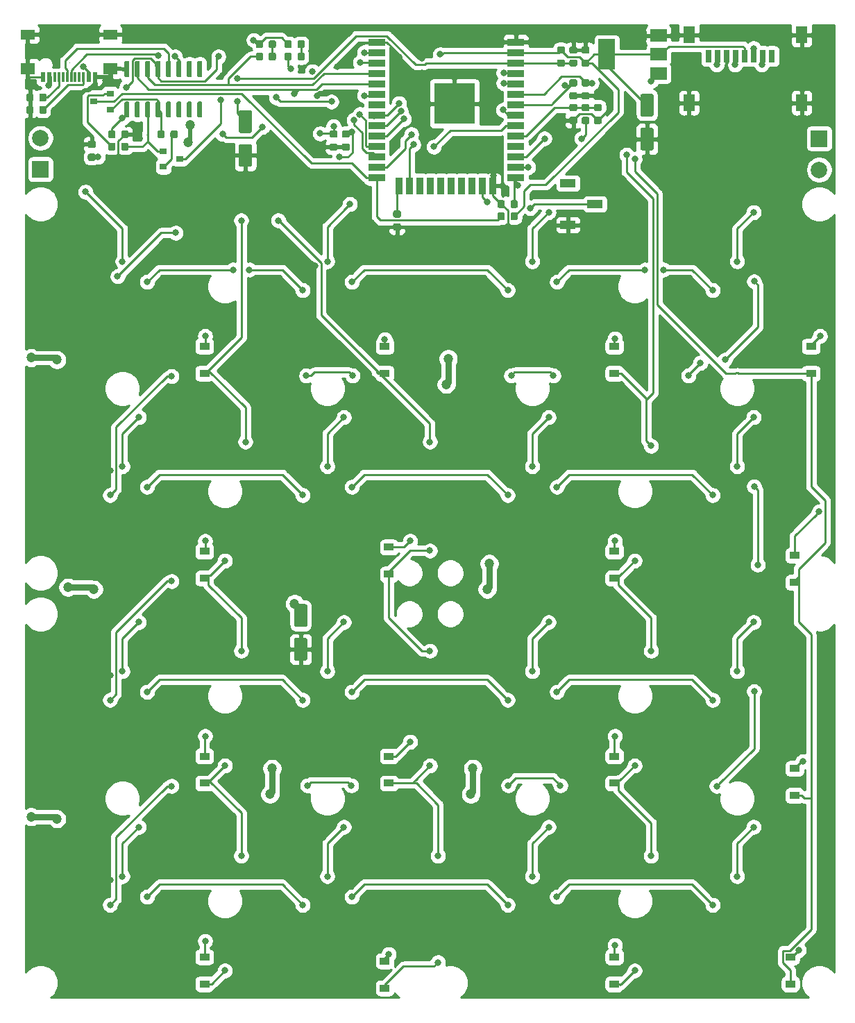
<source format=gbr>
G04 #@! TF.GenerationSoftware,KiCad,Pcbnew,(5.1.4-0-10_14)*
G04 #@! TF.CreationDate,2019-12-13T16:10:25+01:00*
G04 #@! TF.ProjectId,cz-badge-hardware,637a2d62-6164-4676-952d-686172647761,rev?*
G04 #@! TF.SameCoordinates,PX17d7840PY7735940*
G04 #@! TF.FileFunction,Copper,L2,Bot*
G04 #@! TF.FilePolarity,Positive*
%FSLAX46Y46*%
G04 Gerber Fmt 4.6, Leading zero omitted, Abs format (unit mm)*
G04 Created by KiCad (PCBNEW (5.1.4-0-10_14)) date 2019-12-13 16:10:25*
%MOMM*%
%LPD*%
G04 APERTURE LIST*
%ADD10C,0.100000*%
%ADD11C,1.600000*%
%ADD12R,1.900000X1.000000*%
%ADD13C,0.875000*%
%ADD14C,0.100000*%
%ADD15R,0.600000X1.160000*%
%ADD16R,0.300000X1.160000*%
%ADD17R,1.800000X1.200000*%
%ADD18R,1.800000X1.450000*%
%ADD19R,0.800000X1.500000*%
%ADD20R,1.450000X2.000000*%
%ADD21R,2.000000X1.500000*%
%ADD22R,2.000000X3.800000*%
%ADD23C,1.998980*%
%ADD24R,1.998980X1.998980*%
%ADD25R,1.200000X0.900000*%
%ADD26R,2.000000X0.900000*%
%ADD27R,0.900000X2.000000*%
%ADD28R,5.000000X5.000000*%
%ADD29C,0.600000*%
%ADD30R,0.900000X0.800000*%
%ADD31C,0.800000*%
%ADD32C,1.200000*%
%ADD33C,0.250000*%
%ADD34C,0.500000*%
%ADD35C,0.750000*%
%ADD36C,0.600000*%
%ADD37C,0.300000*%
%ADD38C,0.254000*%
G04 APERTURE END LIST*
D10*
G36*
X34824504Y44573796D02*
G01*
X34848773Y44570196D01*
X34872571Y44564235D01*
X34895671Y44555970D01*
X34917849Y44545480D01*
X34938893Y44532867D01*
X34958598Y44518253D01*
X34976777Y44501777D01*
X34993253Y44483598D01*
X35007867Y44463893D01*
X35020480Y44442849D01*
X35030970Y44420671D01*
X35039235Y44397571D01*
X35045196Y44373773D01*
X35048796Y44349504D01*
X35050000Y44325000D01*
X35050000Y42050000D01*
X35048796Y42025496D01*
X35045196Y42001227D01*
X35039235Y41977429D01*
X35030970Y41954329D01*
X35020480Y41932151D01*
X35007867Y41911107D01*
X34993253Y41891402D01*
X34976777Y41873223D01*
X34958598Y41856747D01*
X34938893Y41842133D01*
X34917849Y41829520D01*
X34895671Y41819030D01*
X34872571Y41810765D01*
X34848773Y41804804D01*
X34824504Y41801204D01*
X34800000Y41800000D01*
X33700000Y41800000D01*
X33675496Y41801204D01*
X33651227Y41804804D01*
X33627429Y41810765D01*
X33604329Y41819030D01*
X33582151Y41829520D01*
X33561107Y41842133D01*
X33541402Y41856747D01*
X33523223Y41873223D01*
X33506747Y41891402D01*
X33492133Y41911107D01*
X33479520Y41932151D01*
X33469030Y41954329D01*
X33460765Y41977429D01*
X33454804Y42001227D01*
X33451204Y42025496D01*
X33450000Y42050000D01*
X33450000Y44325000D01*
X33451204Y44349504D01*
X33454804Y44373773D01*
X33460765Y44397571D01*
X33469030Y44420671D01*
X33479520Y44442849D01*
X33492133Y44463893D01*
X33506747Y44483598D01*
X33523223Y44501777D01*
X33541402Y44518253D01*
X33561107Y44532867D01*
X33582151Y44545480D01*
X33604329Y44555970D01*
X33627429Y44564235D01*
X33651227Y44570196D01*
X33675496Y44573796D01*
X33700000Y44575000D01*
X34800000Y44575000D01*
X34824504Y44573796D01*
X34824504Y44573796D01*
G37*
D11*
X34250000Y43187500D03*
D10*
G36*
X34824504Y48698796D02*
G01*
X34848773Y48695196D01*
X34872571Y48689235D01*
X34895671Y48680970D01*
X34917849Y48670480D01*
X34938893Y48657867D01*
X34958598Y48643253D01*
X34976777Y48626777D01*
X34993253Y48608598D01*
X35007867Y48588893D01*
X35020480Y48567849D01*
X35030970Y48545671D01*
X35039235Y48522571D01*
X35045196Y48498773D01*
X35048796Y48474504D01*
X35050000Y48450000D01*
X35050000Y46175000D01*
X35048796Y46150496D01*
X35045196Y46126227D01*
X35039235Y46102429D01*
X35030970Y46079329D01*
X35020480Y46057151D01*
X35007867Y46036107D01*
X34993253Y46016402D01*
X34976777Y45998223D01*
X34958598Y45981747D01*
X34938893Y45967133D01*
X34917849Y45954520D01*
X34895671Y45944030D01*
X34872571Y45935765D01*
X34848773Y45929804D01*
X34824504Y45926204D01*
X34800000Y45925000D01*
X33700000Y45925000D01*
X33675496Y45926204D01*
X33651227Y45929804D01*
X33627429Y45935765D01*
X33604329Y45944030D01*
X33582151Y45954520D01*
X33561107Y45967133D01*
X33541402Y45981747D01*
X33523223Y45998223D01*
X33506747Y46016402D01*
X33492133Y46036107D01*
X33479520Y46057151D01*
X33469030Y46079329D01*
X33460765Y46102429D01*
X33454804Y46126227D01*
X33451204Y46150496D01*
X33450000Y46175000D01*
X33450000Y48450000D01*
X33451204Y48474504D01*
X33454804Y48498773D01*
X33460765Y48522571D01*
X33469030Y48545671D01*
X33479520Y48567849D01*
X33492133Y48588893D01*
X33506747Y48608598D01*
X33523223Y48626777D01*
X33541402Y48643253D01*
X33561107Y48657867D01*
X33582151Y48670480D01*
X33604329Y48680970D01*
X33627429Y48689235D01*
X33651227Y48695196D01*
X33675496Y48698796D01*
X33700000Y48700000D01*
X34800000Y48700000D01*
X34824504Y48698796D01*
X34824504Y48698796D01*
G37*
D11*
X34250000Y47312500D03*
D10*
G36*
X77074504Y106823796D02*
G01*
X77098773Y106820196D01*
X77122571Y106814235D01*
X77145671Y106805970D01*
X77167849Y106795480D01*
X77188893Y106782867D01*
X77208598Y106768253D01*
X77226777Y106751777D01*
X77243253Y106733598D01*
X77257867Y106713893D01*
X77270480Y106692849D01*
X77280970Y106670671D01*
X77289235Y106647571D01*
X77295196Y106623773D01*
X77298796Y106599504D01*
X77300000Y106575000D01*
X77300000Y104300000D01*
X77298796Y104275496D01*
X77295196Y104251227D01*
X77289235Y104227429D01*
X77280970Y104204329D01*
X77270480Y104182151D01*
X77257867Y104161107D01*
X77243253Y104141402D01*
X77226777Y104123223D01*
X77208598Y104106747D01*
X77188893Y104092133D01*
X77167849Y104079520D01*
X77145671Y104069030D01*
X77122571Y104060765D01*
X77098773Y104054804D01*
X77074504Y104051204D01*
X77050000Y104050000D01*
X75950000Y104050000D01*
X75925496Y104051204D01*
X75901227Y104054804D01*
X75877429Y104060765D01*
X75854329Y104069030D01*
X75832151Y104079520D01*
X75811107Y104092133D01*
X75791402Y104106747D01*
X75773223Y104123223D01*
X75756747Y104141402D01*
X75742133Y104161107D01*
X75729520Y104182151D01*
X75719030Y104204329D01*
X75710765Y104227429D01*
X75704804Y104251227D01*
X75701204Y104275496D01*
X75700000Y104300000D01*
X75700000Y106575000D01*
X75701204Y106599504D01*
X75704804Y106623773D01*
X75710765Y106647571D01*
X75719030Y106670671D01*
X75729520Y106692849D01*
X75742133Y106713893D01*
X75756747Y106733598D01*
X75773223Y106751777D01*
X75791402Y106768253D01*
X75811107Y106782867D01*
X75832151Y106795480D01*
X75854329Y106805970D01*
X75877429Y106814235D01*
X75901227Y106820196D01*
X75925496Y106823796D01*
X75950000Y106825000D01*
X77050000Y106825000D01*
X77074504Y106823796D01*
X77074504Y106823796D01*
G37*
D11*
X76500000Y105437500D03*
D10*
G36*
X77074504Y110948796D02*
G01*
X77098773Y110945196D01*
X77122571Y110939235D01*
X77145671Y110930970D01*
X77167849Y110920480D01*
X77188893Y110907867D01*
X77208598Y110893253D01*
X77226777Y110876777D01*
X77243253Y110858598D01*
X77257867Y110838893D01*
X77270480Y110817849D01*
X77280970Y110795671D01*
X77289235Y110772571D01*
X77295196Y110748773D01*
X77298796Y110724504D01*
X77300000Y110700000D01*
X77300000Y108425000D01*
X77298796Y108400496D01*
X77295196Y108376227D01*
X77289235Y108352429D01*
X77280970Y108329329D01*
X77270480Y108307151D01*
X77257867Y108286107D01*
X77243253Y108266402D01*
X77226777Y108248223D01*
X77208598Y108231747D01*
X77188893Y108217133D01*
X77167849Y108204520D01*
X77145671Y108194030D01*
X77122571Y108185765D01*
X77098773Y108179804D01*
X77074504Y108176204D01*
X77050000Y108175000D01*
X75950000Y108175000D01*
X75925496Y108176204D01*
X75901227Y108179804D01*
X75877429Y108185765D01*
X75854329Y108194030D01*
X75832151Y108204520D01*
X75811107Y108217133D01*
X75791402Y108231747D01*
X75773223Y108248223D01*
X75756747Y108266402D01*
X75742133Y108286107D01*
X75729520Y108307151D01*
X75719030Y108329329D01*
X75710765Y108352429D01*
X75704804Y108376227D01*
X75701204Y108400496D01*
X75700000Y108425000D01*
X75700000Y110700000D01*
X75701204Y110724504D01*
X75704804Y110748773D01*
X75710765Y110772571D01*
X75719030Y110795671D01*
X75729520Y110817849D01*
X75742133Y110838893D01*
X75756747Y110858598D01*
X75773223Y110876777D01*
X75791402Y110893253D01*
X75811107Y110907867D01*
X75832151Y110920480D01*
X75854329Y110930970D01*
X75877429Y110939235D01*
X75901227Y110945196D01*
X75925496Y110948796D01*
X75950000Y110950000D01*
X77050000Y110950000D01*
X77074504Y110948796D01*
X77074504Y110948796D01*
G37*
D11*
X76500000Y109562500D03*
D10*
G36*
X28074504Y104823796D02*
G01*
X28098773Y104820196D01*
X28122571Y104814235D01*
X28145671Y104805970D01*
X28167849Y104795480D01*
X28188893Y104782867D01*
X28208598Y104768253D01*
X28226777Y104751777D01*
X28243253Y104733598D01*
X28257867Y104713893D01*
X28270480Y104692849D01*
X28280970Y104670671D01*
X28289235Y104647571D01*
X28295196Y104623773D01*
X28298796Y104599504D01*
X28300000Y104575000D01*
X28300000Y102300000D01*
X28298796Y102275496D01*
X28295196Y102251227D01*
X28289235Y102227429D01*
X28280970Y102204329D01*
X28270480Y102182151D01*
X28257867Y102161107D01*
X28243253Y102141402D01*
X28226777Y102123223D01*
X28208598Y102106747D01*
X28188893Y102092133D01*
X28167849Y102079520D01*
X28145671Y102069030D01*
X28122571Y102060765D01*
X28098773Y102054804D01*
X28074504Y102051204D01*
X28050000Y102050000D01*
X26950000Y102050000D01*
X26925496Y102051204D01*
X26901227Y102054804D01*
X26877429Y102060765D01*
X26854329Y102069030D01*
X26832151Y102079520D01*
X26811107Y102092133D01*
X26791402Y102106747D01*
X26773223Y102123223D01*
X26756747Y102141402D01*
X26742133Y102161107D01*
X26729520Y102182151D01*
X26719030Y102204329D01*
X26710765Y102227429D01*
X26704804Y102251227D01*
X26701204Y102275496D01*
X26700000Y102300000D01*
X26700000Y104575000D01*
X26701204Y104599504D01*
X26704804Y104623773D01*
X26710765Y104647571D01*
X26719030Y104670671D01*
X26729520Y104692849D01*
X26742133Y104713893D01*
X26756747Y104733598D01*
X26773223Y104751777D01*
X26791402Y104768253D01*
X26811107Y104782867D01*
X26832151Y104795480D01*
X26854329Y104805970D01*
X26877429Y104814235D01*
X26901227Y104820196D01*
X26925496Y104823796D01*
X26950000Y104825000D01*
X28050000Y104825000D01*
X28074504Y104823796D01*
X28074504Y104823796D01*
G37*
D11*
X27500000Y103437500D03*
D10*
G36*
X28074504Y108948796D02*
G01*
X28098773Y108945196D01*
X28122571Y108939235D01*
X28145671Y108930970D01*
X28167849Y108920480D01*
X28188893Y108907867D01*
X28208598Y108893253D01*
X28226777Y108876777D01*
X28243253Y108858598D01*
X28257867Y108838893D01*
X28270480Y108817849D01*
X28280970Y108795671D01*
X28289235Y108772571D01*
X28295196Y108748773D01*
X28298796Y108724504D01*
X28300000Y108700000D01*
X28300000Y106425000D01*
X28298796Y106400496D01*
X28295196Y106376227D01*
X28289235Y106352429D01*
X28280970Y106329329D01*
X28270480Y106307151D01*
X28257867Y106286107D01*
X28243253Y106266402D01*
X28226777Y106248223D01*
X28208598Y106231747D01*
X28188893Y106217133D01*
X28167849Y106204520D01*
X28145671Y106194030D01*
X28122571Y106185765D01*
X28098773Y106179804D01*
X28074504Y106176204D01*
X28050000Y106175000D01*
X26950000Y106175000D01*
X26925496Y106176204D01*
X26901227Y106179804D01*
X26877429Y106185765D01*
X26854329Y106194030D01*
X26832151Y106204520D01*
X26811107Y106217133D01*
X26791402Y106231747D01*
X26773223Y106248223D01*
X26756747Y106266402D01*
X26742133Y106286107D01*
X26729520Y106307151D01*
X26719030Y106329329D01*
X26710765Y106352429D01*
X26704804Y106376227D01*
X26701204Y106400496D01*
X26700000Y106425000D01*
X26700000Y108700000D01*
X26701204Y108724504D01*
X26704804Y108748773D01*
X26710765Y108772571D01*
X26719030Y108795671D01*
X26729520Y108817849D01*
X26742133Y108838893D01*
X26756747Y108858598D01*
X26773223Y108876777D01*
X26791402Y108893253D01*
X26811107Y108907867D01*
X26832151Y108920480D01*
X26854329Y108930970D01*
X26877429Y108939235D01*
X26901227Y108945196D01*
X26925496Y108948796D01*
X26950000Y108950000D01*
X28050000Y108950000D01*
X28074504Y108948796D01*
X28074504Y108948796D01*
G37*
D11*
X27500000Y107562500D03*
D12*
X70150000Y97500000D03*
X66850000Y100040000D03*
X66850000Y94960000D03*
D10*
G36*
X3027691Y110973947D02*
G01*
X3048926Y110970797D01*
X3069750Y110965581D01*
X3089962Y110958349D01*
X3109368Y110949170D01*
X3127781Y110938134D01*
X3145024Y110925346D01*
X3160930Y110910930D01*
X3175346Y110895024D01*
X3188134Y110877781D01*
X3199170Y110859368D01*
X3208349Y110839962D01*
X3215581Y110819750D01*
X3220797Y110798926D01*
X3223947Y110777691D01*
X3225000Y110756250D01*
X3225000Y110243750D01*
X3223947Y110222309D01*
X3220797Y110201074D01*
X3215581Y110180250D01*
X3208349Y110160038D01*
X3199170Y110140632D01*
X3188134Y110122219D01*
X3175346Y110104976D01*
X3160930Y110089070D01*
X3145024Y110074654D01*
X3127781Y110061866D01*
X3109368Y110050830D01*
X3089962Y110041651D01*
X3069750Y110034419D01*
X3048926Y110029203D01*
X3027691Y110026053D01*
X3006250Y110025000D01*
X2568750Y110025000D01*
X2547309Y110026053D01*
X2526074Y110029203D01*
X2505250Y110034419D01*
X2485038Y110041651D01*
X2465632Y110050830D01*
X2447219Y110061866D01*
X2429976Y110074654D01*
X2414070Y110089070D01*
X2399654Y110104976D01*
X2386866Y110122219D01*
X2375830Y110140632D01*
X2366651Y110160038D01*
X2359419Y110180250D01*
X2354203Y110201074D01*
X2351053Y110222309D01*
X2350000Y110243750D01*
X2350000Y110756250D01*
X2351053Y110777691D01*
X2354203Y110798926D01*
X2359419Y110819750D01*
X2366651Y110839962D01*
X2375830Y110859368D01*
X2386866Y110877781D01*
X2399654Y110895024D01*
X2414070Y110910930D01*
X2429976Y110925346D01*
X2447219Y110938134D01*
X2465632Y110949170D01*
X2485038Y110958349D01*
X2505250Y110965581D01*
X2526074Y110970797D01*
X2547309Y110973947D01*
X2568750Y110975000D01*
X3006250Y110975000D01*
X3027691Y110973947D01*
X3027691Y110973947D01*
G37*
D13*
X2787500Y110500000D03*
D10*
G36*
X1452691Y110973947D02*
G01*
X1473926Y110970797D01*
X1494750Y110965581D01*
X1514962Y110958349D01*
X1534368Y110949170D01*
X1552781Y110938134D01*
X1570024Y110925346D01*
X1585930Y110910930D01*
X1600346Y110895024D01*
X1613134Y110877781D01*
X1624170Y110859368D01*
X1633349Y110839962D01*
X1640581Y110819750D01*
X1645797Y110798926D01*
X1648947Y110777691D01*
X1650000Y110756250D01*
X1650000Y110243750D01*
X1648947Y110222309D01*
X1645797Y110201074D01*
X1640581Y110180250D01*
X1633349Y110160038D01*
X1624170Y110140632D01*
X1613134Y110122219D01*
X1600346Y110104976D01*
X1585930Y110089070D01*
X1570024Y110074654D01*
X1552781Y110061866D01*
X1534368Y110050830D01*
X1514962Y110041651D01*
X1494750Y110034419D01*
X1473926Y110029203D01*
X1452691Y110026053D01*
X1431250Y110025000D01*
X993750Y110025000D01*
X972309Y110026053D01*
X951074Y110029203D01*
X930250Y110034419D01*
X910038Y110041651D01*
X890632Y110050830D01*
X872219Y110061866D01*
X854976Y110074654D01*
X839070Y110089070D01*
X824654Y110104976D01*
X811866Y110122219D01*
X800830Y110140632D01*
X791651Y110160038D01*
X784419Y110180250D01*
X779203Y110201074D01*
X776053Y110222309D01*
X775000Y110243750D01*
X775000Y110756250D01*
X776053Y110777691D01*
X779203Y110798926D01*
X784419Y110819750D01*
X791651Y110839962D01*
X800830Y110859368D01*
X811866Y110877781D01*
X824654Y110895024D01*
X839070Y110910930D01*
X854976Y110925346D01*
X872219Y110938134D01*
X890632Y110949170D01*
X910038Y110958349D01*
X930250Y110965581D01*
X951074Y110970797D01*
X972309Y110973947D01*
X993750Y110975000D01*
X1431250Y110975000D01*
X1452691Y110973947D01*
X1452691Y110973947D01*
G37*
D13*
X1212500Y110500000D03*
D10*
G36*
X1452691Y109473947D02*
G01*
X1473926Y109470797D01*
X1494750Y109465581D01*
X1514962Y109458349D01*
X1534368Y109449170D01*
X1552781Y109438134D01*
X1570024Y109425346D01*
X1585930Y109410930D01*
X1600346Y109395024D01*
X1613134Y109377781D01*
X1624170Y109359368D01*
X1633349Y109339962D01*
X1640581Y109319750D01*
X1645797Y109298926D01*
X1648947Y109277691D01*
X1650000Y109256250D01*
X1650000Y108743750D01*
X1648947Y108722309D01*
X1645797Y108701074D01*
X1640581Y108680250D01*
X1633349Y108660038D01*
X1624170Y108640632D01*
X1613134Y108622219D01*
X1600346Y108604976D01*
X1585930Y108589070D01*
X1570024Y108574654D01*
X1552781Y108561866D01*
X1534368Y108550830D01*
X1514962Y108541651D01*
X1494750Y108534419D01*
X1473926Y108529203D01*
X1452691Y108526053D01*
X1431250Y108525000D01*
X993750Y108525000D01*
X972309Y108526053D01*
X951074Y108529203D01*
X930250Y108534419D01*
X910038Y108541651D01*
X890632Y108550830D01*
X872219Y108561866D01*
X854976Y108574654D01*
X839070Y108589070D01*
X824654Y108604976D01*
X811866Y108622219D01*
X800830Y108640632D01*
X791651Y108660038D01*
X784419Y108680250D01*
X779203Y108701074D01*
X776053Y108722309D01*
X775000Y108743750D01*
X775000Y109256250D01*
X776053Y109277691D01*
X779203Y109298926D01*
X784419Y109319750D01*
X791651Y109339962D01*
X800830Y109359368D01*
X811866Y109377781D01*
X824654Y109395024D01*
X839070Y109410930D01*
X854976Y109425346D01*
X872219Y109438134D01*
X890632Y109449170D01*
X910038Y109458349D01*
X930250Y109465581D01*
X951074Y109470797D01*
X972309Y109473947D01*
X993750Y109475000D01*
X1431250Y109475000D01*
X1452691Y109473947D01*
X1452691Y109473947D01*
G37*
D13*
X1212500Y109000000D03*
D10*
G36*
X3027691Y109473947D02*
G01*
X3048926Y109470797D01*
X3069750Y109465581D01*
X3089962Y109458349D01*
X3109368Y109449170D01*
X3127781Y109438134D01*
X3145024Y109425346D01*
X3160930Y109410930D01*
X3175346Y109395024D01*
X3188134Y109377781D01*
X3199170Y109359368D01*
X3208349Y109339962D01*
X3215581Y109319750D01*
X3220797Y109298926D01*
X3223947Y109277691D01*
X3225000Y109256250D01*
X3225000Y108743750D01*
X3223947Y108722309D01*
X3220797Y108701074D01*
X3215581Y108680250D01*
X3208349Y108660038D01*
X3199170Y108640632D01*
X3188134Y108622219D01*
X3175346Y108604976D01*
X3160930Y108589070D01*
X3145024Y108574654D01*
X3127781Y108561866D01*
X3109368Y108550830D01*
X3089962Y108541651D01*
X3069750Y108534419D01*
X3048926Y108529203D01*
X3027691Y108526053D01*
X3006250Y108525000D01*
X2568750Y108525000D01*
X2547309Y108526053D01*
X2526074Y108529203D01*
X2505250Y108534419D01*
X2485038Y108541651D01*
X2465632Y108550830D01*
X2447219Y108561866D01*
X2429976Y108574654D01*
X2414070Y108589070D01*
X2399654Y108604976D01*
X2386866Y108622219D01*
X2375830Y108640632D01*
X2366651Y108660038D01*
X2359419Y108680250D01*
X2354203Y108701074D01*
X2351053Y108722309D01*
X2350000Y108743750D01*
X2350000Y109256250D01*
X2351053Y109277691D01*
X2354203Y109298926D01*
X2359419Y109319750D01*
X2366651Y109339962D01*
X2375830Y109359368D01*
X2386866Y109377781D01*
X2399654Y109395024D01*
X2414070Y109410930D01*
X2429976Y109425346D01*
X2447219Y109438134D01*
X2465632Y109449170D01*
X2485038Y109458349D01*
X2505250Y109465581D01*
X2526074Y109470797D01*
X2547309Y109473947D01*
X2568750Y109475000D01*
X3006250Y109475000D01*
X3027691Y109473947D01*
X3027691Y109473947D01*
G37*
D13*
X2787500Y109000000D03*
D10*
G36*
X6127450Y114749880D02*
G01*
X6129877Y114749520D01*
X6132257Y114748924D01*
X6134567Y114748097D01*
X6136785Y114747048D01*
X6138889Y114745787D01*
X6140860Y114744325D01*
X6142678Y114742678D01*
X6144325Y114740860D01*
X6145787Y114738889D01*
X6147048Y114736785D01*
X6148097Y114734567D01*
X6148924Y114732257D01*
X6149520Y114729877D01*
X6149880Y114727450D01*
X6150000Y114725000D01*
X6150000Y114675000D01*
X6149880Y114672550D01*
X6149520Y114670123D01*
X6148924Y114667743D01*
X6148097Y114665433D01*
X6147048Y114663215D01*
X6145787Y114661111D01*
X6144325Y114659140D01*
X6142678Y114657322D01*
X6140860Y114655675D01*
X6138889Y114654213D01*
X6136785Y114652952D01*
X6134567Y114651903D01*
X6132257Y114651076D01*
X6129877Y114650480D01*
X6127450Y114650120D01*
X6125000Y114650000D01*
X6075000Y114650000D01*
X6072550Y114650120D01*
X6070123Y114650480D01*
X6067743Y114651076D01*
X6065433Y114651903D01*
X6063215Y114652952D01*
X6061111Y114654213D01*
X6059140Y114655675D01*
X6057322Y114657322D01*
X6055675Y114659140D01*
X6054213Y114661111D01*
X6052952Y114663215D01*
X6051903Y114665433D01*
X6051076Y114667743D01*
X6050480Y114670123D01*
X6050120Y114672550D01*
X6050000Y114675000D01*
X6050000Y114725000D01*
X6050120Y114727450D01*
X6050480Y114729877D01*
X6051076Y114732257D01*
X6051903Y114734567D01*
X6052952Y114736785D01*
X6054213Y114738889D01*
X6055675Y114740860D01*
X6057322Y114742678D01*
X6059140Y114744325D01*
X6061111Y114745787D01*
X6063215Y114747048D01*
X6065433Y114748097D01*
X6067743Y114748924D01*
X6070123Y114749520D01*
X6072550Y114749880D01*
X6075000Y114750000D01*
X6125000Y114750000D01*
X6127450Y114749880D01*
X6127450Y114749880D01*
G37*
D14*
X6100000Y114700000D03*
D10*
G36*
X6127450Y114749880D02*
G01*
X6129877Y114749520D01*
X6132257Y114748924D01*
X6134567Y114748097D01*
X6136785Y114747048D01*
X6138889Y114745787D01*
X6140860Y114744325D01*
X6142678Y114742678D01*
X6144325Y114740860D01*
X6145787Y114738889D01*
X6147048Y114736785D01*
X6148097Y114734567D01*
X6148924Y114732257D01*
X6149520Y114729877D01*
X6149880Y114727450D01*
X6150000Y114725000D01*
X6150000Y114675000D01*
X6149880Y114672550D01*
X6149520Y114670123D01*
X6148924Y114667743D01*
X6148097Y114665433D01*
X6147048Y114663215D01*
X6145787Y114661111D01*
X6144325Y114659140D01*
X6142678Y114657322D01*
X6140860Y114655675D01*
X6138889Y114654213D01*
X6136785Y114652952D01*
X6134567Y114651903D01*
X6132257Y114651076D01*
X6129877Y114650480D01*
X6127450Y114650120D01*
X6125000Y114650000D01*
X6075000Y114650000D01*
X6072550Y114650120D01*
X6070123Y114650480D01*
X6067743Y114651076D01*
X6065433Y114651903D01*
X6063215Y114652952D01*
X6061111Y114654213D01*
X6059140Y114655675D01*
X6057322Y114657322D01*
X6055675Y114659140D01*
X6054213Y114661111D01*
X6052952Y114663215D01*
X6051903Y114665433D01*
X6051076Y114667743D01*
X6050480Y114670123D01*
X6050120Y114672550D01*
X6050000Y114675000D01*
X6050000Y114725000D01*
X6050120Y114727450D01*
X6050480Y114729877D01*
X6051076Y114732257D01*
X6051903Y114734567D01*
X6052952Y114736785D01*
X6054213Y114738889D01*
X6055675Y114740860D01*
X6057322Y114742678D01*
X6059140Y114744325D01*
X6061111Y114745787D01*
X6063215Y114747048D01*
X6065433Y114748097D01*
X6067743Y114748924D01*
X6070123Y114749520D01*
X6072550Y114749880D01*
X6075000Y114750000D01*
X6125000Y114750000D01*
X6127450Y114749880D01*
X6127450Y114749880D01*
G37*
D14*
X6100000Y114700000D03*
D10*
G36*
X6127450Y114749880D02*
G01*
X6129877Y114749520D01*
X6132257Y114748924D01*
X6134567Y114748097D01*
X6136785Y114747048D01*
X6138889Y114745787D01*
X6140860Y114744325D01*
X6142678Y114742678D01*
X6144325Y114740860D01*
X6145787Y114738889D01*
X6147048Y114736785D01*
X6148097Y114734567D01*
X6148924Y114732257D01*
X6149520Y114729877D01*
X6149880Y114727450D01*
X6150000Y114725000D01*
X6150000Y114675000D01*
X6149880Y114672550D01*
X6149520Y114670123D01*
X6148924Y114667743D01*
X6148097Y114665433D01*
X6147048Y114663215D01*
X6145787Y114661111D01*
X6144325Y114659140D01*
X6142678Y114657322D01*
X6140860Y114655675D01*
X6138889Y114654213D01*
X6136785Y114652952D01*
X6134567Y114651903D01*
X6132257Y114651076D01*
X6129877Y114650480D01*
X6127450Y114650120D01*
X6125000Y114650000D01*
X6075000Y114650000D01*
X6072550Y114650120D01*
X6070123Y114650480D01*
X6067743Y114651076D01*
X6065433Y114651903D01*
X6063215Y114652952D01*
X6061111Y114654213D01*
X6059140Y114655675D01*
X6057322Y114657322D01*
X6055675Y114659140D01*
X6054213Y114661111D01*
X6052952Y114663215D01*
X6051903Y114665433D01*
X6051076Y114667743D01*
X6050480Y114670123D01*
X6050120Y114672550D01*
X6050000Y114675000D01*
X6050000Y114725000D01*
X6050120Y114727450D01*
X6050480Y114729877D01*
X6051076Y114732257D01*
X6051903Y114734567D01*
X6052952Y114736785D01*
X6054213Y114738889D01*
X6055675Y114740860D01*
X6057322Y114742678D01*
X6059140Y114744325D01*
X6061111Y114745787D01*
X6063215Y114747048D01*
X6065433Y114748097D01*
X6067743Y114748924D01*
X6070123Y114749520D01*
X6072550Y114749880D01*
X6075000Y114750000D01*
X6125000Y114750000D01*
X6127450Y114749880D01*
X6127450Y114749880D01*
G37*
D14*
X6100000Y114700000D03*
D10*
G36*
X6127450Y114749880D02*
G01*
X6129877Y114749520D01*
X6132257Y114748924D01*
X6134567Y114748097D01*
X6136785Y114747048D01*
X6138889Y114745787D01*
X6140860Y114744325D01*
X6142678Y114742678D01*
X6144325Y114740860D01*
X6145787Y114738889D01*
X6147048Y114736785D01*
X6148097Y114734567D01*
X6148924Y114732257D01*
X6149520Y114729877D01*
X6149880Y114727450D01*
X6150000Y114725000D01*
X6150000Y114675000D01*
X6149880Y114672550D01*
X6149520Y114670123D01*
X6148924Y114667743D01*
X6148097Y114665433D01*
X6147048Y114663215D01*
X6145787Y114661111D01*
X6144325Y114659140D01*
X6142678Y114657322D01*
X6140860Y114655675D01*
X6138889Y114654213D01*
X6136785Y114652952D01*
X6134567Y114651903D01*
X6132257Y114651076D01*
X6129877Y114650480D01*
X6127450Y114650120D01*
X6125000Y114650000D01*
X6075000Y114650000D01*
X6072550Y114650120D01*
X6070123Y114650480D01*
X6067743Y114651076D01*
X6065433Y114651903D01*
X6063215Y114652952D01*
X6061111Y114654213D01*
X6059140Y114655675D01*
X6057322Y114657322D01*
X6055675Y114659140D01*
X6054213Y114661111D01*
X6052952Y114663215D01*
X6051903Y114665433D01*
X6051076Y114667743D01*
X6050480Y114670123D01*
X6050120Y114672550D01*
X6050000Y114675000D01*
X6050000Y114725000D01*
X6050120Y114727450D01*
X6050480Y114729877D01*
X6051076Y114732257D01*
X6051903Y114734567D01*
X6052952Y114736785D01*
X6054213Y114738889D01*
X6055675Y114740860D01*
X6057322Y114742678D01*
X6059140Y114744325D01*
X6061111Y114745787D01*
X6063215Y114747048D01*
X6065433Y114748097D01*
X6067743Y114748924D01*
X6070123Y114749520D01*
X6072550Y114749880D01*
X6075000Y114750000D01*
X6125000Y114750000D01*
X6127450Y114749880D01*
X6127450Y114749880D01*
G37*
D14*
X6100000Y114700000D03*
D10*
G36*
X6127450Y114749880D02*
G01*
X6129877Y114749520D01*
X6132257Y114748924D01*
X6134567Y114748097D01*
X6136785Y114747048D01*
X6138889Y114745787D01*
X6140860Y114744325D01*
X6142678Y114742678D01*
X6144325Y114740860D01*
X6145787Y114738889D01*
X6147048Y114736785D01*
X6148097Y114734567D01*
X6148924Y114732257D01*
X6149520Y114729877D01*
X6149880Y114727450D01*
X6150000Y114725000D01*
X6150000Y114675000D01*
X6149880Y114672550D01*
X6149520Y114670123D01*
X6148924Y114667743D01*
X6148097Y114665433D01*
X6147048Y114663215D01*
X6145787Y114661111D01*
X6144325Y114659140D01*
X6142678Y114657322D01*
X6140860Y114655675D01*
X6138889Y114654213D01*
X6136785Y114652952D01*
X6134567Y114651903D01*
X6132257Y114651076D01*
X6129877Y114650480D01*
X6127450Y114650120D01*
X6125000Y114650000D01*
X6075000Y114650000D01*
X6072550Y114650120D01*
X6070123Y114650480D01*
X6067743Y114651076D01*
X6065433Y114651903D01*
X6063215Y114652952D01*
X6061111Y114654213D01*
X6059140Y114655675D01*
X6057322Y114657322D01*
X6055675Y114659140D01*
X6054213Y114661111D01*
X6052952Y114663215D01*
X6051903Y114665433D01*
X6051076Y114667743D01*
X6050480Y114670123D01*
X6050120Y114672550D01*
X6050000Y114675000D01*
X6050000Y114725000D01*
X6050120Y114727450D01*
X6050480Y114729877D01*
X6051076Y114732257D01*
X6051903Y114734567D01*
X6052952Y114736785D01*
X6054213Y114738889D01*
X6055675Y114740860D01*
X6057322Y114742678D01*
X6059140Y114744325D01*
X6061111Y114745787D01*
X6063215Y114747048D01*
X6065433Y114748097D01*
X6067743Y114748924D01*
X6070123Y114749520D01*
X6072550Y114749880D01*
X6075000Y114750000D01*
X6125000Y114750000D01*
X6127450Y114749880D01*
X6127450Y114749880D01*
G37*
D14*
X6100000Y114700000D03*
D10*
G36*
X6127450Y114749880D02*
G01*
X6129877Y114749520D01*
X6132257Y114748924D01*
X6134567Y114748097D01*
X6136785Y114747048D01*
X6138889Y114745787D01*
X6140860Y114744325D01*
X6142678Y114742678D01*
X6144325Y114740860D01*
X6145787Y114738889D01*
X6147048Y114736785D01*
X6148097Y114734567D01*
X6148924Y114732257D01*
X6149520Y114729877D01*
X6149880Y114727450D01*
X6150000Y114725000D01*
X6150000Y114675000D01*
X6149880Y114672550D01*
X6149520Y114670123D01*
X6148924Y114667743D01*
X6148097Y114665433D01*
X6147048Y114663215D01*
X6145787Y114661111D01*
X6144325Y114659140D01*
X6142678Y114657322D01*
X6140860Y114655675D01*
X6138889Y114654213D01*
X6136785Y114652952D01*
X6134567Y114651903D01*
X6132257Y114651076D01*
X6129877Y114650480D01*
X6127450Y114650120D01*
X6125000Y114650000D01*
X6075000Y114650000D01*
X6072550Y114650120D01*
X6070123Y114650480D01*
X6067743Y114651076D01*
X6065433Y114651903D01*
X6063215Y114652952D01*
X6061111Y114654213D01*
X6059140Y114655675D01*
X6057322Y114657322D01*
X6055675Y114659140D01*
X6054213Y114661111D01*
X6052952Y114663215D01*
X6051903Y114665433D01*
X6051076Y114667743D01*
X6050480Y114670123D01*
X6050120Y114672550D01*
X6050000Y114675000D01*
X6050000Y114725000D01*
X6050120Y114727450D01*
X6050480Y114729877D01*
X6051076Y114732257D01*
X6051903Y114734567D01*
X6052952Y114736785D01*
X6054213Y114738889D01*
X6055675Y114740860D01*
X6057322Y114742678D01*
X6059140Y114744325D01*
X6061111Y114745787D01*
X6063215Y114747048D01*
X6065433Y114748097D01*
X6067743Y114748924D01*
X6070123Y114749520D01*
X6072550Y114749880D01*
X6075000Y114750000D01*
X6125000Y114750000D01*
X6127450Y114749880D01*
X6127450Y114749880D01*
G37*
D14*
X6100000Y114700000D03*
D10*
G36*
X6127450Y114749880D02*
G01*
X6129877Y114749520D01*
X6132257Y114748924D01*
X6134567Y114748097D01*
X6136785Y114747048D01*
X6138889Y114745787D01*
X6140860Y114744325D01*
X6142678Y114742678D01*
X6144325Y114740860D01*
X6145787Y114738889D01*
X6147048Y114736785D01*
X6148097Y114734567D01*
X6148924Y114732257D01*
X6149520Y114729877D01*
X6149880Y114727450D01*
X6150000Y114725000D01*
X6150000Y114675000D01*
X6149880Y114672550D01*
X6149520Y114670123D01*
X6148924Y114667743D01*
X6148097Y114665433D01*
X6147048Y114663215D01*
X6145787Y114661111D01*
X6144325Y114659140D01*
X6142678Y114657322D01*
X6140860Y114655675D01*
X6138889Y114654213D01*
X6136785Y114652952D01*
X6134567Y114651903D01*
X6132257Y114651076D01*
X6129877Y114650480D01*
X6127450Y114650120D01*
X6125000Y114650000D01*
X6075000Y114650000D01*
X6072550Y114650120D01*
X6070123Y114650480D01*
X6067743Y114651076D01*
X6065433Y114651903D01*
X6063215Y114652952D01*
X6061111Y114654213D01*
X6059140Y114655675D01*
X6057322Y114657322D01*
X6055675Y114659140D01*
X6054213Y114661111D01*
X6052952Y114663215D01*
X6051903Y114665433D01*
X6051076Y114667743D01*
X6050480Y114670123D01*
X6050120Y114672550D01*
X6050000Y114675000D01*
X6050000Y114725000D01*
X6050120Y114727450D01*
X6050480Y114729877D01*
X6051076Y114732257D01*
X6051903Y114734567D01*
X6052952Y114736785D01*
X6054213Y114738889D01*
X6055675Y114740860D01*
X6057322Y114742678D01*
X6059140Y114744325D01*
X6061111Y114745787D01*
X6063215Y114747048D01*
X6065433Y114748097D01*
X6067743Y114748924D01*
X6070123Y114749520D01*
X6072550Y114749880D01*
X6075000Y114750000D01*
X6125000Y114750000D01*
X6127450Y114749880D01*
X6127450Y114749880D01*
G37*
D14*
X6100000Y114700000D03*
D10*
G36*
X6127450Y114749880D02*
G01*
X6129877Y114749520D01*
X6132257Y114748924D01*
X6134567Y114748097D01*
X6136785Y114747048D01*
X6138889Y114745787D01*
X6140860Y114744325D01*
X6142678Y114742678D01*
X6144325Y114740860D01*
X6145787Y114738889D01*
X6147048Y114736785D01*
X6148097Y114734567D01*
X6148924Y114732257D01*
X6149520Y114729877D01*
X6149880Y114727450D01*
X6150000Y114725000D01*
X6150000Y114675000D01*
X6149880Y114672550D01*
X6149520Y114670123D01*
X6148924Y114667743D01*
X6148097Y114665433D01*
X6147048Y114663215D01*
X6145787Y114661111D01*
X6144325Y114659140D01*
X6142678Y114657322D01*
X6140860Y114655675D01*
X6138889Y114654213D01*
X6136785Y114652952D01*
X6134567Y114651903D01*
X6132257Y114651076D01*
X6129877Y114650480D01*
X6127450Y114650120D01*
X6125000Y114650000D01*
X6075000Y114650000D01*
X6072550Y114650120D01*
X6070123Y114650480D01*
X6067743Y114651076D01*
X6065433Y114651903D01*
X6063215Y114652952D01*
X6061111Y114654213D01*
X6059140Y114655675D01*
X6057322Y114657322D01*
X6055675Y114659140D01*
X6054213Y114661111D01*
X6052952Y114663215D01*
X6051903Y114665433D01*
X6051076Y114667743D01*
X6050480Y114670123D01*
X6050120Y114672550D01*
X6050000Y114675000D01*
X6050000Y114725000D01*
X6050120Y114727450D01*
X6050480Y114729877D01*
X6051076Y114732257D01*
X6051903Y114734567D01*
X6052952Y114736785D01*
X6054213Y114738889D01*
X6055675Y114740860D01*
X6057322Y114742678D01*
X6059140Y114744325D01*
X6061111Y114745787D01*
X6063215Y114747048D01*
X6065433Y114748097D01*
X6067743Y114748924D01*
X6070123Y114749520D01*
X6072550Y114749880D01*
X6075000Y114750000D01*
X6125000Y114750000D01*
X6127450Y114749880D01*
X6127450Y114749880D01*
G37*
D14*
X6100000Y114700000D03*
D15*
X9200000Y112990000D03*
X8400000Y112990000D03*
X9200000Y112990000D03*
X8400000Y112990000D03*
X2800000Y112990000D03*
X2800000Y112990000D03*
X3600000Y112990000D03*
X3600000Y112990000D03*
D16*
X7750000Y112990000D03*
X6750000Y112990000D03*
X7250000Y112990000D03*
X4750000Y112990000D03*
X4250000Y112990000D03*
X6250000Y112990000D03*
X5750000Y112990000D03*
X5250000Y112990000D03*
D17*
X11050000Y118200000D03*
X950000Y118200000D03*
D18*
X11050000Y114020000D03*
X950000Y114020000D03*
D19*
X91700000Y115550000D03*
X90600000Y115550000D03*
X89500000Y115550000D03*
X88400000Y115550000D03*
X87300000Y115550000D03*
X86200000Y115550000D03*
X85100000Y115550000D03*
X84000000Y115550000D03*
D20*
X81625000Y109850000D03*
X95375000Y109850000D03*
X95375000Y118150000D03*
X81625000Y118150000D03*
D21*
X77900000Y118050000D03*
X77900000Y113450000D03*
X77900000Y115750000D03*
D22*
X71600000Y115750000D03*
D23*
X97500000Y101690000D03*
D24*
X97500000Y105500000D03*
D23*
X2500000Y105560000D03*
D24*
X2500000Y101750000D03*
D10*
G36*
X9027691Y103648947D02*
G01*
X9048926Y103645797D01*
X9069750Y103640581D01*
X9089962Y103633349D01*
X9109368Y103624170D01*
X9127781Y103613134D01*
X9145024Y103600346D01*
X9160930Y103585930D01*
X9175346Y103570024D01*
X9188134Y103552781D01*
X9199170Y103534368D01*
X9208349Y103514962D01*
X9215581Y103494750D01*
X9220797Y103473926D01*
X9223947Y103452691D01*
X9225000Y103431250D01*
X9225000Y102993750D01*
X9223947Y102972309D01*
X9220797Y102951074D01*
X9215581Y102930250D01*
X9208349Y102910038D01*
X9199170Y102890632D01*
X9188134Y102872219D01*
X9175346Y102854976D01*
X9160930Y102839070D01*
X9145024Y102824654D01*
X9127781Y102811866D01*
X9109368Y102800830D01*
X9089962Y102791651D01*
X9069750Y102784419D01*
X9048926Y102779203D01*
X9027691Y102776053D01*
X9006250Y102775000D01*
X8493750Y102775000D01*
X8472309Y102776053D01*
X8451074Y102779203D01*
X8430250Y102784419D01*
X8410038Y102791651D01*
X8390632Y102800830D01*
X8372219Y102811866D01*
X8354976Y102824654D01*
X8339070Y102839070D01*
X8324654Y102854976D01*
X8311866Y102872219D01*
X8300830Y102890632D01*
X8291651Y102910038D01*
X8284419Y102930250D01*
X8279203Y102951074D01*
X8276053Y102972309D01*
X8275000Y102993750D01*
X8275000Y103431250D01*
X8276053Y103452691D01*
X8279203Y103473926D01*
X8284419Y103494750D01*
X8291651Y103514962D01*
X8300830Y103534368D01*
X8311866Y103552781D01*
X8324654Y103570024D01*
X8339070Y103585930D01*
X8354976Y103600346D01*
X8372219Y103613134D01*
X8390632Y103624170D01*
X8410038Y103633349D01*
X8430250Y103640581D01*
X8451074Y103645797D01*
X8472309Y103648947D01*
X8493750Y103650000D01*
X9006250Y103650000D01*
X9027691Y103648947D01*
X9027691Y103648947D01*
G37*
D13*
X8750000Y103212500D03*
D10*
G36*
X9027691Y105223947D02*
G01*
X9048926Y105220797D01*
X9069750Y105215581D01*
X9089962Y105208349D01*
X9109368Y105199170D01*
X9127781Y105188134D01*
X9145024Y105175346D01*
X9160930Y105160930D01*
X9175346Y105145024D01*
X9188134Y105127781D01*
X9199170Y105109368D01*
X9208349Y105089962D01*
X9215581Y105069750D01*
X9220797Y105048926D01*
X9223947Y105027691D01*
X9225000Y105006250D01*
X9225000Y104568750D01*
X9223947Y104547309D01*
X9220797Y104526074D01*
X9215581Y104505250D01*
X9208349Y104485038D01*
X9199170Y104465632D01*
X9188134Y104447219D01*
X9175346Y104429976D01*
X9160930Y104414070D01*
X9145024Y104399654D01*
X9127781Y104386866D01*
X9109368Y104375830D01*
X9089962Y104366651D01*
X9069750Y104359419D01*
X9048926Y104354203D01*
X9027691Y104351053D01*
X9006250Y104350000D01*
X8493750Y104350000D01*
X8472309Y104351053D01*
X8451074Y104354203D01*
X8430250Y104359419D01*
X8410038Y104366651D01*
X8390632Y104375830D01*
X8372219Y104386866D01*
X8354976Y104399654D01*
X8339070Y104414070D01*
X8324654Y104429976D01*
X8311866Y104447219D01*
X8300830Y104465632D01*
X8291651Y104485038D01*
X8284419Y104505250D01*
X8279203Y104526074D01*
X8276053Y104547309D01*
X8275000Y104568750D01*
X8275000Y105006250D01*
X8276053Y105027691D01*
X8279203Y105048926D01*
X8284419Y105069750D01*
X8291651Y105089962D01*
X8300830Y105109368D01*
X8311866Y105127781D01*
X8324654Y105145024D01*
X8339070Y105160930D01*
X8354976Y105175346D01*
X8372219Y105188134D01*
X8390632Y105199170D01*
X8410038Y105208349D01*
X8430250Y105215581D01*
X8451074Y105220797D01*
X8472309Y105223947D01*
X8493750Y105225000D01*
X9006250Y105225000D01*
X9027691Y105223947D01*
X9027691Y105223947D01*
G37*
D13*
X8750000Y104787500D03*
D25*
X94000000Y5650000D03*
X94000000Y2350000D03*
X72500000Y5650000D03*
X72500000Y2350000D03*
X44500000Y5150000D03*
X44500000Y1850000D03*
X22500000Y5650000D03*
X22500000Y2350000D03*
X94500000Y28650000D03*
X94500000Y25350000D03*
X72500000Y30150000D03*
X72500000Y26850000D03*
X45000000Y30150000D03*
X45000000Y26850000D03*
X22500000Y30150000D03*
X22500000Y26850000D03*
X94500000Y54650000D03*
X94500000Y51350000D03*
X72500000Y55150000D03*
X72500000Y51850000D03*
X45000000Y55650000D03*
X45000000Y52350000D03*
X22500000Y55150000D03*
X22500000Y51850000D03*
X96500000Y80150000D03*
X96500000Y76850000D03*
X72500000Y80150000D03*
X72500000Y76850000D03*
X44500000Y80150000D03*
X44500000Y76850000D03*
X22500000Y80150000D03*
X22500000Y76850000D03*
D26*
X43500000Y117255000D03*
X43500000Y115985000D03*
X43500000Y114715000D03*
X43500000Y113445000D03*
X43500000Y112175000D03*
X43500000Y110905000D03*
X43500000Y109635000D03*
X43500000Y108365000D03*
X43500000Y107095000D03*
X43500000Y105825000D03*
X43500000Y104555000D03*
X43500000Y103285000D03*
X43500000Y102015000D03*
X43500000Y100745000D03*
D27*
X46285000Y99745000D03*
X47555000Y99745000D03*
X48825000Y99745000D03*
X50095000Y99745000D03*
X51365000Y99745000D03*
X52635000Y99745000D03*
X53905000Y99745000D03*
X55175000Y99745000D03*
X56445000Y99745000D03*
X57715000Y99745000D03*
D26*
X60500000Y100745000D03*
X60500000Y102015000D03*
X60500000Y103285000D03*
X60500000Y104555000D03*
X60500000Y105825000D03*
X60500000Y107095000D03*
X60500000Y108365000D03*
X60500000Y109635000D03*
X60500000Y110905000D03*
X60500000Y112175000D03*
X60500000Y113445000D03*
X60500000Y114715000D03*
X60500000Y115985000D03*
X60500000Y117255000D03*
D28*
X53000000Y109755000D03*
D10*
G36*
X13219703Y109999278D02*
G01*
X13234264Y109997118D01*
X13248543Y109993541D01*
X13262403Y109988582D01*
X13275710Y109982288D01*
X13288336Y109974720D01*
X13300159Y109965952D01*
X13311066Y109956066D01*
X13320952Y109945159D01*
X13329720Y109933336D01*
X13337288Y109920710D01*
X13343582Y109907403D01*
X13348541Y109893543D01*
X13352118Y109879264D01*
X13354278Y109864703D01*
X13355000Y109850000D01*
X13355000Y108200000D01*
X13354278Y108185297D01*
X13352118Y108170736D01*
X13348541Y108156457D01*
X13343582Y108142597D01*
X13337288Y108129290D01*
X13329720Y108116664D01*
X13320952Y108104841D01*
X13311066Y108093934D01*
X13300159Y108084048D01*
X13288336Y108075280D01*
X13275710Y108067712D01*
X13262403Y108061418D01*
X13248543Y108056459D01*
X13234264Y108052882D01*
X13219703Y108050722D01*
X13205000Y108050000D01*
X12905000Y108050000D01*
X12890297Y108050722D01*
X12875736Y108052882D01*
X12861457Y108056459D01*
X12847597Y108061418D01*
X12834290Y108067712D01*
X12821664Y108075280D01*
X12809841Y108084048D01*
X12798934Y108093934D01*
X12789048Y108104841D01*
X12780280Y108116664D01*
X12772712Y108129290D01*
X12766418Y108142597D01*
X12761459Y108156457D01*
X12757882Y108170736D01*
X12755722Y108185297D01*
X12755000Y108200000D01*
X12755000Y109850000D01*
X12755722Y109864703D01*
X12757882Y109879264D01*
X12761459Y109893543D01*
X12766418Y109907403D01*
X12772712Y109920710D01*
X12780280Y109933336D01*
X12789048Y109945159D01*
X12798934Y109956066D01*
X12809841Y109965952D01*
X12821664Y109974720D01*
X12834290Y109982288D01*
X12847597Y109988582D01*
X12861457Y109993541D01*
X12875736Y109997118D01*
X12890297Y109999278D01*
X12905000Y110000000D01*
X13205000Y110000000D01*
X13219703Y109999278D01*
X13219703Y109999278D01*
G37*
D29*
X13055000Y109025000D03*
D10*
G36*
X14489703Y109999278D02*
G01*
X14504264Y109997118D01*
X14518543Y109993541D01*
X14532403Y109988582D01*
X14545710Y109982288D01*
X14558336Y109974720D01*
X14570159Y109965952D01*
X14581066Y109956066D01*
X14590952Y109945159D01*
X14599720Y109933336D01*
X14607288Y109920710D01*
X14613582Y109907403D01*
X14618541Y109893543D01*
X14622118Y109879264D01*
X14624278Y109864703D01*
X14625000Y109850000D01*
X14625000Y108200000D01*
X14624278Y108185297D01*
X14622118Y108170736D01*
X14618541Y108156457D01*
X14613582Y108142597D01*
X14607288Y108129290D01*
X14599720Y108116664D01*
X14590952Y108104841D01*
X14581066Y108093934D01*
X14570159Y108084048D01*
X14558336Y108075280D01*
X14545710Y108067712D01*
X14532403Y108061418D01*
X14518543Y108056459D01*
X14504264Y108052882D01*
X14489703Y108050722D01*
X14475000Y108050000D01*
X14175000Y108050000D01*
X14160297Y108050722D01*
X14145736Y108052882D01*
X14131457Y108056459D01*
X14117597Y108061418D01*
X14104290Y108067712D01*
X14091664Y108075280D01*
X14079841Y108084048D01*
X14068934Y108093934D01*
X14059048Y108104841D01*
X14050280Y108116664D01*
X14042712Y108129290D01*
X14036418Y108142597D01*
X14031459Y108156457D01*
X14027882Y108170736D01*
X14025722Y108185297D01*
X14025000Y108200000D01*
X14025000Y109850000D01*
X14025722Y109864703D01*
X14027882Y109879264D01*
X14031459Y109893543D01*
X14036418Y109907403D01*
X14042712Y109920710D01*
X14050280Y109933336D01*
X14059048Y109945159D01*
X14068934Y109956066D01*
X14079841Y109965952D01*
X14091664Y109974720D01*
X14104290Y109982288D01*
X14117597Y109988582D01*
X14131457Y109993541D01*
X14145736Y109997118D01*
X14160297Y109999278D01*
X14175000Y110000000D01*
X14475000Y110000000D01*
X14489703Y109999278D01*
X14489703Y109999278D01*
G37*
D29*
X14325000Y109025000D03*
D10*
G36*
X15759703Y109999278D02*
G01*
X15774264Y109997118D01*
X15788543Y109993541D01*
X15802403Y109988582D01*
X15815710Y109982288D01*
X15828336Y109974720D01*
X15840159Y109965952D01*
X15851066Y109956066D01*
X15860952Y109945159D01*
X15869720Y109933336D01*
X15877288Y109920710D01*
X15883582Y109907403D01*
X15888541Y109893543D01*
X15892118Y109879264D01*
X15894278Y109864703D01*
X15895000Y109850000D01*
X15895000Y108200000D01*
X15894278Y108185297D01*
X15892118Y108170736D01*
X15888541Y108156457D01*
X15883582Y108142597D01*
X15877288Y108129290D01*
X15869720Y108116664D01*
X15860952Y108104841D01*
X15851066Y108093934D01*
X15840159Y108084048D01*
X15828336Y108075280D01*
X15815710Y108067712D01*
X15802403Y108061418D01*
X15788543Y108056459D01*
X15774264Y108052882D01*
X15759703Y108050722D01*
X15745000Y108050000D01*
X15445000Y108050000D01*
X15430297Y108050722D01*
X15415736Y108052882D01*
X15401457Y108056459D01*
X15387597Y108061418D01*
X15374290Y108067712D01*
X15361664Y108075280D01*
X15349841Y108084048D01*
X15338934Y108093934D01*
X15329048Y108104841D01*
X15320280Y108116664D01*
X15312712Y108129290D01*
X15306418Y108142597D01*
X15301459Y108156457D01*
X15297882Y108170736D01*
X15295722Y108185297D01*
X15295000Y108200000D01*
X15295000Y109850000D01*
X15295722Y109864703D01*
X15297882Y109879264D01*
X15301459Y109893543D01*
X15306418Y109907403D01*
X15312712Y109920710D01*
X15320280Y109933336D01*
X15329048Y109945159D01*
X15338934Y109956066D01*
X15349841Y109965952D01*
X15361664Y109974720D01*
X15374290Y109982288D01*
X15387597Y109988582D01*
X15401457Y109993541D01*
X15415736Y109997118D01*
X15430297Y109999278D01*
X15445000Y110000000D01*
X15745000Y110000000D01*
X15759703Y109999278D01*
X15759703Y109999278D01*
G37*
D29*
X15595000Y109025000D03*
D10*
G36*
X17029703Y109999278D02*
G01*
X17044264Y109997118D01*
X17058543Y109993541D01*
X17072403Y109988582D01*
X17085710Y109982288D01*
X17098336Y109974720D01*
X17110159Y109965952D01*
X17121066Y109956066D01*
X17130952Y109945159D01*
X17139720Y109933336D01*
X17147288Y109920710D01*
X17153582Y109907403D01*
X17158541Y109893543D01*
X17162118Y109879264D01*
X17164278Y109864703D01*
X17165000Y109850000D01*
X17165000Y108200000D01*
X17164278Y108185297D01*
X17162118Y108170736D01*
X17158541Y108156457D01*
X17153582Y108142597D01*
X17147288Y108129290D01*
X17139720Y108116664D01*
X17130952Y108104841D01*
X17121066Y108093934D01*
X17110159Y108084048D01*
X17098336Y108075280D01*
X17085710Y108067712D01*
X17072403Y108061418D01*
X17058543Y108056459D01*
X17044264Y108052882D01*
X17029703Y108050722D01*
X17015000Y108050000D01*
X16715000Y108050000D01*
X16700297Y108050722D01*
X16685736Y108052882D01*
X16671457Y108056459D01*
X16657597Y108061418D01*
X16644290Y108067712D01*
X16631664Y108075280D01*
X16619841Y108084048D01*
X16608934Y108093934D01*
X16599048Y108104841D01*
X16590280Y108116664D01*
X16582712Y108129290D01*
X16576418Y108142597D01*
X16571459Y108156457D01*
X16567882Y108170736D01*
X16565722Y108185297D01*
X16565000Y108200000D01*
X16565000Y109850000D01*
X16565722Y109864703D01*
X16567882Y109879264D01*
X16571459Y109893543D01*
X16576418Y109907403D01*
X16582712Y109920710D01*
X16590280Y109933336D01*
X16599048Y109945159D01*
X16608934Y109956066D01*
X16619841Y109965952D01*
X16631664Y109974720D01*
X16644290Y109982288D01*
X16657597Y109988582D01*
X16671457Y109993541D01*
X16685736Y109997118D01*
X16700297Y109999278D01*
X16715000Y110000000D01*
X17015000Y110000000D01*
X17029703Y109999278D01*
X17029703Y109999278D01*
G37*
D29*
X16865000Y109025000D03*
D10*
G36*
X18299703Y109999278D02*
G01*
X18314264Y109997118D01*
X18328543Y109993541D01*
X18342403Y109988582D01*
X18355710Y109982288D01*
X18368336Y109974720D01*
X18380159Y109965952D01*
X18391066Y109956066D01*
X18400952Y109945159D01*
X18409720Y109933336D01*
X18417288Y109920710D01*
X18423582Y109907403D01*
X18428541Y109893543D01*
X18432118Y109879264D01*
X18434278Y109864703D01*
X18435000Y109850000D01*
X18435000Y108200000D01*
X18434278Y108185297D01*
X18432118Y108170736D01*
X18428541Y108156457D01*
X18423582Y108142597D01*
X18417288Y108129290D01*
X18409720Y108116664D01*
X18400952Y108104841D01*
X18391066Y108093934D01*
X18380159Y108084048D01*
X18368336Y108075280D01*
X18355710Y108067712D01*
X18342403Y108061418D01*
X18328543Y108056459D01*
X18314264Y108052882D01*
X18299703Y108050722D01*
X18285000Y108050000D01*
X17985000Y108050000D01*
X17970297Y108050722D01*
X17955736Y108052882D01*
X17941457Y108056459D01*
X17927597Y108061418D01*
X17914290Y108067712D01*
X17901664Y108075280D01*
X17889841Y108084048D01*
X17878934Y108093934D01*
X17869048Y108104841D01*
X17860280Y108116664D01*
X17852712Y108129290D01*
X17846418Y108142597D01*
X17841459Y108156457D01*
X17837882Y108170736D01*
X17835722Y108185297D01*
X17835000Y108200000D01*
X17835000Y109850000D01*
X17835722Y109864703D01*
X17837882Y109879264D01*
X17841459Y109893543D01*
X17846418Y109907403D01*
X17852712Y109920710D01*
X17860280Y109933336D01*
X17869048Y109945159D01*
X17878934Y109956066D01*
X17889841Y109965952D01*
X17901664Y109974720D01*
X17914290Y109982288D01*
X17927597Y109988582D01*
X17941457Y109993541D01*
X17955736Y109997118D01*
X17970297Y109999278D01*
X17985000Y110000000D01*
X18285000Y110000000D01*
X18299703Y109999278D01*
X18299703Y109999278D01*
G37*
D29*
X18135000Y109025000D03*
D10*
G36*
X19569703Y109999278D02*
G01*
X19584264Y109997118D01*
X19598543Y109993541D01*
X19612403Y109988582D01*
X19625710Y109982288D01*
X19638336Y109974720D01*
X19650159Y109965952D01*
X19661066Y109956066D01*
X19670952Y109945159D01*
X19679720Y109933336D01*
X19687288Y109920710D01*
X19693582Y109907403D01*
X19698541Y109893543D01*
X19702118Y109879264D01*
X19704278Y109864703D01*
X19705000Y109850000D01*
X19705000Y108200000D01*
X19704278Y108185297D01*
X19702118Y108170736D01*
X19698541Y108156457D01*
X19693582Y108142597D01*
X19687288Y108129290D01*
X19679720Y108116664D01*
X19670952Y108104841D01*
X19661066Y108093934D01*
X19650159Y108084048D01*
X19638336Y108075280D01*
X19625710Y108067712D01*
X19612403Y108061418D01*
X19598543Y108056459D01*
X19584264Y108052882D01*
X19569703Y108050722D01*
X19555000Y108050000D01*
X19255000Y108050000D01*
X19240297Y108050722D01*
X19225736Y108052882D01*
X19211457Y108056459D01*
X19197597Y108061418D01*
X19184290Y108067712D01*
X19171664Y108075280D01*
X19159841Y108084048D01*
X19148934Y108093934D01*
X19139048Y108104841D01*
X19130280Y108116664D01*
X19122712Y108129290D01*
X19116418Y108142597D01*
X19111459Y108156457D01*
X19107882Y108170736D01*
X19105722Y108185297D01*
X19105000Y108200000D01*
X19105000Y109850000D01*
X19105722Y109864703D01*
X19107882Y109879264D01*
X19111459Y109893543D01*
X19116418Y109907403D01*
X19122712Y109920710D01*
X19130280Y109933336D01*
X19139048Y109945159D01*
X19148934Y109956066D01*
X19159841Y109965952D01*
X19171664Y109974720D01*
X19184290Y109982288D01*
X19197597Y109988582D01*
X19211457Y109993541D01*
X19225736Y109997118D01*
X19240297Y109999278D01*
X19255000Y110000000D01*
X19555000Y110000000D01*
X19569703Y109999278D01*
X19569703Y109999278D01*
G37*
D29*
X19405000Y109025000D03*
D10*
G36*
X20839703Y109999278D02*
G01*
X20854264Y109997118D01*
X20868543Y109993541D01*
X20882403Y109988582D01*
X20895710Y109982288D01*
X20908336Y109974720D01*
X20920159Y109965952D01*
X20931066Y109956066D01*
X20940952Y109945159D01*
X20949720Y109933336D01*
X20957288Y109920710D01*
X20963582Y109907403D01*
X20968541Y109893543D01*
X20972118Y109879264D01*
X20974278Y109864703D01*
X20975000Y109850000D01*
X20975000Y108200000D01*
X20974278Y108185297D01*
X20972118Y108170736D01*
X20968541Y108156457D01*
X20963582Y108142597D01*
X20957288Y108129290D01*
X20949720Y108116664D01*
X20940952Y108104841D01*
X20931066Y108093934D01*
X20920159Y108084048D01*
X20908336Y108075280D01*
X20895710Y108067712D01*
X20882403Y108061418D01*
X20868543Y108056459D01*
X20854264Y108052882D01*
X20839703Y108050722D01*
X20825000Y108050000D01*
X20525000Y108050000D01*
X20510297Y108050722D01*
X20495736Y108052882D01*
X20481457Y108056459D01*
X20467597Y108061418D01*
X20454290Y108067712D01*
X20441664Y108075280D01*
X20429841Y108084048D01*
X20418934Y108093934D01*
X20409048Y108104841D01*
X20400280Y108116664D01*
X20392712Y108129290D01*
X20386418Y108142597D01*
X20381459Y108156457D01*
X20377882Y108170736D01*
X20375722Y108185297D01*
X20375000Y108200000D01*
X20375000Y109850000D01*
X20375722Y109864703D01*
X20377882Y109879264D01*
X20381459Y109893543D01*
X20386418Y109907403D01*
X20392712Y109920710D01*
X20400280Y109933336D01*
X20409048Y109945159D01*
X20418934Y109956066D01*
X20429841Y109965952D01*
X20441664Y109974720D01*
X20454290Y109982288D01*
X20467597Y109988582D01*
X20481457Y109993541D01*
X20495736Y109997118D01*
X20510297Y109999278D01*
X20525000Y110000000D01*
X20825000Y110000000D01*
X20839703Y109999278D01*
X20839703Y109999278D01*
G37*
D29*
X20675000Y109025000D03*
D10*
G36*
X22109703Y109999278D02*
G01*
X22124264Y109997118D01*
X22138543Y109993541D01*
X22152403Y109988582D01*
X22165710Y109982288D01*
X22178336Y109974720D01*
X22190159Y109965952D01*
X22201066Y109956066D01*
X22210952Y109945159D01*
X22219720Y109933336D01*
X22227288Y109920710D01*
X22233582Y109907403D01*
X22238541Y109893543D01*
X22242118Y109879264D01*
X22244278Y109864703D01*
X22245000Y109850000D01*
X22245000Y108200000D01*
X22244278Y108185297D01*
X22242118Y108170736D01*
X22238541Y108156457D01*
X22233582Y108142597D01*
X22227288Y108129290D01*
X22219720Y108116664D01*
X22210952Y108104841D01*
X22201066Y108093934D01*
X22190159Y108084048D01*
X22178336Y108075280D01*
X22165710Y108067712D01*
X22152403Y108061418D01*
X22138543Y108056459D01*
X22124264Y108052882D01*
X22109703Y108050722D01*
X22095000Y108050000D01*
X21795000Y108050000D01*
X21780297Y108050722D01*
X21765736Y108052882D01*
X21751457Y108056459D01*
X21737597Y108061418D01*
X21724290Y108067712D01*
X21711664Y108075280D01*
X21699841Y108084048D01*
X21688934Y108093934D01*
X21679048Y108104841D01*
X21670280Y108116664D01*
X21662712Y108129290D01*
X21656418Y108142597D01*
X21651459Y108156457D01*
X21647882Y108170736D01*
X21645722Y108185297D01*
X21645000Y108200000D01*
X21645000Y109850000D01*
X21645722Y109864703D01*
X21647882Y109879264D01*
X21651459Y109893543D01*
X21656418Y109907403D01*
X21662712Y109920710D01*
X21670280Y109933336D01*
X21679048Y109945159D01*
X21688934Y109956066D01*
X21699841Y109965952D01*
X21711664Y109974720D01*
X21724290Y109982288D01*
X21737597Y109988582D01*
X21751457Y109993541D01*
X21765736Y109997118D01*
X21780297Y109999278D01*
X21795000Y110000000D01*
X22095000Y110000000D01*
X22109703Y109999278D01*
X22109703Y109999278D01*
G37*
D29*
X21945000Y109025000D03*
D10*
G36*
X22109703Y114949278D02*
G01*
X22124264Y114947118D01*
X22138543Y114943541D01*
X22152403Y114938582D01*
X22165710Y114932288D01*
X22178336Y114924720D01*
X22190159Y114915952D01*
X22201066Y114906066D01*
X22210952Y114895159D01*
X22219720Y114883336D01*
X22227288Y114870710D01*
X22233582Y114857403D01*
X22238541Y114843543D01*
X22242118Y114829264D01*
X22244278Y114814703D01*
X22245000Y114800000D01*
X22245000Y113150000D01*
X22244278Y113135297D01*
X22242118Y113120736D01*
X22238541Y113106457D01*
X22233582Y113092597D01*
X22227288Y113079290D01*
X22219720Y113066664D01*
X22210952Y113054841D01*
X22201066Y113043934D01*
X22190159Y113034048D01*
X22178336Y113025280D01*
X22165710Y113017712D01*
X22152403Y113011418D01*
X22138543Y113006459D01*
X22124264Y113002882D01*
X22109703Y113000722D01*
X22095000Y113000000D01*
X21795000Y113000000D01*
X21780297Y113000722D01*
X21765736Y113002882D01*
X21751457Y113006459D01*
X21737597Y113011418D01*
X21724290Y113017712D01*
X21711664Y113025280D01*
X21699841Y113034048D01*
X21688934Y113043934D01*
X21679048Y113054841D01*
X21670280Y113066664D01*
X21662712Y113079290D01*
X21656418Y113092597D01*
X21651459Y113106457D01*
X21647882Y113120736D01*
X21645722Y113135297D01*
X21645000Y113150000D01*
X21645000Y114800000D01*
X21645722Y114814703D01*
X21647882Y114829264D01*
X21651459Y114843543D01*
X21656418Y114857403D01*
X21662712Y114870710D01*
X21670280Y114883336D01*
X21679048Y114895159D01*
X21688934Y114906066D01*
X21699841Y114915952D01*
X21711664Y114924720D01*
X21724290Y114932288D01*
X21737597Y114938582D01*
X21751457Y114943541D01*
X21765736Y114947118D01*
X21780297Y114949278D01*
X21795000Y114950000D01*
X22095000Y114950000D01*
X22109703Y114949278D01*
X22109703Y114949278D01*
G37*
D29*
X21945000Y113975000D03*
D10*
G36*
X20839703Y114949278D02*
G01*
X20854264Y114947118D01*
X20868543Y114943541D01*
X20882403Y114938582D01*
X20895710Y114932288D01*
X20908336Y114924720D01*
X20920159Y114915952D01*
X20931066Y114906066D01*
X20940952Y114895159D01*
X20949720Y114883336D01*
X20957288Y114870710D01*
X20963582Y114857403D01*
X20968541Y114843543D01*
X20972118Y114829264D01*
X20974278Y114814703D01*
X20975000Y114800000D01*
X20975000Y113150000D01*
X20974278Y113135297D01*
X20972118Y113120736D01*
X20968541Y113106457D01*
X20963582Y113092597D01*
X20957288Y113079290D01*
X20949720Y113066664D01*
X20940952Y113054841D01*
X20931066Y113043934D01*
X20920159Y113034048D01*
X20908336Y113025280D01*
X20895710Y113017712D01*
X20882403Y113011418D01*
X20868543Y113006459D01*
X20854264Y113002882D01*
X20839703Y113000722D01*
X20825000Y113000000D01*
X20525000Y113000000D01*
X20510297Y113000722D01*
X20495736Y113002882D01*
X20481457Y113006459D01*
X20467597Y113011418D01*
X20454290Y113017712D01*
X20441664Y113025280D01*
X20429841Y113034048D01*
X20418934Y113043934D01*
X20409048Y113054841D01*
X20400280Y113066664D01*
X20392712Y113079290D01*
X20386418Y113092597D01*
X20381459Y113106457D01*
X20377882Y113120736D01*
X20375722Y113135297D01*
X20375000Y113150000D01*
X20375000Y114800000D01*
X20375722Y114814703D01*
X20377882Y114829264D01*
X20381459Y114843543D01*
X20386418Y114857403D01*
X20392712Y114870710D01*
X20400280Y114883336D01*
X20409048Y114895159D01*
X20418934Y114906066D01*
X20429841Y114915952D01*
X20441664Y114924720D01*
X20454290Y114932288D01*
X20467597Y114938582D01*
X20481457Y114943541D01*
X20495736Y114947118D01*
X20510297Y114949278D01*
X20525000Y114950000D01*
X20825000Y114950000D01*
X20839703Y114949278D01*
X20839703Y114949278D01*
G37*
D29*
X20675000Y113975000D03*
D10*
G36*
X19569703Y114949278D02*
G01*
X19584264Y114947118D01*
X19598543Y114943541D01*
X19612403Y114938582D01*
X19625710Y114932288D01*
X19638336Y114924720D01*
X19650159Y114915952D01*
X19661066Y114906066D01*
X19670952Y114895159D01*
X19679720Y114883336D01*
X19687288Y114870710D01*
X19693582Y114857403D01*
X19698541Y114843543D01*
X19702118Y114829264D01*
X19704278Y114814703D01*
X19705000Y114800000D01*
X19705000Y113150000D01*
X19704278Y113135297D01*
X19702118Y113120736D01*
X19698541Y113106457D01*
X19693582Y113092597D01*
X19687288Y113079290D01*
X19679720Y113066664D01*
X19670952Y113054841D01*
X19661066Y113043934D01*
X19650159Y113034048D01*
X19638336Y113025280D01*
X19625710Y113017712D01*
X19612403Y113011418D01*
X19598543Y113006459D01*
X19584264Y113002882D01*
X19569703Y113000722D01*
X19555000Y113000000D01*
X19255000Y113000000D01*
X19240297Y113000722D01*
X19225736Y113002882D01*
X19211457Y113006459D01*
X19197597Y113011418D01*
X19184290Y113017712D01*
X19171664Y113025280D01*
X19159841Y113034048D01*
X19148934Y113043934D01*
X19139048Y113054841D01*
X19130280Y113066664D01*
X19122712Y113079290D01*
X19116418Y113092597D01*
X19111459Y113106457D01*
X19107882Y113120736D01*
X19105722Y113135297D01*
X19105000Y113150000D01*
X19105000Y114800000D01*
X19105722Y114814703D01*
X19107882Y114829264D01*
X19111459Y114843543D01*
X19116418Y114857403D01*
X19122712Y114870710D01*
X19130280Y114883336D01*
X19139048Y114895159D01*
X19148934Y114906066D01*
X19159841Y114915952D01*
X19171664Y114924720D01*
X19184290Y114932288D01*
X19197597Y114938582D01*
X19211457Y114943541D01*
X19225736Y114947118D01*
X19240297Y114949278D01*
X19255000Y114950000D01*
X19555000Y114950000D01*
X19569703Y114949278D01*
X19569703Y114949278D01*
G37*
D29*
X19405000Y113975000D03*
D10*
G36*
X18299703Y114949278D02*
G01*
X18314264Y114947118D01*
X18328543Y114943541D01*
X18342403Y114938582D01*
X18355710Y114932288D01*
X18368336Y114924720D01*
X18380159Y114915952D01*
X18391066Y114906066D01*
X18400952Y114895159D01*
X18409720Y114883336D01*
X18417288Y114870710D01*
X18423582Y114857403D01*
X18428541Y114843543D01*
X18432118Y114829264D01*
X18434278Y114814703D01*
X18435000Y114800000D01*
X18435000Y113150000D01*
X18434278Y113135297D01*
X18432118Y113120736D01*
X18428541Y113106457D01*
X18423582Y113092597D01*
X18417288Y113079290D01*
X18409720Y113066664D01*
X18400952Y113054841D01*
X18391066Y113043934D01*
X18380159Y113034048D01*
X18368336Y113025280D01*
X18355710Y113017712D01*
X18342403Y113011418D01*
X18328543Y113006459D01*
X18314264Y113002882D01*
X18299703Y113000722D01*
X18285000Y113000000D01*
X17985000Y113000000D01*
X17970297Y113000722D01*
X17955736Y113002882D01*
X17941457Y113006459D01*
X17927597Y113011418D01*
X17914290Y113017712D01*
X17901664Y113025280D01*
X17889841Y113034048D01*
X17878934Y113043934D01*
X17869048Y113054841D01*
X17860280Y113066664D01*
X17852712Y113079290D01*
X17846418Y113092597D01*
X17841459Y113106457D01*
X17837882Y113120736D01*
X17835722Y113135297D01*
X17835000Y113150000D01*
X17835000Y114800000D01*
X17835722Y114814703D01*
X17837882Y114829264D01*
X17841459Y114843543D01*
X17846418Y114857403D01*
X17852712Y114870710D01*
X17860280Y114883336D01*
X17869048Y114895159D01*
X17878934Y114906066D01*
X17889841Y114915952D01*
X17901664Y114924720D01*
X17914290Y114932288D01*
X17927597Y114938582D01*
X17941457Y114943541D01*
X17955736Y114947118D01*
X17970297Y114949278D01*
X17985000Y114950000D01*
X18285000Y114950000D01*
X18299703Y114949278D01*
X18299703Y114949278D01*
G37*
D29*
X18135000Y113975000D03*
D10*
G36*
X17029703Y114949278D02*
G01*
X17044264Y114947118D01*
X17058543Y114943541D01*
X17072403Y114938582D01*
X17085710Y114932288D01*
X17098336Y114924720D01*
X17110159Y114915952D01*
X17121066Y114906066D01*
X17130952Y114895159D01*
X17139720Y114883336D01*
X17147288Y114870710D01*
X17153582Y114857403D01*
X17158541Y114843543D01*
X17162118Y114829264D01*
X17164278Y114814703D01*
X17165000Y114800000D01*
X17165000Y113150000D01*
X17164278Y113135297D01*
X17162118Y113120736D01*
X17158541Y113106457D01*
X17153582Y113092597D01*
X17147288Y113079290D01*
X17139720Y113066664D01*
X17130952Y113054841D01*
X17121066Y113043934D01*
X17110159Y113034048D01*
X17098336Y113025280D01*
X17085710Y113017712D01*
X17072403Y113011418D01*
X17058543Y113006459D01*
X17044264Y113002882D01*
X17029703Y113000722D01*
X17015000Y113000000D01*
X16715000Y113000000D01*
X16700297Y113000722D01*
X16685736Y113002882D01*
X16671457Y113006459D01*
X16657597Y113011418D01*
X16644290Y113017712D01*
X16631664Y113025280D01*
X16619841Y113034048D01*
X16608934Y113043934D01*
X16599048Y113054841D01*
X16590280Y113066664D01*
X16582712Y113079290D01*
X16576418Y113092597D01*
X16571459Y113106457D01*
X16567882Y113120736D01*
X16565722Y113135297D01*
X16565000Y113150000D01*
X16565000Y114800000D01*
X16565722Y114814703D01*
X16567882Y114829264D01*
X16571459Y114843543D01*
X16576418Y114857403D01*
X16582712Y114870710D01*
X16590280Y114883336D01*
X16599048Y114895159D01*
X16608934Y114906066D01*
X16619841Y114915952D01*
X16631664Y114924720D01*
X16644290Y114932288D01*
X16657597Y114938582D01*
X16671457Y114943541D01*
X16685736Y114947118D01*
X16700297Y114949278D01*
X16715000Y114950000D01*
X17015000Y114950000D01*
X17029703Y114949278D01*
X17029703Y114949278D01*
G37*
D29*
X16865000Y113975000D03*
D10*
G36*
X15759703Y114949278D02*
G01*
X15774264Y114947118D01*
X15788543Y114943541D01*
X15802403Y114938582D01*
X15815710Y114932288D01*
X15828336Y114924720D01*
X15840159Y114915952D01*
X15851066Y114906066D01*
X15860952Y114895159D01*
X15869720Y114883336D01*
X15877288Y114870710D01*
X15883582Y114857403D01*
X15888541Y114843543D01*
X15892118Y114829264D01*
X15894278Y114814703D01*
X15895000Y114800000D01*
X15895000Y113150000D01*
X15894278Y113135297D01*
X15892118Y113120736D01*
X15888541Y113106457D01*
X15883582Y113092597D01*
X15877288Y113079290D01*
X15869720Y113066664D01*
X15860952Y113054841D01*
X15851066Y113043934D01*
X15840159Y113034048D01*
X15828336Y113025280D01*
X15815710Y113017712D01*
X15802403Y113011418D01*
X15788543Y113006459D01*
X15774264Y113002882D01*
X15759703Y113000722D01*
X15745000Y113000000D01*
X15445000Y113000000D01*
X15430297Y113000722D01*
X15415736Y113002882D01*
X15401457Y113006459D01*
X15387597Y113011418D01*
X15374290Y113017712D01*
X15361664Y113025280D01*
X15349841Y113034048D01*
X15338934Y113043934D01*
X15329048Y113054841D01*
X15320280Y113066664D01*
X15312712Y113079290D01*
X15306418Y113092597D01*
X15301459Y113106457D01*
X15297882Y113120736D01*
X15295722Y113135297D01*
X15295000Y113150000D01*
X15295000Y114800000D01*
X15295722Y114814703D01*
X15297882Y114829264D01*
X15301459Y114843543D01*
X15306418Y114857403D01*
X15312712Y114870710D01*
X15320280Y114883336D01*
X15329048Y114895159D01*
X15338934Y114906066D01*
X15349841Y114915952D01*
X15361664Y114924720D01*
X15374290Y114932288D01*
X15387597Y114938582D01*
X15401457Y114943541D01*
X15415736Y114947118D01*
X15430297Y114949278D01*
X15445000Y114950000D01*
X15745000Y114950000D01*
X15759703Y114949278D01*
X15759703Y114949278D01*
G37*
D29*
X15595000Y113975000D03*
D10*
G36*
X14489703Y114949278D02*
G01*
X14504264Y114947118D01*
X14518543Y114943541D01*
X14532403Y114938582D01*
X14545710Y114932288D01*
X14558336Y114924720D01*
X14570159Y114915952D01*
X14581066Y114906066D01*
X14590952Y114895159D01*
X14599720Y114883336D01*
X14607288Y114870710D01*
X14613582Y114857403D01*
X14618541Y114843543D01*
X14622118Y114829264D01*
X14624278Y114814703D01*
X14625000Y114800000D01*
X14625000Y113150000D01*
X14624278Y113135297D01*
X14622118Y113120736D01*
X14618541Y113106457D01*
X14613582Y113092597D01*
X14607288Y113079290D01*
X14599720Y113066664D01*
X14590952Y113054841D01*
X14581066Y113043934D01*
X14570159Y113034048D01*
X14558336Y113025280D01*
X14545710Y113017712D01*
X14532403Y113011418D01*
X14518543Y113006459D01*
X14504264Y113002882D01*
X14489703Y113000722D01*
X14475000Y113000000D01*
X14175000Y113000000D01*
X14160297Y113000722D01*
X14145736Y113002882D01*
X14131457Y113006459D01*
X14117597Y113011418D01*
X14104290Y113017712D01*
X14091664Y113025280D01*
X14079841Y113034048D01*
X14068934Y113043934D01*
X14059048Y113054841D01*
X14050280Y113066664D01*
X14042712Y113079290D01*
X14036418Y113092597D01*
X14031459Y113106457D01*
X14027882Y113120736D01*
X14025722Y113135297D01*
X14025000Y113150000D01*
X14025000Y114800000D01*
X14025722Y114814703D01*
X14027882Y114829264D01*
X14031459Y114843543D01*
X14036418Y114857403D01*
X14042712Y114870710D01*
X14050280Y114883336D01*
X14059048Y114895159D01*
X14068934Y114906066D01*
X14079841Y114915952D01*
X14091664Y114924720D01*
X14104290Y114932288D01*
X14117597Y114938582D01*
X14131457Y114943541D01*
X14145736Y114947118D01*
X14160297Y114949278D01*
X14175000Y114950000D01*
X14475000Y114950000D01*
X14489703Y114949278D01*
X14489703Y114949278D01*
G37*
D29*
X14325000Y113975000D03*
D10*
G36*
X13219703Y114949278D02*
G01*
X13234264Y114947118D01*
X13248543Y114943541D01*
X13262403Y114938582D01*
X13275710Y114932288D01*
X13288336Y114924720D01*
X13300159Y114915952D01*
X13311066Y114906066D01*
X13320952Y114895159D01*
X13329720Y114883336D01*
X13337288Y114870710D01*
X13343582Y114857403D01*
X13348541Y114843543D01*
X13352118Y114829264D01*
X13354278Y114814703D01*
X13355000Y114800000D01*
X13355000Y113150000D01*
X13354278Y113135297D01*
X13352118Y113120736D01*
X13348541Y113106457D01*
X13343582Y113092597D01*
X13337288Y113079290D01*
X13329720Y113066664D01*
X13320952Y113054841D01*
X13311066Y113043934D01*
X13300159Y113034048D01*
X13288336Y113025280D01*
X13275710Y113017712D01*
X13262403Y113011418D01*
X13248543Y113006459D01*
X13234264Y113002882D01*
X13219703Y113000722D01*
X13205000Y113000000D01*
X12905000Y113000000D01*
X12890297Y113000722D01*
X12875736Y113002882D01*
X12861457Y113006459D01*
X12847597Y113011418D01*
X12834290Y113017712D01*
X12821664Y113025280D01*
X12809841Y113034048D01*
X12798934Y113043934D01*
X12789048Y113054841D01*
X12780280Y113066664D01*
X12772712Y113079290D01*
X12766418Y113092597D01*
X12761459Y113106457D01*
X12757882Y113120736D01*
X12755722Y113135297D01*
X12755000Y113150000D01*
X12755000Y114800000D01*
X12755722Y114814703D01*
X12757882Y114829264D01*
X12761459Y114843543D01*
X12766418Y114857403D01*
X12772712Y114870710D01*
X12780280Y114883336D01*
X12789048Y114895159D01*
X12798934Y114906066D01*
X12809841Y114915952D01*
X12821664Y114924720D01*
X12834290Y114932288D01*
X12847597Y114938582D01*
X12861457Y114943541D01*
X12875736Y114947118D01*
X12890297Y114949278D01*
X12905000Y114950000D01*
X13205000Y114950000D01*
X13219703Y114949278D01*
X13219703Y114949278D01*
G37*
D29*
X13055000Y113975000D03*
D10*
G36*
X70777691Y109713947D02*
G01*
X70798926Y109710797D01*
X70819750Y109705581D01*
X70839962Y109698349D01*
X70859368Y109689170D01*
X70877781Y109678134D01*
X70895024Y109665346D01*
X70910930Y109650930D01*
X70925346Y109635024D01*
X70938134Y109617781D01*
X70949170Y109599368D01*
X70958349Y109579962D01*
X70965581Y109559750D01*
X70970797Y109538926D01*
X70973947Y109517691D01*
X70975000Y109496250D01*
X70975000Y109058750D01*
X70973947Y109037309D01*
X70970797Y109016074D01*
X70965581Y108995250D01*
X70958349Y108975038D01*
X70949170Y108955632D01*
X70938134Y108937219D01*
X70925346Y108919976D01*
X70910930Y108904070D01*
X70895024Y108889654D01*
X70877781Y108876866D01*
X70859368Y108865830D01*
X70839962Y108856651D01*
X70819750Y108849419D01*
X70798926Y108844203D01*
X70777691Y108841053D01*
X70756250Y108840000D01*
X70243750Y108840000D01*
X70222309Y108841053D01*
X70201074Y108844203D01*
X70180250Y108849419D01*
X70160038Y108856651D01*
X70140632Y108865830D01*
X70122219Y108876866D01*
X70104976Y108889654D01*
X70089070Y108904070D01*
X70074654Y108919976D01*
X70061866Y108937219D01*
X70050830Y108955632D01*
X70041651Y108975038D01*
X70034419Y108995250D01*
X70029203Y109016074D01*
X70026053Y109037309D01*
X70025000Y109058750D01*
X70025000Y109496250D01*
X70026053Y109517691D01*
X70029203Y109538926D01*
X70034419Y109559750D01*
X70041651Y109579962D01*
X70050830Y109599368D01*
X70061866Y109617781D01*
X70074654Y109635024D01*
X70089070Y109650930D01*
X70104976Y109665346D01*
X70122219Y109678134D01*
X70140632Y109689170D01*
X70160038Y109698349D01*
X70180250Y109705581D01*
X70201074Y109710797D01*
X70222309Y109713947D01*
X70243750Y109715000D01*
X70756250Y109715000D01*
X70777691Y109713947D01*
X70777691Y109713947D01*
G37*
D13*
X70500000Y109277500D03*
D10*
G36*
X70777691Y108138947D02*
G01*
X70798926Y108135797D01*
X70819750Y108130581D01*
X70839962Y108123349D01*
X70859368Y108114170D01*
X70877781Y108103134D01*
X70895024Y108090346D01*
X70910930Y108075930D01*
X70925346Y108060024D01*
X70938134Y108042781D01*
X70949170Y108024368D01*
X70958349Y108004962D01*
X70965581Y107984750D01*
X70970797Y107963926D01*
X70973947Y107942691D01*
X70975000Y107921250D01*
X70975000Y107483750D01*
X70973947Y107462309D01*
X70970797Y107441074D01*
X70965581Y107420250D01*
X70958349Y107400038D01*
X70949170Y107380632D01*
X70938134Y107362219D01*
X70925346Y107344976D01*
X70910930Y107329070D01*
X70895024Y107314654D01*
X70877781Y107301866D01*
X70859368Y107290830D01*
X70839962Y107281651D01*
X70819750Y107274419D01*
X70798926Y107269203D01*
X70777691Y107266053D01*
X70756250Y107265000D01*
X70243750Y107265000D01*
X70222309Y107266053D01*
X70201074Y107269203D01*
X70180250Y107274419D01*
X70160038Y107281651D01*
X70140632Y107290830D01*
X70122219Y107301866D01*
X70104976Y107314654D01*
X70089070Y107329070D01*
X70074654Y107344976D01*
X70061866Y107362219D01*
X70050830Y107380632D01*
X70041651Y107400038D01*
X70034419Y107420250D01*
X70029203Y107441074D01*
X70026053Y107462309D01*
X70025000Y107483750D01*
X70025000Y107921250D01*
X70026053Y107942691D01*
X70029203Y107963926D01*
X70034419Y107984750D01*
X70041651Y108004962D01*
X70050830Y108024368D01*
X70061866Y108042781D01*
X70074654Y108060024D01*
X70089070Y108075930D01*
X70104976Y108090346D01*
X70122219Y108103134D01*
X70140632Y108114170D01*
X70160038Y108123349D01*
X70180250Y108130581D01*
X70201074Y108135797D01*
X70222309Y108138947D01*
X70243750Y108140000D01*
X70756250Y108140000D01*
X70777691Y108138947D01*
X70777691Y108138947D01*
G37*
D13*
X70500000Y107702500D03*
D10*
G36*
X69277691Y108138947D02*
G01*
X69298926Y108135797D01*
X69319750Y108130581D01*
X69339962Y108123349D01*
X69359368Y108114170D01*
X69377781Y108103134D01*
X69395024Y108090346D01*
X69410930Y108075930D01*
X69425346Y108060024D01*
X69438134Y108042781D01*
X69449170Y108024368D01*
X69458349Y108004962D01*
X69465581Y107984750D01*
X69470797Y107963926D01*
X69473947Y107942691D01*
X69475000Y107921250D01*
X69475000Y107483750D01*
X69473947Y107462309D01*
X69470797Y107441074D01*
X69465581Y107420250D01*
X69458349Y107400038D01*
X69449170Y107380632D01*
X69438134Y107362219D01*
X69425346Y107344976D01*
X69410930Y107329070D01*
X69395024Y107314654D01*
X69377781Y107301866D01*
X69359368Y107290830D01*
X69339962Y107281651D01*
X69319750Y107274419D01*
X69298926Y107269203D01*
X69277691Y107266053D01*
X69256250Y107265000D01*
X68743750Y107265000D01*
X68722309Y107266053D01*
X68701074Y107269203D01*
X68680250Y107274419D01*
X68660038Y107281651D01*
X68640632Y107290830D01*
X68622219Y107301866D01*
X68604976Y107314654D01*
X68589070Y107329070D01*
X68574654Y107344976D01*
X68561866Y107362219D01*
X68550830Y107380632D01*
X68541651Y107400038D01*
X68534419Y107420250D01*
X68529203Y107441074D01*
X68526053Y107462309D01*
X68525000Y107483750D01*
X68525000Y107921250D01*
X68526053Y107942691D01*
X68529203Y107963926D01*
X68534419Y107984750D01*
X68541651Y108004962D01*
X68550830Y108024368D01*
X68561866Y108042781D01*
X68574654Y108060024D01*
X68589070Y108075930D01*
X68604976Y108090346D01*
X68622219Y108103134D01*
X68640632Y108114170D01*
X68660038Y108123349D01*
X68680250Y108130581D01*
X68701074Y108135797D01*
X68722309Y108138947D01*
X68743750Y108140000D01*
X69256250Y108140000D01*
X69277691Y108138947D01*
X69277691Y108138947D01*
G37*
D13*
X69000000Y107702500D03*
D10*
G36*
X69277691Y109713947D02*
G01*
X69298926Y109710797D01*
X69319750Y109705581D01*
X69339962Y109698349D01*
X69359368Y109689170D01*
X69377781Y109678134D01*
X69395024Y109665346D01*
X69410930Y109650930D01*
X69425346Y109635024D01*
X69438134Y109617781D01*
X69449170Y109599368D01*
X69458349Y109579962D01*
X69465581Y109559750D01*
X69470797Y109538926D01*
X69473947Y109517691D01*
X69475000Y109496250D01*
X69475000Y109058750D01*
X69473947Y109037309D01*
X69470797Y109016074D01*
X69465581Y108995250D01*
X69458349Y108975038D01*
X69449170Y108955632D01*
X69438134Y108937219D01*
X69425346Y108919976D01*
X69410930Y108904070D01*
X69395024Y108889654D01*
X69377781Y108876866D01*
X69359368Y108865830D01*
X69339962Y108856651D01*
X69319750Y108849419D01*
X69298926Y108844203D01*
X69277691Y108841053D01*
X69256250Y108840000D01*
X68743750Y108840000D01*
X68722309Y108841053D01*
X68701074Y108844203D01*
X68680250Y108849419D01*
X68660038Y108856651D01*
X68640632Y108865830D01*
X68622219Y108876866D01*
X68604976Y108889654D01*
X68589070Y108904070D01*
X68574654Y108919976D01*
X68561866Y108937219D01*
X68550830Y108955632D01*
X68541651Y108975038D01*
X68534419Y108995250D01*
X68529203Y109016074D01*
X68526053Y109037309D01*
X68525000Y109058750D01*
X68525000Y109496250D01*
X68526053Y109517691D01*
X68529203Y109538926D01*
X68534419Y109559750D01*
X68541651Y109579962D01*
X68550830Y109599368D01*
X68561866Y109617781D01*
X68574654Y109635024D01*
X68589070Y109650930D01*
X68604976Y109665346D01*
X68622219Y109678134D01*
X68640632Y109689170D01*
X68660038Y109698349D01*
X68680250Y109705581D01*
X68701074Y109710797D01*
X68722309Y109713947D01*
X68743750Y109715000D01*
X69256250Y109715000D01*
X69277691Y109713947D01*
X69277691Y109713947D01*
G37*
D13*
X69000000Y109277500D03*
D10*
G36*
X60527691Y97973947D02*
G01*
X60548926Y97970797D01*
X60569750Y97965581D01*
X60589962Y97958349D01*
X60609368Y97949170D01*
X60627781Y97938134D01*
X60645024Y97925346D01*
X60660930Y97910930D01*
X60675346Y97895024D01*
X60688134Y97877781D01*
X60699170Y97859368D01*
X60708349Y97839962D01*
X60715581Y97819750D01*
X60720797Y97798926D01*
X60723947Y97777691D01*
X60725000Y97756250D01*
X60725000Y97243750D01*
X60723947Y97222309D01*
X60720797Y97201074D01*
X60715581Y97180250D01*
X60708349Y97160038D01*
X60699170Y97140632D01*
X60688134Y97122219D01*
X60675346Y97104976D01*
X60660930Y97089070D01*
X60645024Y97074654D01*
X60627781Y97061866D01*
X60609368Y97050830D01*
X60589962Y97041651D01*
X60569750Y97034419D01*
X60548926Y97029203D01*
X60527691Y97026053D01*
X60506250Y97025000D01*
X60068750Y97025000D01*
X60047309Y97026053D01*
X60026074Y97029203D01*
X60005250Y97034419D01*
X59985038Y97041651D01*
X59965632Y97050830D01*
X59947219Y97061866D01*
X59929976Y97074654D01*
X59914070Y97089070D01*
X59899654Y97104976D01*
X59886866Y97122219D01*
X59875830Y97140632D01*
X59866651Y97160038D01*
X59859419Y97180250D01*
X59854203Y97201074D01*
X59851053Y97222309D01*
X59850000Y97243750D01*
X59850000Y97756250D01*
X59851053Y97777691D01*
X59854203Y97798926D01*
X59859419Y97819750D01*
X59866651Y97839962D01*
X59875830Y97859368D01*
X59886866Y97877781D01*
X59899654Y97895024D01*
X59914070Y97910930D01*
X59929976Y97925346D01*
X59947219Y97938134D01*
X59965632Y97949170D01*
X59985038Y97958349D01*
X60005250Y97965581D01*
X60026074Y97970797D01*
X60047309Y97973947D01*
X60068750Y97975000D01*
X60506250Y97975000D01*
X60527691Y97973947D01*
X60527691Y97973947D01*
G37*
D13*
X60287500Y97500000D03*
D10*
G36*
X58952691Y97973947D02*
G01*
X58973926Y97970797D01*
X58994750Y97965581D01*
X59014962Y97958349D01*
X59034368Y97949170D01*
X59052781Y97938134D01*
X59070024Y97925346D01*
X59085930Y97910930D01*
X59100346Y97895024D01*
X59113134Y97877781D01*
X59124170Y97859368D01*
X59133349Y97839962D01*
X59140581Y97819750D01*
X59145797Y97798926D01*
X59148947Y97777691D01*
X59150000Y97756250D01*
X59150000Y97243750D01*
X59148947Y97222309D01*
X59145797Y97201074D01*
X59140581Y97180250D01*
X59133349Y97160038D01*
X59124170Y97140632D01*
X59113134Y97122219D01*
X59100346Y97104976D01*
X59085930Y97089070D01*
X59070024Y97074654D01*
X59052781Y97061866D01*
X59034368Y97050830D01*
X59014962Y97041651D01*
X58994750Y97034419D01*
X58973926Y97029203D01*
X58952691Y97026053D01*
X58931250Y97025000D01*
X58493750Y97025000D01*
X58472309Y97026053D01*
X58451074Y97029203D01*
X58430250Y97034419D01*
X58410038Y97041651D01*
X58390632Y97050830D01*
X58372219Y97061866D01*
X58354976Y97074654D01*
X58339070Y97089070D01*
X58324654Y97104976D01*
X58311866Y97122219D01*
X58300830Y97140632D01*
X58291651Y97160038D01*
X58284419Y97180250D01*
X58279203Y97201074D01*
X58276053Y97222309D01*
X58275000Y97243750D01*
X58275000Y97756250D01*
X58276053Y97777691D01*
X58279203Y97798926D01*
X58284419Y97819750D01*
X58291651Y97839962D01*
X58300830Y97859368D01*
X58311866Y97877781D01*
X58324654Y97895024D01*
X58339070Y97910930D01*
X58354976Y97925346D01*
X58372219Y97938134D01*
X58390632Y97949170D01*
X58410038Y97958349D01*
X58430250Y97965581D01*
X58451074Y97970797D01*
X58472309Y97973947D01*
X58493750Y97975000D01*
X58931250Y97975000D01*
X58952691Y97973947D01*
X58952691Y97973947D01*
G37*
D13*
X58712500Y97500000D03*
D10*
G36*
X46277691Y96723947D02*
G01*
X46298926Y96720797D01*
X46319750Y96715581D01*
X46339962Y96708349D01*
X46359368Y96699170D01*
X46377781Y96688134D01*
X46395024Y96675346D01*
X46410930Y96660930D01*
X46425346Y96645024D01*
X46438134Y96627781D01*
X46449170Y96609368D01*
X46458349Y96589962D01*
X46465581Y96569750D01*
X46470797Y96548926D01*
X46473947Y96527691D01*
X46475000Y96506250D01*
X46475000Y96068750D01*
X46473947Y96047309D01*
X46470797Y96026074D01*
X46465581Y96005250D01*
X46458349Y95985038D01*
X46449170Y95965632D01*
X46438134Y95947219D01*
X46425346Y95929976D01*
X46410930Y95914070D01*
X46395024Y95899654D01*
X46377781Y95886866D01*
X46359368Y95875830D01*
X46339962Y95866651D01*
X46319750Y95859419D01*
X46298926Y95854203D01*
X46277691Y95851053D01*
X46256250Y95850000D01*
X45743750Y95850000D01*
X45722309Y95851053D01*
X45701074Y95854203D01*
X45680250Y95859419D01*
X45660038Y95866651D01*
X45640632Y95875830D01*
X45622219Y95886866D01*
X45604976Y95899654D01*
X45589070Y95914070D01*
X45574654Y95929976D01*
X45561866Y95947219D01*
X45550830Y95965632D01*
X45541651Y95985038D01*
X45534419Y96005250D01*
X45529203Y96026074D01*
X45526053Y96047309D01*
X45525000Y96068750D01*
X45525000Y96506250D01*
X45526053Y96527691D01*
X45529203Y96548926D01*
X45534419Y96569750D01*
X45541651Y96589962D01*
X45550830Y96609368D01*
X45561866Y96627781D01*
X45574654Y96645024D01*
X45589070Y96660930D01*
X45604976Y96675346D01*
X45622219Y96688134D01*
X45640632Y96699170D01*
X45660038Y96708349D01*
X45680250Y96715581D01*
X45701074Y96720797D01*
X45722309Y96723947D01*
X45743750Y96725000D01*
X46256250Y96725000D01*
X46277691Y96723947D01*
X46277691Y96723947D01*
G37*
D13*
X46000000Y96287500D03*
D10*
G36*
X46277691Y95148947D02*
G01*
X46298926Y95145797D01*
X46319750Y95140581D01*
X46339962Y95133349D01*
X46359368Y95124170D01*
X46377781Y95113134D01*
X46395024Y95100346D01*
X46410930Y95085930D01*
X46425346Y95070024D01*
X46438134Y95052781D01*
X46449170Y95034368D01*
X46458349Y95014962D01*
X46465581Y94994750D01*
X46470797Y94973926D01*
X46473947Y94952691D01*
X46475000Y94931250D01*
X46475000Y94493750D01*
X46473947Y94472309D01*
X46470797Y94451074D01*
X46465581Y94430250D01*
X46458349Y94410038D01*
X46449170Y94390632D01*
X46438134Y94372219D01*
X46425346Y94354976D01*
X46410930Y94339070D01*
X46395024Y94324654D01*
X46377781Y94311866D01*
X46359368Y94300830D01*
X46339962Y94291651D01*
X46319750Y94284419D01*
X46298926Y94279203D01*
X46277691Y94276053D01*
X46256250Y94275000D01*
X45743750Y94275000D01*
X45722309Y94276053D01*
X45701074Y94279203D01*
X45680250Y94284419D01*
X45660038Y94291651D01*
X45640632Y94300830D01*
X45622219Y94311866D01*
X45604976Y94324654D01*
X45589070Y94339070D01*
X45574654Y94354976D01*
X45561866Y94372219D01*
X45550830Y94390632D01*
X45541651Y94410038D01*
X45534419Y94430250D01*
X45529203Y94451074D01*
X45526053Y94472309D01*
X45525000Y94493750D01*
X45525000Y94931250D01*
X45526053Y94952691D01*
X45529203Y94973926D01*
X45534419Y94994750D01*
X45541651Y95014962D01*
X45550830Y95034368D01*
X45561866Y95052781D01*
X45574654Y95070024D01*
X45589070Y95085930D01*
X45604976Y95100346D01*
X45622219Y95113134D01*
X45640632Y95124170D01*
X45660038Y95133349D01*
X45680250Y95140581D01*
X45701074Y95145797D01*
X45722309Y95148947D01*
X45743750Y95150000D01*
X46256250Y95150000D01*
X46277691Y95148947D01*
X46277691Y95148947D01*
G37*
D13*
X46000000Y94712500D03*
D10*
G36*
X58952691Y96473947D02*
G01*
X58973926Y96470797D01*
X58994750Y96465581D01*
X59014962Y96458349D01*
X59034368Y96449170D01*
X59052781Y96438134D01*
X59070024Y96425346D01*
X59085930Y96410930D01*
X59100346Y96395024D01*
X59113134Y96377781D01*
X59124170Y96359368D01*
X59133349Y96339962D01*
X59140581Y96319750D01*
X59145797Y96298926D01*
X59148947Y96277691D01*
X59150000Y96256250D01*
X59150000Y95743750D01*
X59148947Y95722309D01*
X59145797Y95701074D01*
X59140581Y95680250D01*
X59133349Y95660038D01*
X59124170Y95640632D01*
X59113134Y95622219D01*
X59100346Y95604976D01*
X59085930Y95589070D01*
X59070024Y95574654D01*
X59052781Y95561866D01*
X59034368Y95550830D01*
X59014962Y95541651D01*
X58994750Y95534419D01*
X58973926Y95529203D01*
X58952691Y95526053D01*
X58931250Y95525000D01*
X58493750Y95525000D01*
X58472309Y95526053D01*
X58451074Y95529203D01*
X58430250Y95534419D01*
X58410038Y95541651D01*
X58390632Y95550830D01*
X58372219Y95561866D01*
X58354976Y95574654D01*
X58339070Y95589070D01*
X58324654Y95604976D01*
X58311866Y95622219D01*
X58300830Y95640632D01*
X58291651Y95660038D01*
X58284419Y95680250D01*
X58279203Y95701074D01*
X58276053Y95722309D01*
X58275000Y95743750D01*
X58275000Y96256250D01*
X58276053Y96277691D01*
X58279203Y96298926D01*
X58284419Y96319750D01*
X58291651Y96339962D01*
X58300830Y96359368D01*
X58311866Y96377781D01*
X58324654Y96395024D01*
X58339070Y96410930D01*
X58354976Y96425346D01*
X58372219Y96438134D01*
X58390632Y96449170D01*
X58410038Y96458349D01*
X58430250Y96465581D01*
X58451074Y96470797D01*
X58472309Y96473947D01*
X58493750Y96475000D01*
X58931250Y96475000D01*
X58952691Y96473947D01*
X58952691Y96473947D01*
G37*
D13*
X58712500Y96000000D03*
D10*
G36*
X60527691Y96473947D02*
G01*
X60548926Y96470797D01*
X60569750Y96465581D01*
X60589962Y96458349D01*
X60609368Y96449170D01*
X60627781Y96438134D01*
X60645024Y96425346D01*
X60660930Y96410930D01*
X60675346Y96395024D01*
X60688134Y96377781D01*
X60699170Y96359368D01*
X60708349Y96339962D01*
X60715581Y96319750D01*
X60720797Y96298926D01*
X60723947Y96277691D01*
X60725000Y96256250D01*
X60725000Y95743750D01*
X60723947Y95722309D01*
X60720797Y95701074D01*
X60715581Y95680250D01*
X60708349Y95660038D01*
X60699170Y95640632D01*
X60688134Y95622219D01*
X60675346Y95604976D01*
X60660930Y95589070D01*
X60645024Y95574654D01*
X60627781Y95561866D01*
X60609368Y95550830D01*
X60589962Y95541651D01*
X60569750Y95534419D01*
X60548926Y95529203D01*
X60527691Y95526053D01*
X60506250Y95525000D01*
X60068750Y95525000D01*
X60047309Y95526053D01*
X60026074Y95529203D01*
X60005250Y95534419D01*
X59985038Y95541651D01*
X59965632Y95550830D01*
X59947219Y95561866D01*
X59929976Y95574654D01*
X59914070Y95589070D01*
X59899654Y95604976D01*
X59886866Y95622219D01*
X59875830Y95640632D01*
X59866651Y95660038D01*
X59859419Y95680250D01*
X59854203Y95701074D01*
X59851053Y95722309D01*
X59850000Y95743750D01*
X59850000Y96256250D01*
X59851053Y96277691D01*
X59854203Y96298926D01*
X59859419Y96319750D01*
X59866651Y96339962D01*
X59875830Y96359368D01*
X59886866Y96377781D01*
X59899654Y96395024D01*
X59914070Y96410930D01*
X59929976Y96425346D01*
X59947219Y96438134D01*
X59965632Y96449170D01*
X59985038Y96458349D01*
X60005250Y96465581D01*
X60026074Y96470797D01*
X60047309Y96473947D01*
X60068750Y96475000D01*
X60506250Y96475000D01*
X60527691Y96473947D01*
X60527691Y96473947D01*
G37*
D13*
X60287500Y96000000D03*
D10*
G36*
X66277691Y116723947D02*
G01*
X66298926Y116720797D01*
X66319750Y116715581D01*
X66339962Y116708349D01*
X66359368Y116699170D01*
X66377781Y116688134D01*
X66395024Y116675346D01*
X66410930Y116660930D01*
X66425346Y116645024D01*
X66438134Y116627781D01*
X66449170Y116609368D01*
X66458349Y116589962D01*
X66465581Y116569750D01*
X66470797Y116548926D01*
X66473947Y116527691D01*
X66475000Y116506250D01*
X66475000Y116068750D01*
X66473947Y116047309D01*
X66470797Y116026074D01*
X66465581Y116005250D01*
X66458349Y115985038D01*
X66449170Y115965632D01*
X66438134Y115947219D01*
X66425346Y115929976D01*
X66410930Y115914070D01*
X66395024Y115899654D01*
X66377781Y115886866D01*
X66359368Y115875830D01*
X66339962Y115866651D01*
X66319750Y115859419D01*
X66298926Y115854203D01*
X66277691Y115851053D01*
X66256250Y115850000D01*
X65743750Y115850000D01*
X65722309Y115851053D01*
X65701074Y115854203D01*
X65680250Y115859419D01*
X65660038Y115866651D01*
X65640632Y115875830D01*
X65622219Y115886866D01*
X65604976Y115899654D01*
X65589070Y115914070D01*
X65574654Y115929976D01*
X65561866Y115947219D01*
X65550830Y115965632D01*
X65541651Y115985038D01*
X65534419Y116005250D01*
X65529203Y116026074D01*
X65526053Y116047309D01*
X65525000Y116068750D01*
X65525000Y116506250D01*
X65526053Y116527691D01*
X65529203Y116548926D01*
X65534419Y116569750D01*
X65541651Y116589962D01*
X65550830Y116609368D01*
X65561866Y116627781D01*
X65574654Y116645024D01*
X65589070Y116660930D01*
X65604976Y116675346D01*
X65622219Y116688134D01*
X65640632Y116699170D01*
X65660038Y116708349D01*
X65680250Y116715581D01*
X65701074Y116720797D01*
X65722309Y116723947D01*
X65743750Y116725000D01*
X66256250Y116725000D01*
X66277691Y116723947D01*
X66277691Y116723947D01*
G37*
D13*
X66000000Y116287500D03*
D10*
G36*
X66277691Y115148947D02*
G01*
X66298926Y115145797D01*
X66319750Y115140581D01*
X66339962Y115133349D01*
X66359368Y115124170D01*
X66377781Y115113134D01*
X66395024Y115100346D01*
X66410930Y115085930D01*
X66425346Y115070024D01*
X66438134Y115052781D01*
X66449170Y115034368D01*
X66458349Y115014962D01*
X66465581Y114994750D01*
X66470797Y114973926D01*
X66473947Y114952691D01*
X66475000Y114931250D01*
X66475000Y114493750D01*
X66473947Y114472309D01*
X66470797Y114451074D01*
X66465581Y114430250D01*
X66458349Y114410038D01*
X66449170Y114390632D01*
X66438134Y114372219D01*
X66425346Y114354976D01*
X66410930Y114339070D01*
X66395024Y114324654D01*
X66377781Y114311866D01*
X66359368Y114300830D01*
X66339962Y114291651D01*
X66319750Y114284419D01*
X66298926Y114279203D01*
X66277691Y114276053D01*
X66256250Y114275000D01*
X65743750Y114275000D01*
X65722309Y114276053D01*
X65701074Y114279203D01*
X65680250Y114284419D01*
X65660038Y114291651D01*
X65640632Y114300830D01*
X65622219Y114311866D01*
X65604976Y114324654D01*
X65589070Y114339070D01*
X65574654Y114354976D01*
X65561866Y114372219D01*
X65550830Y114390632D01*
X65541651Y114410038D01*
X65534419Y114430250D01*
X65529203Y114451074D01*
X65526053Y114472309D01*
X65525000Y114493750D01*
X65525000Y114931250D01*
X65526053Y114952691D01*
X65529203Y114973926D01*
X65534419Y114994750D01*
X65541651Y115014962D01*
X65550830Y115034368D01*
X65561866Y115052781D01*
X65574654Y115070024D01*
X65589070Y115085930D01*
X65604976Y115100346D01*
X65622219Y115113134D01*
X65640632Y115124170D01*
X65660038Y115133349D01*
X65680250Y115140581D01*
X65701074Y115145797D01*
X65722309Y115148947D01*
X65743750Y115150000D01*
X66256250Y115150000D01*
X66277691Y115148947D01*
X66277691Y115148947D01*
G37*
D13*
X66000000Y114712500D03*
D10*
G36*
X32952691Y115973947D02*
G01*
X32973926Y115970797D01*
X32994750Y115965581D01*
X33014962Y115958349D01*
X33034368Y115949170D01*
X33052781Y115938134D01*
X33070024Y115925346D01*
X33085930Y115910930D01*
X33100346Y115895024D01*
X33113134Y115877781D01*
X33124170Y115859368D01*
X33133349Y115839962D01*
X33140581Y115819750D01*
X33145797Y115798926D01*
X33148947Y115777691D01*
X33150000Y115756250D01*
X33150000Y115243750D01*
X33148947Y115222309D01*
X33145797Y115201074D01*
X33140581Y115180250D01*
X33133349Y115160038D01*
X33124170Y115140632D01*
X33113134Y115122219D01*
X33100346Y115104976D01*
X33085930Y115089070D01*
X33070024Y115074654D01*
X33052781Y115061866D01*
X33034368Y115050830D01*
X33014962Y115041651D01*
X32994750Y115034419D01*
X32973926Y115029203D01*
X32952691Y115026053D01*
X32931250Y115025000D01*
X32493750Y115025000D01*
X32472309Y115026053D01*
X32451074Y115029203D01*
X32430250Y115034419D01*
X32410038Y115041651D01*
X32390632Y115050830D01*
X32372219Y115061866D01*
X32354976Y115074654D01*
X32339070Y115089070D01*
X32324654Y115104976D01*
X32311866Y115122219D01*
X32300830Y115140632D01*
X32291651Y115160038D01*
X32284419Y115180250D01*
X32279203Y115201074D01*
X32276053Y115222309D01*
X32275000Y115243750D01*
X32275000Y115756250D01*
X32276053Y115777691D01*
X32279203Y115798926D01*
X32284419Y115819750D01*
X32291651Y115839962D01*
X32300830Y115859368D01*
X32311866Y115877781D01*
X32324654Y115895024D01*
X32339070Y115910930D01*
X32354976Y115925346D01*
X32372219Y115938134D01*
X32390632Y115949170D01*
X32410038Y115958349D01*
X32430250Y115965581D01*
X32451074Y115970797D01*
X32472309Y115973947D01*
X32493750Y115975000D01*
X32931250Y115975000D01*
X32952691Y115973947D01*
X32952691Y115973947D01*
G37*
D13*
X32712500Y115500000D03*
D10*
G36*
X34527691Y115973947D02*
G01*
X34548926Y115970797D01*
X34569750Y115965581D01*
X34589962Y115958349D01*
X34609368Y115949170D01*
X34627781Y115938134D01*
X34645024Y115925346D01*
X34660930Y115910930D01*
X34675346Y115895024D01*
X34688134Y115877781D01*
X34699170Y115859368D01*
X34708349Y115839962D01*
X34715581Y115819750D01*
X34720797Y115798926D01*
X34723947Y115777691D01*
X34725000Y115756250D01*
X34725000Y115243750D01*
X34723947Y115222309D01*
X34720797Y115201074D01*
X34715581Y115180250D01*
X34708349Y115160038D01*
X34699170Y115140632D01*
X34688134Y115122219D01*
X34675346Y115104976D01*
X34660930Y115089070D01*
X34645024Y115074654D01*
X34627781Y115061866D01*
X34609368Y115050830D01*
X34589962Y115041651D01*
X34569750Y115034419D01*
X34548926Y115029203D01*
X34527691Y115026053D01*
X34506250Y115025000D01*
X34068750Y115025000D01*
X34047309Y115026053D01*
X34026074Y115029203D01*
X34005250Y115034419D01*
X33985038Y115041651D01*
X33965632Y115050830D01*
X33947219Y115061866D01*
X33929976Y115074654D01*
X33914070Y115089070D01*
X33899654Y115104976D01*
X33886866Y115122219D01*
X33875830Y115140632D01*
X33866651Y115160038D01*
X33859419Y115180250D01*
X33854203Y115201074D01*
X33851053Y115222309D01*
X33850000Y115243750D01*
X33850000Y115756250D01*
X33851053Y115777691D01*
X33854203Y115798926D01*
X33859419Y115819750D01*
X33866651Y115839962D01*
X33875830Y115859368D01*
X33886866Y115877781D01*
X33899654Y115895024D01*
X33914070Y115910930D01*
X33929976Y115925346D01*
X33947219Y115938134D01*
X33965632Y115949170D01*
X33985038Y115958349D01*
X34005250Y115965581D01*
X34026074Y115970797D01*
X34047309Y115973947D01*
X34068750Y115975000D01*
X34506250Y115975000D01*
X34527691Y115973947D01*
X34527691Y115973947D01*
G37*
D13*
X34287500Y115500000D03*
D10*
G36*
X31027691Y115973947D02*
G01*
X31048926Y115970797D01*
X31069750Y115965581D01*
X31089962Y115958349D01*
X31109368Y115949170D01*
X31127781Y115938134D01*
X31145024Y115925346D01*
X31160930Y115910930D01*
X31175346Y115895024D01*
X31188134Y115877781D01*
X31199170Y115859368D01*
X31208349Y115839962D01*
X31215581Y115819750D01*
X31220797Y115798926D01*
X31223947Y115777691D01*
X31225000Y115756250D01*
X31225000Y115243750D01*
X31223947Y115222309D01*
X31220797Y115201074D01*
X31215581Y115180250D01*
X31208349Y115160038D01*
X31199170Y115140632D01*
X31188134Y115122219D01*
X31175346Y115104976D01*
X31160930Y115089070D01*
X31145024Y115074654D01*
X31127781Y115061866D01*
X31109368Y115050830D01*
X31089962Y115041651D01*
X31069750Y115034419D01*
X31048926Y115029203D01*
X31027691Y115026053D01*
X31006250Y115025000D01*
X30568750Y115025000D01*
X30547309Y115026053D01*
X30526074Y115029203D01*
X30505250Y115034419D01*
X30485038Y115041651D01*
X30465632Y115050830D01*
X30447219Y115061866D01*
X30429976Y115074654D01*
X30414070Y115089070D01*
X30399654Y115104976D01*
X30386866Y115122219D01*
X30375830Y115140632D01*
X30366651Y115160038D01*
X30359419Y115180250D01*
X30354203Y115201074D01*
X30351053Y115222309D01*
X30350000Y115243750D01*
X30350000Y115756250D01*
X30351053Y115777691D01*
X30354203Y115798926D01*
X30359419Y115819750D01*
X30366651Y115839962D01*
X30375830Y115859368D01*
X30386866Y115877781D01*
X30399654Y115895024D01*
X30414070Y115910930D01*
X30429976Y115925346D01*
X30447219Y115938134D01*
X30465632Y115949170D01*
X30485038Y115958349D01*
X30505250Y115965581D01*
X30526074Y115970797D01*
X30547309Y115973947D01*
X30568750Y115975000D01*
X31006250Y115975000D01*
X31027691Y115973947D01*
X31027691Y115973947D01*
G37*
D13*
X30787500Y115500000D03*
D10*
G36*
X29452691Y115973947D02*
G01*
X29473926Y115970797D01*
X29494750Y115965581D01*
X29514962Y115958349D01*
X29534368Y115949170D01*
X29552781Y115938134D01*
X29570024Y115925346D01*
X29585930Y115910930D01*
X29600346Y115895024D01*
X29613134Y115877781D01*
X29624170Y115859368D01*
X29633349Y115839962D01*
X29640581Y115819750D01*
X29645797Y115798926D01*
X29648947Y115777691D01*
X29650000Y115756250D01*
X29650000Y115243750D01*
X29648947Y115222309D01*
X29645797Y115201074D01*
X29640581Y115180250D01*
X29633349Y115160038D01*
X29624170Y115140632D01*
X29613134Y115122219D01*
X29600346Y115104976D01*
X29585930Y115089070D01*
X29570024Y115074654D01*
X29552781Y115061866D01*
X29534368Y115050830D01*
X29514962Y115041651D01*
X29494750Y115034419D01*
X29473926Y115029203D01*
X29452691Y115026053D01*
X29431250Y115025000D01*
X28993750Y115025000D01*
X28972309Y115026053D01*
X28951074Y115029203D01*
X28930250Y115034419D01*
X28910038Y115041651D01*
X28890632Y115050830D01*
X28872219Y115061866D01*
X28854976Y115074654D01*
X28839070Y115089070D01*
X28824654Y115104976D01*
X28811866Y115122219D01*
X28800830Y115140632D01*
X28791651Y115160038D01*
X28784419Y115180250D01*
X28779203Y115201074D01*
X28776053Y115222309D01*
X28775000Y115243750D01*
X28775000Y115756250D01*
X28776053Y115777691D01*
X28779203Y115798926D01*
X28784419Y115819750D01*
X28791651Y115839962D01*
X28800830Y115859368D01*
X28811866Y115877781D01*
X28824654Y115895024D01*
X28839070Y115910930D01*
X28854976Y115925346D01*
X28872219Y115938134D01*
X28890632Y115949170D01*
X28910038Y115958349D01*
X28930250Y115965581D01*
X28951074Y115970797D01*
X28972309Y115973947D01*
X28993750Y115975000D01*
X29431250Y115975000D01*
X29452691Y115973947D01*
X29452691Y115973947D01*
G37*
D13*
X29212500Y115500000D03*
D10*
G36*
X17452691Y106473947D02*
G01*
X17473926Y106470797D01*
X17494750Y106465581D01*
X17514962Y106458349D01*
X17534368Y106449170D01*
X17552781Y106438134D01*
X17570024Y106425346D01*
X17585930Y106410930D01*
X17600346Y106395024D01*
X17613134Y106377781D01*
X17624170Y106359368D01*
X17633349Y106339962D01*
X17640581Y106319750D01*
X17645797Y106298926D01*
X17648947Y106277691D01*
X17650000Y106256250D01*
X17650000Y105743750D01*
X17648947Y105722309D01*
X17645797Y105701074D01*
X17640581Y105680250D01*
X17633349Y105660038D01*
X17624170Y105640632D01*
X17613134Y105622219D01*
X17600346Y105604976D01*
X17585930Y105589070D01*
X17570024Y105574654D01*
X17552781Y105561866D01*
X17534368Y105550830D01*
X17514962Y105541651D01*
X17494750Y105534419D01*
X17473926Y105529203D01*
X17452691Y105526053D01*
X17431250Y105525000D01*
X16993750Y105525000D01*
X16972309Y105526053D01*
X16951074Y105529203D01*
X16930250Y105534419D01*
X16910038Y105541651D01*
X16890632Y105550830D01*
X16872219Y105561866D01*
X16854976Y105574654D01*
X16839070Y105589070D01*
X16824654Y105604976D01*
X16811866Y105622219D01*
X16800830Y105640632D01*
X16791651Y105660038D01*
X16784419Y105680250D01*
X16779203Y105701074D01*
X16776053Y105722309D01*
X16775000Y105743750D01*
X16775000Y106256250D01*
X16776053Y106277691D01*
X16779203Y106298926D01*
X16784419Y106319750D01*
X16791651Y106339962D01*
X16800830Y106359368D01*
X16811866Y106377781D01*
X16824654Y106395024D01*
X16839070Y106410930D01*
X16854976Y106425346D01*
X16872219Y106438134D01*
X16890632Y106449170D01*
X16910038Y106458349D01*
X16930250Y106465581D01*
X16951074Y106470797D01*
X16972309Y106473947D01*
X16993750Y106475000D01*
X17431250Y106475000D01*
X17452691Y106473947D01*
X17452691Y106473947D01*
G37*
D13*
X17212500Y106000000D03*
D10*
G36*
X19027691Y106473947D02*
G01*
X19048926Y106470797D01*
X19069750Y106465581D01*
X19089962Y106458349D01*
X19109368Y106449170D01*
X19127781Y106438134D01*
X19145024Y106425346D01*
X19160930Y106410930D01*
X19175346Y106395024D01*
X19188134Y106377781D01*
X19199170Y106359368D01*
X19208349Y106339962D01*
X19215581Y106319750D01*
X19220797Y106298926D01*
X19223947Y106277691D01*
X19225000Y106256250D01*
X19225000Y105743750D01*
X19223947Y105722309D01*
X19220797Y105701074D01*
X19215581Y105680250D01*
X19208349Y105660038D01*
X19199170Y105640632D01*
X19188134Y105622219D01*
X19175346Y105604976D01*
X19160930Y105589070D01*
X19145024Y105574654D01*
X19127781Y105561866D01*
X19109368Y105550830D01*
X19089962Y105541651D01*
X19069750Y105534419D01*
X19048926Y105529203D01*
X19027691Y105526053D01*
X19006250Y105525000D01*
X18568750Y105525000D01*
X18547309Y105526053D01*
X18526074Y105529203D01*
X18505250Y105534419D01*
X18485038Y105541651D01*
X18465632Y105550830D01*
X18447219Y105561866D01*
X18429976Y105574654D01*
X18414070Y105589070D01*
X18399654Y105604976D01*
X18386866Y105622219D01*
X18375830Y105640632D01*
X18366651Y105660038D01*
X18359419Y105680250D01*
X18354203Y105701074D01*
X18351053Y105722309D01*
X18350000Y105743750D01*
X18350000Y106256250D01*
X18351053Y106277691D01*
X18354203Y106298926D01*
X18359419Y106319750D01*
X18366651Y106339962D01*
X18375830Y106359368D01*
X18386866Y106377781D01*
X18399654Y106395024D01*
X18414070Y106410930D01*
X18429976Y106425346D01*
X18447219Y106438134D01*
X18465632Y106449170D01*
X18485038Y106458349D01*
X18505250Y106465581D01*
X18526074Y106470797D01*
X18547309Y106473947D01*
X18568750Y106475000D01*
X19006250Y106475000D01*
X19027691Y106473947D01*
X19027691Y106473947D01*
G37*
D13*
X18787500Y106000000D03*
D10*
G36*
X11452691Y104973947D02*
G01*
X11473926Y104970797D01*
X11494750Y104965581D01*
X11514962Y104958349D01*
X11534368Y104949170D01*
X11552781Y104938134D01*
X11570024Y104925346D01*
X11585930Y104910930D01*
X11600346Y104895024D01*
X11613134Y104877781D01*
X11624170Y104859368D01*
X11633349Y104839962D01*
X11640581Y104819750D01*
X11645797Y104798926D01*
X11648947Y104777691D01*
X11650000Y104756250D01*
X11650000Y104243750D01*
X11648947Y104222309D01*
X11645797Y104201074D01*
X11640581Y104180250D01*
X11633349Y104160038D01*
X11624170Y104140632D01*
X11613134Y104122219D01*
X11600346Y104104976D01*
X11585930Y104089070D01*
X11570024Y104074654D01*
X11552781Y104061866D01*
X11534368Y104050830D01*
X11514962Y104041651D01*
X11494750Y104034419D01*
X11473926Y104029203D01*
X11452691Y104026053D01*
X11431250Y104025000D01*
X10993750Y104025000D01*
X10972309Y104026053D01*
X10951074Y104029203D01*
X10930250Y104034419D01*
X10910038Y104041651D01*
X10890632Y104050830D01*
X10872219Y104061866D01*
X10854976Y104074654D01*
X10839070Y104089070D01*
X10824654Y104104976D01*
X10811866Y104122219D01*
X10800830Y104140632D01*
X10791651Y104160038D01*
X10784419Y104180250D01*
X10779203Y104201074D01*
X10776053Y104222309D01*
X10775000Y104243750D01*
X10775000Y104756250D01*
X10776053Y104777691D01*
X10779203Y104798926D01*
X10784419Y104819750D01*
X10791651Y104839962D01*
X10800830Y104859368D01*
X10811866Y104877781D01*
X10824654Y104895024D01*
X10839070Y104910930D01*
X10854976Y104925346D01*
X10872219Y104938134D01*
X10890632Y104949170D01*
X10910038Y104958349D01*
X10930250Y104965581D01*
X10951074Y104970797D01*
X10972309Y104973947D01*
X10993750Y104975000D01*
X11431250Y104975000D01*
X11452691Y104973947D01*
X11452691Y104973947D01*
G37*
D13*
X11212500Y104500000D03*
D10*
G36*
X13027691Y104973947D02*
G01*
X13048926Y104970797D01*
X13069750Y104965581D01*
X13089962Y104958349D01*
X13109368Y104949170D01*
X13127781Y104938134D01*
X13145024Y104925346D01*
X13160930Y104910930D01*
X13175346Y104895024D01*
X13188134Y104877781D01*
X13199170Y104859368D01*
X13208349Y104839962D01*
X13215581Y104819750D01*
X13220797Y104798926D01*
X13223947Y104777691D01*
X13225000Y104756250D01*
X13225000Y104243750D01*
X13223947Y104222309D01*
X13220797Y104201074D01*
X13215581Y104180250D01*
X13208349Y104160038D01*
X13199170Y104140632D01*
X13188134Y104122219D01*
X13175346Y104104976D01*
X13160930Y104089070D01*
X13145024Y104074654D01*
X13127781Y104061866D01*
X13109368Y104050830D01*
X13089962Y104041651D01*
X13069750Y104034419D01*
X13048926Y104029203D01*
X13027691Y104026053D01*
X13006250Y104025000D01*
X12568750Y104025000D01*
X12547309Y104026053D01*
X12526074Y104029203D01*
X12505250Y104034419D01*
X12485038Y104041651D01*
X12465632Y104050830D01*
X12447219Y104061866D01*
X12429976Y104074654D01*
X12414070Y104089070D01*
X12399654Y104104976D01*
X12386866Y104122219D01*
X12375830Y104140632D01*
X12366651Y104160038D01*
X12359419Y104180250D01*
X12354203Y104201074D01*
X12351053Y104222309D01*
X12350000Y104243750D01*
X12350000Y104756250D01*
X12351053Y104777691D01*
X12354203Y104798926D01*
X12359419Y104819750D01*
X12366651Y104839962D01*
X12375830Y104859368D01*
X12386866Y104877781D01*
X12399654Y104895024D01*
X12414070Y104910930D01*
X12429976Y104925346D01*
X12447219Y104938134D01*
X12465632Y104949170D01*
X12485038Y104958349D01*
X12505250Y104965581D01*
X12526074Y104970797D01*
X12547309Y104973947D01*
X12568750Y104975000D01*
X13006250Y104975000D01*
X13027691Y104973947D01*
X13027691Y104973947D01*
G37*
D13*
X12787500Y104500000D03*
D30*
X19500000Y103000000D03*
X17500000Y103950000D03*
X17500000Y102050000D03*
X9000000Y110000000D03*
X11000000Y109050000D03*
X11000000Y110950000D03*
D10*
G36*
X32952691Y117473947D02*
G01*
X32973926Y117470797D01*
X32994750Y117465581D01*
X33014962Y117458349D01*
X33034368Y117449170D01*
X33052781Y117438134D01*
X33070024Y117425346D01*
X33085930Y117410930D01*
X33100346Y117395024D01*
X33113134Y117377781D01*
X33124170Y117359368D01*
X33133349Y117339962D01*
X33140581Y117319750D01*
X33145797Y117298926D01*
X33148947Y117277691D01*
X33150000Y117256250D01*
X33150000Y116743750D01*
X33148947Y116722309D01*
X33145797Y116701074D01*
X33140581Y116680250D01*
X33133349Y116660038D01*
X33124170Y116640632D01*
X33113134Y116622219D01*
X33100346Y116604976D01*
X33085930Y116589070D01*
X33070024Y116574654D01*
X33052781Y116561866D01*
X33034368Y116550830D01*
X33014962Y116541651D01*
X32994750Y116534419D01*
X32973926Y116529203D01*
X32952691Y116526053D01*
X32931250Y116525000D01*
X32493750Y116525000D01*
X32472309Y116526053D01*
X32451074Y116529203D01*
X32430250Y116534419D01*
X32410038Y116541651D01*
X32390632Y116550830D01*
X32372219Y116561866D01*
X32354976Y116574654D01*
X32339070Y116589070D01*
X32324654Y116604976D01*
X32311866Y116622219D01*
X32300830Y116640632D01*
X32291651Y116660038D01*
X32284419Y116680250D01*
X32279203Y116701074D01*
X32276053Y116722309D01*
X32275000Y116743750D01*
X32275000Y117256250D01*
X32276053Y117277691D01*
X32279203Y117298926D01*
X32284419Y117319750D01*
X32291651Y117339962D01*
X32300830Y117359368D01*
X32311866Y117377781D01*
X32324654Y117395024D01*
X32339070Y117410930D01*
X32354976Y117425346D01*
X32372219Y117438134D01*
X32390632Y117449170D01*
X32410038Y117458349D01*
X32430250Y117465581D01*
X32451074Y117470797D01*
X32472309Y117473947D01*
X32493750Y117475000D01*
X32931250Y117475000D01*
X32952691Y117473947D01*
X32952691Y117473947D01*
G37*
D13*
X32712500Y117000000D03*
D10*
G36*
X34527691Y117473947D02*
G01*
X34548926Y117470797D01*
X34569750Y117465581D01*
X34589962Y117458349D01*
X34609368Y117449170D01*
X34627781Y117438134D01*
X34645024Y117425346D01*
X34660930Y117410930D01*
X34675346Y117395024D01*
X34688134Y117377781D01*
X34699170Y117359368D01*
X34708349Y117339962D01*
X34715581Y117319750D01*
X34720797Y117298926D01*
X34723947Y117277691D01*
X34725000Y117256250D01*
X34725000Y116743750D01*
X34723947Y116722309D01*
X34720797Y116701074D01*
X34715581Y116680250D01*
X34708349Y116660038D01*
X34699170Y116640632D01*
X34688134Y116622219D01*
X34675346Y116604976D01*
X34660930Y116589070D01*
X34645024Y116574654D01*
X34627781Y116561866D01*
X34609368Y116550830D01*
X34589962Y116541651D01*
X34569750Y116534419D01*
X34548926Y116529203D01*
X34527691Y116526053D01*
X34506250Y116525000D01*
X34068750Y116525000D01*
X34047309Y116526053D01*
X34026074Y116529203D01*
X34005250Y116534419D01*
X33985038Y116541651D01*
X33965632Y116550830D01*
X33947219Y116561866D01*
X33929976Y116574654D01*
X33914070Y116589070D01*
X33899654Y116604976D01*
X33886866Y116622219D01*
X33875830Y116640632D01*
X33866651Y116660038D01*
X33859419Y116680250D01*
X33854203Y116701074D01*
X33851053Y116722309D01*
X33850000Y116743750D01*
X33850000Y117256250D01*
X33851053Y117277691D01*
X33854203Y117298926D01*
X33859419Y117319750D01*
X33866651Y117339962D01*
X33875830Y117359368D01*
X33886866Y117377781D01*
X33899654Y117395024D01*
X33914070Y117410930D01*
X33929976Y117425346D01*
X33947219Y117438134D01*
X33965632Y117449170D01*
X33985038Y117458349D01*
X34005250Y117465581D01*
X34026074Y117470797D01*
X34047309Y117473947D01*
X34068750Y117475000D01*
X34506250Y117475000D01*
X34527691Y117473947D01*
X34527691Y117473947D01*
G37*
D13*
X34287500Y117000000D03*
D10*
G36*
X29452691Y117473947D02*
G01*
X29473926Y117470797D01*
X29494750Y117465581D01*
X29514962Y117458349D01*
X29534368Y117449170D01*
X29552781Y117438134D01*
X29570024Y117425346D01*
X29585930Y117410930D01*
X29600346Y117395024D01*
X29613134Y117377781D01*
X29624170Y117359368D01*
X29633349Y117339962D01*
X29640581Y117319750D01*
X29645797Y117298926D01*
X29648947Y117277691D01*
X29650000Y117256250D01*
X29650000Y116743750D01*
X29648947Y116722309D01*
X29645797Y116701074D01*
X29640581Y116680250D01*
X29633349Y116660038D01*
X29624170Y116640632D01*
X29613134Y116622219D01*
X29600346Y116604976D01*
X29585930Y116589070D01*
X29570024Y116574654D01*
X29552781Y116561866D01*
X29534368Y116550830D01*
X29514962Y116541651D01*
X29494750Y116534419D01*
X29473926Y116529203D01*
X29452691Y116526053D01*
X29431250Y116525000D01*
X28993750Y116525000D01*
X28972309Y116526053D01*
X28951074Y116529203D01*
X28930250Y116534419D01*
X28910038Y116541651D01*
X28890632Y116550830D01*
X28872219Y116561866D01*
X28854976Y116574654D01*
X28839070Y116589070D01*
X28824654Y116604976D01*
X28811866Y116622219D01*
X28800830Y116640632D01*
X28791651Y116660038D01*
X28784419Y116680250D01*
X28779203Y116701074D01*
X28776053Y116722309D01*
X28775000Y116743750D01*
X28775000Y117256250D01*
X28776053Y117277691D01*
X28779203Y117298926D01*
X28784419Y117319750D01*
X28791651Y117339962D01*
X28800830Y117359368D01*
X28811866Y117377781D01*
X28824654Y117395024D01*
X28839070Y117410930D01*
X28854976Y117425346D01*
X28872219Y117438134D01*
X28890632Y117449170D01*
X28910038Y117458349D01*
X28930250Y117465581D01*
X28951074Y117470797D01*
X28972309Y117473947D01*
X28993750Y117475000D01*
X29431250Y117475000D01*
X29452691Y117473947D01*
X29452691Y117473947D01*
G37*
D13*
X29212500Y117000000D03*
D10*
G36*
X31027691Y117473947D02*
G01*
X31048926Y117470797D01*
X31069750Y117465581D01*
X31089962Y117458349D01*
X31109368Y117449170D01*
X31127781Y117438134D01*
X31145024Y117425346D01*
X31160930Y117410930D01*
X31175346Y117395024D01*
X31188134Y117377781D01*
X31199170Y117359368D01*
X31208349Y117339962D01*
X31215581Y117319750D01*
X31220797Y117298926D01*
X31223947Y117277691D01*
X31225000Y117256250D01*
X31225000Y116743750D01*
X31223947Y116722309D01*
X31220797Y116701074D01*
X31215581Y116680250D01*
X31208349Y116660038D01*
X31199170Y116640632D01*
X31188134Y116622219D01*
X31175346Y116604976D01*
X31160930Y116589070D01*
X31145024Y116574654D01*
X31127781Y116561866D01*
X31109368Y116550830D01*
X31089962Y116541651D01*
X31069750Y116534419D01*
X31048926Y116529203D01*
X31027691Y116526053D01*
X31006250Y116525000D01*
X30568750Y116525000D01*
X30547309Y116526053D01*
X30526074Y116529203D01*
X30505250Y116534419D01*
X30485038Y116541651D01*
X30465632Y116550830D01*
X30447219Y116561866D01*
X30429976Y116574654D01*
X30414070Y116589070D01*
X30399654Y116604976D01*
X30386866Y116622219D01*
X30375830Y116640632D01*
X30366651Y116660038D01*
X30359419Y116680250D01*
X30354203Y116701074D01*
X30351053Y116722309D01*
X30350000Y116743750D01*
X30350000Y117256250D01*
X30351053Y117277691D01*
X30354203Y117298926D01*
X30359419Y117319750D01*
X30366651Y117339962D01*
X30375830Y117359368D01*
X30386866Y117377781D01*
X30399654Y117395024D01*
X30414070Y117410930D01*
X30429976Y117425346D01*
X30447219Y117438134D01*
X30465632Y117449170D01*
X30485038Y117458349D01*
X30505250Y117465581D01*
X30526074Y117470797D01*
X30547309Y117473947D01*
X30568750Y117475000D01*
X31006250Y117475000D01*
X31027691Y117473947D01*
X31027691Y117473947D01*
G37*
D13*
X30787500Y117000000D03*
D10*
G36*
X67777691Y108148947D02*
G01*
X67798926Y108145797D01*
X67819750Y108140581D01*
X67839962Y108133349D01*
X67859368Y108124170D01*
X67877781Y108113134D01*
X67895024Y108100346D01*
X67910930Y108085930D01*
X67925346Y108070024D01*
X67938134Y108052781D01*
X67949170Y108034368D01*
X67958349Y108014962D01*
X67965581Y107994750D01*
X67970797Y107973926D01*
X67973947Y107952691D01*
X67975000Y107931250D01*
X67975000Y107493750D01*
X67973947Y107472309D01*
X67970797Y107451074D01*
X67965581Y107430250D01*
X67958349Y107410038D01*
X67949170Y107390632D01*
X67938134Y107372219D01*
X67925346Y107354976D01*
X67910930Y107339070D01*
X67895024Y107324654D01*
X67877781Y107311866D01*
X67859368Y107300830D01*
X67839962Y107291651D01*
X67819750Y107284419D01*
X67798926Y107279203D01*
X67777691Y107276053D01*
X67756250Y107275000D01*
X67243750Y107275000D01*
X67222309Y107276053D01*
X67201074Y107279203D01*
X67180250Y107284419D01*
X67160038Y107291651D01*
X67140632Y107300830D01*
X67122219Y107311866D01*
X67104976Y107324654D01*
X67089070Y107339070D01*
X67074654Y107354976D01*
X67061866Y107372219D01*
X67050830Y107390632D01*
X67041651Y107410038D01*
X67034419Y107430250D01*
X67029203Y107451074D01*
X67026053Y107472309D01*
X67025000Y107493750D01*
X67025000Y107931250D01*
X67026053Y107952691D01*
X67029203Y107973926D01*
X67034419Y107994750D01*
X67041651Y108014962D01*
X67050830Y108034368D01*
X67061866Y108052781D01*
X67074654Y108070024D01*
X67089070Y108085930D01*
X67104976Y108100346D01*
X67122219Y108113134D01*
X67140632Y108124170D01*
X67160038Y108133349D01*
X67180250Y108140581D01*
X67201074Y108145797D01*
X67222309Y108148947D01*
X67243750Y108150000D01*
X67756250Y108150000D01*
X67777691Y108148947D01*
X67777691Y108148947D01*
G37*
D13*
X67500000Y107712500D03*
D10*
G36*
X67777691Y109723947D02*
G01*
X67798926Y109720797D01*
X67819750Y109715581D01*
X67839962Y109708349D01*
X67859368Y109699170D01*
X67877781Y109688134D01*
X67895024Y109675346D01*
X67910930Y109660930D01*
X67925346Y109645024D01*
X67938134Y109627781D01*
X67949170Y109609368D01*
X67958349Y109589962D01*
X67965581Y109569750D01*
X67970797Y109548926D01*
X67973947Y109527691D01*
X67975000Y109506250D01*
X67975000Y109068750D01*
X67973947Y109047309D01*
X67970797Y109026074D01*
X67965581Y109005250D01*
X67958349Y108985038D01*
X67949170Y108965632D01*
X67938134Y108947219D01*
X67925346Y108929976D01*
X67910930Y108914070D01*
X67895024Y108899654D01*
X67877781Y108886866D01*
X67859368Y108875830D01*
X67839962Y108866651D01*
X67819750Y108859419D01*
X67798926Y108854203D01*
X67777691Y108851053D01*
X67756250Y108850000D01*
X67243750Y108850000D01*
X67222309Y108851053D01*
X67201074Y108854203D01*
X67180250Y108859419D01*
X67160038Y108866651D01*
X67140632Y108875830D01*
X67122219Y108886866D01*
X67104976Y108899654D01*
X67089070Y108914070D01*
X67074654Y108929976D01*
X67061866Y108947219D01*
X67050830Y108965632D01*
X67041651Y108985038D01*
X67034419Y109005250D01*
X67029203Y109026074D01*
X67026053Y109047309D01*
X67025000Y109068750D01*
X67025000Y109506250D01*
X67026053Y109527691D01*
X67029203Y109548926D01*
X67034419Y109569750D01*
X67041651Y109589962D01*
X67050830Y109609368D01*
X67061866Y109627781D01*
X67074654Y109645024D01*
X67089070Y109660930D01*
X67104976Y109675346D01*
X67122219Y109688134D01*
X67140632Y109699170D01*
X67160038Y109708349D01*
X67180250Y109715581D01*
X67201074Y109720797D01*
X67222309Y109723947D01*
X67243750Y109725000D01*
X67756250Y109725000D01*
X67777691Y109723947D01*
X67777691Y109723947D01*
G37*
D13*
X67500000Y109287500D03*
D10*
G36*
X69277691Y116723947D02*
G01*
X69298926Y116720797D01*
X69319750Y116715581D01*
X69339962Y116708349D01*
X69359368Y116699170D01*
X69377781Y116688134D01*
X69395024Y116675346D01*
X69410930Y116660930D01*
X69425346Y116645024D01*
X69438134Y116627781D01*
X69449170Y116609368D01*
X69458349Y116589962D01*
X69465581Y116569750D01*
X69470797Y116548926D01*
X69473947Y116527691D01*
X69475000Y116506250D01*
X69475000Y116068750D01*
X69473947Y116047309D01*
X69470797Y116026074D01*
X69465581Y116005250D01*
X69458349Y115985038D01*
X69449170Y115965632D01*
X69438134Y115947219D01*
X69425346Y115929976D01*
X69410930Y115914070D01*
X69395024Y115899654D01*
X69377781Y115886866D01*
X69359368Y115875830D01*
X69339962Y115866651D01*
X69319750Y115859419D01*
X69298926Y115854203D01*
X69277691Y115851053D01*
X69256250Y115850000D01*
X68743750Y115850000D01*
X68722309Y115851053D01*
X68701074Y115854203D01*
X68680250Y115859419D01*
X68660038Y115866651D01*
X68640632Y115875830D01*
X68622219Y115886866D01*
X68604976Y115899654D01*
X68589070Y115914070D01*
X68574654Y115929976D01*
X68561866Y115947219D01*
X68550830Y115965632D01*
X68541651Y115985038D01*
X68534419Y116005250D01*
X68529203Y116026074D01*
X68526053Y116047309D01*
X68525000Y116068750D01*
X68525000Y116506250D01*
X68526053Y116527691D01*
X68529203Y116548926D01*
X68534419Y116569750D01*
X68541651Y116589962D01*
X68550830Y116609368D01*
X68561866Y116627781D01*
X68574654Y116645024D01*
X68589070Y116660930D01*
X68604976Y116675346D01*
X68622219Y116688134D01*
X68640632Y116699170D01*
X68660038Y116708349D01*
X68680250Y116715581D01*
X68701074Y116720797D01*
X68722309Y116723947D01*
X68743750Y116725000D01*
X69256250Y116725000D01*
X69277691Y116723947D01*
X69277691Y116723947D01*
G37*
D13*
X69000000Y116287500D03*
D10*
G36*
X69277691Y115148947D02*
G01*
X69298926Y115145797D01*
X69319750Y115140581D01*
X69339962Y115133349D01*
X69359368Y115124170D01*
X69377781Y115113134D01*
X69395024Y115100346D01*
X69410930Y115085930D01*
X69425346Y115070024D01*
X69438134Y115052781D01*
X69449170Y115034368D01*
X69458349Y115014962D01*
X69465581Y114994750D01*
X69470797Y114973926D01*
X69473947Y114952691D01*
X69475000Y114931250D01*
X69475000Y114493750D01*
X69473947Y114472309D01*
X69470797Y114451074D01*
X69465581Y114430250D01*
X69458349Y114410038D01*
X69449170Y114390632D01*
X69438134Y114372219D01*
X69425346Y114354976D01*
X69410930Y114339070D01*
X69395024Y114324654D01*
X69377781Y114311866D01*
X69359368Y114300830D01*
X69339962Y114291651D01*
X69319750Y114284419D01*
X69298926Y114279203D01*
X69277691Y114276053D01*
X69256250Y114275000D01*
X68743750Y114275000D01*
X68722309Y114276053D01*
X68701074Y114279203D01*
X68680250Y114284419D01*
X68660038Y114291651D01*
X68640632Y114300830D01*
X68622219Y114311866D01*
X68604976Y114324654D01*
X68589070Y114339070D01*
X68574654Y114354976D01*
X68561866Y114372219D01*
X68550830Y114390632D01*
X68541651Y114410038D01*
X68534419Y114430250D01*
X68529203Y114451074D01*
X68526053Y114472309D01*
X68525000Y114493750D01*
X68525000Y114931250D01*
X68526053Y114952691D01*
X68529203Y114973926D01*
X68534419Y114994750D01*
X68541651Y115014962D01*
X68550830Y115034368D01*
X68561866Y115052781D01*
X68574654Y115070024D01*
X68589070Y115085930D01*
X68604976Y115100346D01*
X68622219Y115113134D01*
X68640632Y115124170D01*
X68660038Y115133349D01*
X68680250Y115140581D01*
X68701074Y115145797D01*
X68722309Y115148947D01*
X68743750Y115150000D01*
X69256250Y115150000D01*
X69277691Y115148947D01*
X69277691Y115148947D01*
G37*
D13*
X69000000Y114712500D03*
D10*
G36*
X67777691Y116723947D02*
G01*
X67798926Y116720797D01*
X67819750Y116715581D01*
X67839962Y116708349D01*
X67859368Y116699170D01*
X67877781Y116688134D01*
X67895024Y116675346D01*
X67910930Y116660930D01*
X67925346Y116645024D01*
X67938134Y116627781D01*
X67949170Y116609368D01*
X67958349Y116589962D01*
X67965581Y116569750D01*
X67970797Y116548926D01*
X67973947Y116527691D01*
X67975000Y116506250D01*
X67975000Y116068750D01*
X67973947Y116047309D01*
X67970797Y116026074D01*
X67965581Y116005250D01*
X67958349Y115985038D01*
X67949170Y115965632D01*
X67938134Y115947219D01*
X67925346Y115929976D01*
X67910930Y115914070D01*
X67895024Y115899654D01*
X67877781Y115886866D01*
X67859368Y115875830D01*
X67839962Y115866651D01*
X67819750Y115859419D01*
X67798926Y115854203D01*
X67777691Y115851053D01*
X67756250Y115850000D01*
X67243750Y115850000D01*
X67222309Y115851053D01*
X67201074Y115854203D01*
X67180250Y115859419D01*
X67160038Y115866651D01*
X67140632Y115875830D01*
X67122219Y115886866D01*
X67104976Y115899654D01*
X67089070Y115914070D01*
X67074654Y115929976D01*
X67061866Y115947219D01*
X67050830Y115965632D01*
X67041651Y115985038D01*
X67034419Y116005250D01*
X67029203Y116026074D01*
X67026053Y116047309D01*
X67025000Y116068750D01*
X67025000Y116506250D01*
X67026053Y116527691D01*
X67029203Y116548926D01*
X67034419Y116569750D01*
X67041651Y116589962D01*
X67050830Y116609368D01*
X67061866Y116627781D01*
X67074654Y116645024D01*
X67089070Y116660930D01*
X67104976Y116675346D01*
X67122219Y116688134D01*
X67140632Y116699170D01*
X67160038Y116708349D01*
X67180250Y116715581D01*
X67201074Y116720797D01*
X67222309Y116723947D01*
X67243750Y116725000D01*
X67756250Y116725000D01*
X67777691Y116723947D01*
X67777691Y116723947D01*
G37*
D13*
X67500000Y116287500D03*
D10*
G36*
X67777691Y115148947D02*
G01*
X67798926Y115145797D01*
X67819750Y115140581D01*
X67839962Y115133349D01*
X67859368Y115124170D01*
X67877781Y115113134D01*
X67895024Y115100346D01*
X67910930Y115085930D01*
X67925346Y115070024D01*
X67938134Y115052781D01*
X67949170Y115034368D01*
X67958349Y115014962D01*
X67965581Y114994750D01*
X67970797Y114973926D01*
X67973947Y114952691D01*
X67975000Y114931250D01*
X67975000Y114493750D01*
X67973947Y114472309D01*
X67970797Y114451074D01*
X67965581Y114430250D01*
X67958349Y114410038D01*
X67949170Y114390632D01*
X67938134Y114372219D01*
X67925346Y114354976D01*
X67910930Y114339070D01*
X67895024Y114324654D01*
X67877781Y114311866D01*
X67859368Y114300830D01*
X67839962Y114291651D01*
X67819750Y114284419D01*
X67798926Y114279203D01*
X67777691Y114276053D01*
X67756250Y114275000D01*
X67243750Y114275000D01*
X67222309Y114276053D01*
X67201074Y114279203D01*
X67180250Y114284419D01*
X67160038Y114291651D01*
X67140632Y114300830D01*
X67122219Y114311866D01*
X67104976Y114324654D01*
X67089070Y114339070D01*
X67074654Y114354976D01*
X67061866Y114372219D01*
X67050830Y114390632D01*
X67041651Y114410038D01*
X67034419Y114430250D01*
X67029203Y114451074D01*
X67026053Y114472309D01*
X67025000Y114493750D01*
X67025000Y114931250D01*
X67026053Y114952691D01*
X67029203Y114973926D01*
X67034419Y114994750D01*
X67041651Y115014962D01*
X67050830Y115034368D01*
X67061866Y115052781D01*
X67074654Y115070024D01*
X67089070Y115085930D01*
X67104976Y115100346D01*
X67122219Y115113134D01*
X67140632Y115124170D01*
X67160038Y115133349D01*
X67180250Y115140581D01*
X67201074Y115145797D01*
X67222309Y115148947D01*
X67243750Y115150000D01*
X67756250Y115150000D01*
X67777691Y115148947D01*
X67777691Y115148947D01*
G37*
D13*
X67500000Y114712500D03*
D10*
G36*
X13027691Y106473947D02*
G01*
X13048926Y106470797D01*
X13069750Y106465581D01*
X13089962Y106458349D01*
X13109368Y106449170D01*
X13127781Y106438134D01*
X13145024Y106425346D01*
X13160930Y106410930D01*
X13175346Y106395024D01*
X13188134Y106377781D01*
X13199170Y106359368D01*
X13208349Y106339962D01*
X13215581Y106319750D01*
X13220797Y106298926D01*
X13223947Y106277691D01*
X13225000Y106256250D01*
X13225000Y105743750D01*
X13223947Y105722309D01*
X13220797Y105701074D01*
X13215581Y105680250D01*
X13208349Y105660038D01*
X13199170Y105640632D01*
X13188134Y105622219D01*
X13175346Y105604976D01*
X13160930Y105589070D01*
X13145024Y105574654D01*
X13127781Y105561866D01*
X13109368Y105550830D01*
X13089962Y105541651D01*
X13069750Y105534419D01*
X13048926Y105529203D01*
X13027691Y105526053D01*
X13006250Y105525000D01*
X12568750Y105525000D01*
X12547309Y105526053D01*
X12526074Y105529203D01*
X12505250Y105534419D01*
X12485038Y105541651D01*
X12465632Y105550830D01*
X12447219Y105561866D01*
X12429976Y105574654D01*
X12414070Y105589070D01*
X12399654Y105604976D01*
X12386866Y105622219D01*
X12375830Y105640632D01*
X12366651Y105660038D01*
X12359419Y105680250D01*
X12354203Y105701074D01*
X12351053Y105722309D01*
X12350000Y105743750D01*
X12350000Y106256250D01*
X12351053Y106277691D01*
X12354203Y106298926D01*
X12359419Y106319750D01*
X12366651Y106339962D01*
X12375830Y106359368D01*
X12386866Y106377781D01*
X12399654Y106395024D01*
X12414070Y106410930D01*
X12429976Y106425346D01*
X12447219Y106438134D01*
X12465632Y106449170D01*
X12485038Y106458349D01*
X12505250Y106465581D01*
X12526074Y106470797D01*
X12547309Y106473947D01*
X12568750Y106475000D01*
X13006250Y106475000D01*
X13027691Y106473947D01*
X13027691Y106473947D01*
G37*
D13*
X12787500Y106000000D03*
D10*
G36*
X11452691Y106473947D02*
G01*
X11473926Y106470797D01*
X11494750Y106465581D01*
X11514962Y106458349D01*
X11534368Y106449170D01*
X11552781Y106438134D01*
X11570024Y106425346D01*
X11585930Y106410930D01*
X11600346Y106395024D01*
X11613134Y106377781D01*
X11624170Y106359368D01*
X11633349Y106339962D01*
X11640581Y106319750D01*
X11645797Y106298926D01*
X11648947Y106277691D01*
X11650000Y106256250D01*
X11650000Y105743750D01*
X11648947Y105722309D01*
X11645797Y105701074D01*
X11640581Y105680250D01*
X11633349Y105660038D01*
X11624170Y105640632D01*
X11613134Y105622219D01*
X11600346Y105604976D01*
X11585930Y105589070D01*
X11570024Y105574654D01*
X11552781Y105561866D01*
X11534368Y105550830D01*
X11514962Y105541651D01*
X11494750Y105534419D01*
X11473926Y105529203D01*
X11452691Y105526053D01*
X11431250Y105525000D01*
X10993750Y105525000D01*
X10972309Y105526053D01*
X10951074Y105529203D01*
X10930250Y105534419D01*
X10910038Y105541651D01*
X10890632Y105550830D01*
X10872219Y105561866D01*
X10854976Y105574654D01*
X10839070Y105589070D01*
X10824654Y105604976D01*
X10811866Y105622219D01*
X10800830Y105640632D01*
X10791651Y105660038D01*
X10784419Y105680250D01*
X10779203Y105701074D01*
X10776053Y105722309D01*
X10775000Y105743750D01*
X10775000Y106256250D01*
X10776053Y106277691D01*
X10779203Y106298926D01*
X10784419Y106319750D01*
X10791651Y106339962D01*
X10800830Y106359368D01*
X10811866Y106377781D01*
X10824654Y106395024D01*
X10839070Y106410930D01*
X10854976Y106425346D01*
X10872219Y106438134D01*
X10890632Y106449170D01*
X10910038Y106458349D01*
X10930250Y106465581D01*
X10951074Y106470797D01*
X10972309Y106473947D01*
X10993750Y106475000D01*
X11431250Y106475000D01*
X11452691Y106473947D01*
X11452691Y106473947D01*
G37*
D13*
X11212500Y106000000D03*
D10*
G36*
X69277691Y111148947D02*
G01*
X69298926Y111145797D01*
X69319750Y111140581D01*
X69339962Y111133349D01*
X69359368Y111124170D01*
X69377781Y111113134D01*
X69395024Y111100346D01*
X69410930Y111085930D01*
X69425346Y111070024D01*
X69438134Y111052781D01*
X69449170Y111034368D01*
X69458349Y111014962D01*
X69465581Y110994750D01*
X69470797Y110973926D01*
X69473947Y110952691D01*
X69475000Y110931250D01*
X69475000Y110493750D01*
X69473947Y110472309D01*
X69470797Y110451074D01*
X69465581Y110430250D01*
X69458349Y110410038D01*
X69449170Y110390632D01*
X69438134Y110372219D01*
X69425346Y110354976D01*
X69410930Y110339070D01*
X69395024Y110324654D01*
X69377781Y110311866D01*
X69359368Y110300830D01*
X69339962Y110291651D01*
X69319750Y110284419D01*
X69298926Y110279203D01*
X69277691Y110276053D01*
X69256250Y110275000D01*
X68743750Y110275000D01*
X68722309Y110276053D01*
X68701074Y110279203D01*
X68680250Y110284419D01*
X68660038Y110291651D01*
X68640632Y110300830D01*
X68622219Y110311866D01*
X68604976Y110324654D01*
X68589070Y110339070D01*
X68574654Y110354976D01*
X68561866Y110372219D01*
X68550830Y110390632D01*
X68541651Y110410038D01*
X68534419Y110430250D01*
X68529203Y110451074D01*
X68526053Y110472309D01*
X68525000Y110493750D01*
X68525000Y110931250D01*
X68526053Y110952691D01*
X68529203Y110973926D01*
X68534419Y110994750D01*
X68541651Y111014962D01*
X68550830Y111034368D01*
X68561866Y111052781D01*
X68574654Y111070024D01*
X68589070Y111085930D01*
X68604976Y111100346D01*
X68622219Y111113134D01*
X68640632Y111124170D01*
X68660038Y111133349D01*
X68680250Y111140581D01*
X68701074Y111145797D01*
X68722309Y111148947D01*
X68743750Y111150000D01*
X69256250Y111150000D01*
X69277691Y111148947D01*
X69277691Y111148947D01*
G37*
D13*
X69000000Y110712500D03*
D10*
G36*
X69277691Y112723947D02*
G01*
X69298926Y112720797D01*
X69319750Y112715581D01*
X69339962Y112708349D01*
X69359368Y112699170D01*
X69377781Y112688134D01*
X69395024Y112675346D01*
X69410930Y112660930D01*
X69425346Y112645024D01*
X69438134Y112627781D01*
X69449170Y112609368D01*
X69458349Y112589962D01*
X69465581Y112569750D01*
X69470797Y112548926D01*
X69473947Y112527691D01*
X69475000Y112506250D01*
X69475000Y112068750D01*
X69473947Y112047309D01*
X69470797Y112026074D01*
X69465581Y112005250D01*
X69458349Y111985038D01*
X69449170Y111965632D01*
X69438134Y111947219D01*
X69425346Y111929976D01*
X69410930Y111914070D01*
X69395024Y111899654D01*
X69377781Y111886866D01*
X69359368Y111875830D01*
X69339962Y111866651D01*
X69319750Y111859419D01*
X69298926Y111854203D01*
X69277691Y111851053D01*
X69256250Y111850000D01*
X68743750Y111850000D01*
X68722309Y111851053D01*
X68701074Y111854203D01*
X68680250Y111859419D01*
X68660038Y111866651D01*
X68640632Y111875830D01*
X68622219Y111886866D01*
X68604976Y111899654D01*
X68589070Y111914070D01*
X68574654Y111929976D01*
X68561866Y111947219D01*
X68550830Y111965632D01*
X68541651Y111985038D01*
X68534419Y112005250D01*
X68529203Y112026074D01*
X68526053Y112047309D01*
X68525000Y112068750D01*
X68525000Y112506250D01*
X68526053Y112527691D01*
X68529203Y112548926D01*
X68534419Y112569750D01*
X68541651Y112589962D01*
X68550830Y112609368D01*
X68561866Y112627781D01*
X68574654Y112645024D01*
X68589070Y112660930D01*
X68604976Y112675346D01*
X68622219Y112688134D01*
X68640632Y112699170D01*
X68660038Y112708349D01*
X68680250Y112715581D01*
X68701074Y112720797D01*
X68722309Y112723947D01*
X68743750Y112725000D01*
X69256250Y112725000D01*
X69277691Y112723947D01*
X69277691Y112723947D01*
G37*
D13*
X69000000Y112287500D03*
D10*
G36*
X67777691Y111148947D02*
G01*
X67798926Y111145797D01*
X67819750Y111140581D01*
X67839962Y111133349D01*
X67859368Y111124170D01*
X67877781Y111113134D01*
X67895024Y111100346D01*
X67910930Y111085930D01*
X67925346Y111070024D01*
X67938134Y111052781D01*
X67949170Y111034368D01*
X67958349Y111014962D01*
X67965581Y110994750D01*
X67970797Y110973926D01*
X67973947Y110952691D01*
X67975000Y110931250D01*
X67975000Y110493750D01*
X67973947Y110472309D01*
X67970797Y110451074D01*
X67965581Y110430250D01*
X67958349Y110410038D01*
X67949170Y110390632D01*
X67938134Y110372219D01*
X67925346Y110354976D01*
X67910930Y110339070D01*
X67895024Y110324654D01*
X67877781Y110311866D01*
X67859368Y110300830D01*
X67839962Y110291651D01*
X67819750Y110284419D01*
X67798926Y110279203D01*
X67777691Y110276053D01*
X67756250Y110275000D01*
X67243750Y110275000D01*
X67222309Y110276053D01*
X67201074Y110279203D01*
X67180250Y110284419D01*
X67160038Y110291651D01*
X67140632Y110300830D01*
X67122219Y110311866D01*
X67104976Y110324654D01*
X67089070Y110339070D01*
X67074654Y110354976D01*
X67061866Y110372219D01*
X67050830Y110390632D01*
X67041651Y110410038D01*
X67034419Y110430250D01*
X67029203Y110451074D01*
X67026053Y110472309D01*
X67025000Y110493750D01*
X67025000Y110931250D01*
X67026053Y110952691D01*
X67029203Y110973926D01*
X67034419Y110994750D01*
X67041651Y111014962D01*
X67050830Y111034368D01*
X67061866Y111052781D01*
X67074654Y111070024D01*
X67089070Y111085930D01*
X67104976Y111100346D01*
X67122219Y111113134D01*
X67140632Y111124170D01*
X67160038Y111133349D01*
X67180250Y111140581D01*
X67201074Y111145797D01*
X67222309Y111148947D01*
X67243750Y111150000D01*
X67756250Y111150000D01*
X67777691Y111148947D01*
X67777691Y111148947D01*
G37*
D13*
X67500000Y110712500D03*
D10*
G36*
X67777691Y112723947D02*
G01*
X67798926Y112720797D01*
X67819750Y112715581D01*
X67839962Y112708349D01*
X67859368Y112699170D01*
X67877781Y112688134D01*
X67895024Y112675346D01*
X67910930Y112660930D01*
X67925346Y112645024D01*
X67938134Y112627781D01*
X67949170Y112609368D01*
X67958349Y112589962D01*
X67965581Y112569750D01*
X67970797Y112548926D01*
X67973947Y112527691D01*
X67975000Y112506250D01*
X67975000Y112068750D01*
X67973947Y112047309D01*
X67970797Y112026074D01*
X67965581Y112005250D01*
X67958349Y111985038D01*
X67949170Y111965632D01*
X67938134Y111947219D01*
X67925346Y111929976D01*
X67910930Y111914070D01*
X67895024Y111899654D01*
X67877781Y111886866D01*
X67859368Y111875830D01*
X67839962Y111866651D01*
X67819750Y111859419D01*
X67798926Y111854203D01*
X67777691Y111851053D01*
X67756250Y111850000D01*
X67243750Y111850000D01*
X67222309Y111851053D01*
X67201074Y111854203D01*
X67180250Y111859419D01*
X67160038Y111866651D01*
X67140632Y111875830D01*
X67122219Y111886866D01*
X67104976Y111899654D01*
X67089070Y111914070D01*
X67074654Y111929976D01*
X67061866Y111947219D01*
X67050830Y111965632D01*
X67041651Y111985038D01*
X67034419Y112005250D01*
X67029203Y112026074D01*
X67026053Y112047309D01*
X67025000Y112068750D01*
X67025000Y112506250D01*
X67026053Y112527691D01*
X67029203Y112548926D01*
X67034419Y112569750D01*
X67041651Y112589962D01*
X67050830Y112609368D01*
X67061866Y112627781D01*
X67074654Y112645024D01*
X67089070Y112660930D01*
X67104976Y112675346D01*
X67122219Y112688134D01*
X67140632Y112699170D01*
X67160038Y112708349D01*
X67180250Y112715581D01*
X67201074Y112720797D01*
X67222309Y112723947D01*
X67243750Y112725000D01*
X67756250Y112725000D01*
X67777691Y112723947D01*
X67777691Y112723947D01*
G37*
D13*
X67500000Y112287500D03*
D10*
G36*
X40027691Y104898947D02*
G01*
X40048926Y104895797D01*
X40069750Y104890581D01*
X40089962Y104883349D01*
X40109368Y104874170D01*
X40127781Y104863134D01*
X40145024Y104850346D01*
X40160930Y104835930D01*
X40175346Y104820024D01*
X40188134Y104802781D01*
X40199170Y104784368D01*
X40208349Y104764962D01*
X40215581Y104744750D01*
X40220797Y104723926D01*
X40223947Y104702691D01*
X40225000Y104681250D01*
X40225000Y104243750D01*
X40223947Y104222309D01*
X40220797Y104201074D01*
X40215581Y104180250D01*
X40208349Y104160038D01*
X40199170Y104140632D01*
X40188134Y104122219D01*
X40175346Y104104976D01*
X40160930Y104089070D01*
X40145024Y104074654D01*
X40127781Y104061866D01*
X40109368Y104050830D01*
X40089962Y104041651D01*
X40069750Y104034419D01*
X40048926Y104029203D01*
X40027691Y104026053D01*
X40006250Y104025000D01*
X39493750Y104025000D01*
X39472309Y104026053D01*
X39451074Y104029203D01*
X39430250Y104034419D01*
X39410038Y104041651D01*
X39390632Y104050830D01*
X39372219Y104061866D01*
X39354976Y104074654D01*
X39339070Y104089070D01*
X39324654Y104104976D01*
X39311866Y104122219D01*
X39300830Y104140632D01*
X39291651Y104160038D01*
X39284419Y104180250D01*
X39279203Y104201074D01*
X39276053Y104222309D01*
X39275000Y104243750D01*
X39275000Y104681250D01*
X39276053Y104702691D01*
X39279203Y104723926D01*
X39284419Y104744750D01*
X39291651Y104764962D01*
X39300830Y104784368D01*
X39311866Y104802781D01*
X39324654Y104820024D01*
X39339070Y104835930D01*
X39354976Y104850346D01*
X39372219Y104863134D01*
X39390632Y104874170D01*
X39410038Y104883349D01*
X39430250Y104890581D01*
X39451074Y104895797D01*
X39472309Y104898947D01*
X39493750Y104900000D01*
X40006250Y104900000D01*
X40027691Y104898947D01*
X40027691Y104898947D01*
G37*
D13*
X39750000Y104462500D03*
D10*
G36*
X40027691Y106473947D02*
G01*
X40048926Y106470797D01*
X40069750Y106465581D01*
X40089962Y106458349D01*
X40109368Y106449170D01*
X40127781Y106438134D01*
X40145024Y106425346D01*
X40160930Y106410930D01*
X40175346Y106395024D01*
X40188134Y106377781D01*
X40199170Y106359368D01*
X40208349Y106339962D01*
X40215581Y106319750D01*
X40220797Y106298926D01*
X40223947Y106277691D01*
X40225000Y106256250D01*
X40225000Y105818750D01*
X40223947Y105797309D01*
X40220797Y105776074D01*
X40215581Y105755250D01*
X40208349Y105735038D01*
X40199170Y105715632D01*
X40188134Y105697219D01*
X40175346Y105679976D01*
X40160930Y105664070D01*
X40145024Y105649654D01*
X40127781Y105636866D01*
X40109368Y105625830D01*
X40089962Y105616651D01*
X40069750Y105609419D01*
X40048926Y105604203D01*
X40027691Y105601053D01*
X40006250Y105600000D01*
X39493750Y105600000D01*
X39472309Y105601053D01*
X39451074Y105604203D01*
X39430250Y105609419D01*
X39410038Y105616651D01*
X39390632Y105625830D01*
X39372219Y105636866D01*
X39354976Y105649654D01*
X39339070Y105664070D01*
X39324654Y105679976D01*
X39311866Y105697219D01*
X39300830Y105715632D01*
X39291651Y105735038D01*
X39284419Y105755250D01*
X39279203Y105776074D01*
X39276053Y105797309D01*
X39275000Y105818750D01*
X39275000Y106256250D01*
X39276053Y106277691D01*
X39279203Y106298926D01*
X39284419Y106319750D01*
X39291651Y106339962D01*
X39300830Y106359368D01*
X39311866Y106377781D01*
X39324654Y106395024D01*
X39339070Y106410930D01*
X39354976Y106425346D01*
X39372219Y106438134D01*
X39390632Y106449170D01*
X39410038Y106458349D01*
X39430250Y106465581D01*
X39451074Y106470797D01*
X39472309Y106473947D01*
X39493750Y106475000D01*
X40006250Y106475000D01*
X40027691Y106473947D01*
X40027691Y106473947D01*
G37*
D13*
X39750000Y106037500D03*
D10*
G36*
X38527691Y104898947D02*
G01*
X38548926Y104895797D01*
X38569750Y104890581D01*
X38589962Y104883349D01*
X38609368Y104874170D01*
X38627781Y104863134D01*
X38645024Y104850346D01*
X38660930Y104835930D01*
X38675346Y104820024D01*
X38688134Y104802781D01*
X38699170Y104784368D01*
X38708349Y104764962D01*
X38715581Y104744750D01*
X38720797Y104723926D01*
X38723947Y104702691D01*
X38725000Y104681250D01*
X38725000Y104243750D01*
X38723947Y104222309D01*
X38720797Y104201074D01*
X38715581Y104180250D01*
X38708349Y104160038D01*
X38699170Y104140632D01*
X38688134Y104122219D01*
X38675346Y104104976D01*
X38660930Y104089070D01*
X38645024Y104074654D01*
X38627781Y104061866D01*
X38609368Y104050830D01*
X38589962Y104041651D01*
X38569750Y104034419D01*
X38548926Y104029203D01*
X38527691Y104026053D01*
X38506250Y104025000D01*
X37993750Y104025000D01*
X37972309Y104026053D01*
X37951074Y104029203D01*
X37930250Y104034419D01*
X37910038Y104041651D01*
X37890632Y104050830D01*
X37872219Y104061866D01*
X37854976Y104074654D01*
X37839070Y104089070D01*
X37824654Y104104976D01*
X37811866Y104122219D01*
X37800830Y104140632D01*
X37791651Y104160038D01*
X37784419Y104180250D01*
X37779203Y104201074D01*
X37776053Y104222309D01*
X37775000Y104243750D01*
X37775000Y104681250D01*
X37776053Y104702691D01*
X37779203Y104723926D01*
X37784419Y104744750D01*
X37791651Y104764962D01*
X37800830Y104784368D01*
X37811866Y104802781D01*
X37824654Y104820024D01*
X37839070Y104835930D01*
X37854976Y104850346D01*
X37872219Y104863134D01*
X37890632Y104874170D01*
X37910038Y104883349D01*
X37930250Y104890581D01*
X37951074Y104895797D01*
X37972309Y104898947D01*
X37993750Y104900000D01*
X38506250Y104900000D01*
X38527691Y104898947D01*
X38527691Y104898947D01*
G37*
D13*
X38250000Y104462500D03*
D10*
G36*
X38527691Y106473947D02*
G01*
X38548926Y106470797D01*
X38569750Y106465581D01*
X38589962Y106458349D01*
X38609368Y106449170D01*
X38627781Y106438134D01*
X38645024Y106425346D01*
X38660930Y106410930D01*
X38675346Y106395024D01*
X38688134Y106377781D01*
X38699170Y106359368D01*
X38708349Y106339962D01*
X38715581Y106319750D01*
X38720797Y106298926D01*
X38723947Y106277691D01*
X38725000Y106256250D01*
X38725000Y105818750D01*
X38723947Y105797309D01*
X38720797Y105776074D01*
X38715581Y105755250D01*
X38708349Y105735038D01*
X38699170Y105715632D01*
X38688134Y105697219D01*
X38675346Y105679976D01*
X38660930Y105664070D01*
X38645024Y105649654D01*
X38627781Y105636866D01*
X38609368Y105625830D01*
X38589962Y105616651D01*
X38569750Y105609419D01*
X38548926Y105604203D01*
X38527691Y105601053D01*
X38506250Y105600000D01*
X37993750Y105600000D01*
X37972309Y105601053D01*
X37951074Y105604203D01*
X37930250Y105609419D01*
X37910038Y105616651D01*
X37890632Y105625830D01*
X37872219Y105636866D01*
X37854976Y105649654D01*
X37839070Y105664070D01*
X37824654Y105679976D01*
X37811866Y105697219D01*
X37800830Y105715632D01*
X37791651Y105735038D01*
X37784419Y105755250D01*
X37779203Y105776074D01*
X37776053Y105797309D01*
X37775000Y105818750D01*
X37775000Y106256250D01*
X37776053Y106277691D01*
X37779203Y106298926D01*
X37784419Y106319750D01*
X37791651Y106339962D01*
X37800830Y106359368D01*
X37811866Y106377781D01*
X37824654Y106395024D01*
X37839070Y106410930D01*
X37854976Y106425346D01*
X37872219Y106438134D01*
X37890632Y106449170D01*
X37910038Y106458349D01*
X37930250Y106465581D01*
X37951074Y106470797D01*
X37972309Y106473947D01*
X37993750Y106475000D01*
X38506250Y106475000D01*
X38527691Y106473947D01*
X38527691Y106473947D01*
G37*
D13*
X38250000Y106037500D03*
D31*
X22600000Y81400000D03*
X44499996Y81000000D03*
X72600000Y81099999D03*
X97600000Y81400000D03*
X22600000Y56400000D03*
X47600000Y56400000D03*
X72600000Y56400000D03*
X97500000Y60000016D03*
X22600000Y32600000D03*
X47600000Y31900000D03*
X72600000Y32600000D03*
X95500000Y29500000D03*
X22600000Y7600000D03*
X45000000Y6000000D03*
X72600000Y7100000D03*
X95012653Y6487347D03*
X15500000Y88000000D03*
X26000000Y89500000D03*
X28000000Y89500000D03*
X34500000Y87000000D03*
X59500000Y87000000D03*
X40500000Y88000000D03*
X84500000Y87000000D03*
X65500000Y88000000D03*
X78500000Y89500000D03*
X76250000Y89500000D03*
X40574999Y76574999D03*
X34925001Y76574999D03*
X11000000Y62000000D03*
X18500000Y76500000D03*
X89562653Y88062653D03*
X65074999Y76574999D03*
X59925001Y76574999D03*
X81574999Y76574999D03*
X83000000Y78125000D03*
X86000000Y78500000D03*
X34500000Y62000000D03*
X15500000Y63000000D03*
X59500000Y62000000D03*
X40500000Y63000000D03*
X84500000Y62000000D03*
X65500000Y63000000D03*
X18500000Y51500000D03*
X90000000Y53500000D03*
X89562653Y63062653D03*
X11000000Y37000000D03*
X34500000Y37000000D03*
X15500000Y38000000D03*
X59500000Y37000000D03*
X40500000Y38000000D03*
X84500000Y37000000D03*
X65500000Y38000000D03*
X18500000Y26500000D03*
X89562653Y38062653D03*
X11000000Y12000000D03*
X35074999Y26574999D03*
X40425001Y26574999D03*
X59574999Y26574999D03*
X65925001Y26574999D03*
X85000000Y26500000D03*
X34500000Y12000000D03*
X15500000Y13000000D03*
X59500000Y12000000D03*
X40500000Y13000000D03*
X84500000Y12000000D03*
X65500000Y13000000D03*
X49000000Y113500000D03*
X65500000Y103500000D03*
X67500000Y101500000D03*
X11000000Y90000000D03*
X36000000Y90000000D03*
X61000000Y90000000D03*
X86000000Y90000000D03*
X11000000Y65000000D03*
X36000000Y65000000D03*
X61000000Y65000000D03*
X86000000Y65000000D03*
X11000000Y40000000D03*
X36000000Y40000000D03*
X61000000Y40000000D03*
X86000000Y40000000D03*
X11000000Y15000000D03*
X36000000Y15000000D03*
X61000000Y15000000D03*
X86000000Y15000000D03*
X4500000Y103250000D03*
X93500000Y104930000D03*
X81250000Y104750000D03*
X57750000Y101000000D03*
X38750000Y114250000D03*
X36250000Y110750000D03*
X50250000Y102500000D03*
X6250000Y110250000D03*
X11500000Y101500000D03*
X49000000Y115250002D03*
X26500000Y112793205D03*
X24500000Y110224998D03*
X12500000Y108000000D03*
X24212500Y115500000D03*
X35668052Y113693358D03*
X31250000Y110500000D03*
X51250000Y115750000D03*
X13000000Y111750000D03*
X38000000Y110000000D03*
X18905490Y115506533D03*
X16910002Y115589998D03*
X33000000Y114000000D03*
X33500000Y111000000D03*
X25000000Y54000000D03*
X25000000Y29000000D03*
X25000000Y4000000D03*
X27000000Y18000000D03*
X27000000Y43000000D03*
X27500000Y68500004D03*
X27000000Y95500000D03*
X36612347Y106112347D03*
X38250000Y107000000D03*
X59000000Y113500000D03*
X51000000Y18000012D03*
X51000000Y5000000D03*
X50000000Y29000000D03*
X50000000Y43000000D03*
X50000000Y68500018D03*
X31500000Y95500000D03*
X50000000Y55225010D03*
X39000000Y103250000D03*
X59000000Y112250000D03*
X40500000Y106274990D03*
X75000000Y54000000D03*
X75000000Y29000000D03*
X75000000Y4000000D03*
X77000000Y18000004D03*
X77000000Y43000008D03*
X77000000Y68000000D03*
X66500000Y112000000D03*
X74000000Y103500000D03*
X69750000Y112250000D03*
X75000000Y103000000D03*
X40750000Y107750000D03*
X41457108Y108457108D03*
X42000000Y110750000D03*
X41500000Y114750000D03*
D32*
X20750000Y107150000D03*
X20500004Y105000004D03*
D31*
X29585672Y106914328D03*
X24739380Y106037504D03*
X9500000Y103250000D03*
X60750000Y99750000D03*
X19000000Y94000000D03*
X11906056Y88684239D03*
X46862347Y107887653D03*
X90500000Y114500000D03*
X42000000Y116000000D03*
X89500000Y116500000D03*
X46474968Y108809575D03*
X87250000Y114500000D03*
X46242313Y109782136D03*
X85000000Y114500000D03*
X47750000Y106000000D03*
X48000000Y104750000D03*
X50500000Y104500000D03*
X64000000Y105500000D03*
X58937281Y108976794D03*
X57000000Y97775000D03*
X62250000Y97000000D03*
X62000000Y102000000D03*
X66850000Y100040000D03*
D32*
X1350000Y22750000D03*
X4500000Y22500000D03*
X5850000Y50750000D03*
X9000000Y50500000D03*
X1350000Y78750000D03*
X4500000Y78500000D03*
X30500000Y25500000D03*
X30750000Y28650000D03*
X55000000Y25500000D03*
X55250000Y28650000D03*
X57000000Y50500000D03*
X57250000Y53650000D03*
X52250000Y78650000D03*
X52000000Y75500000D03*
D31*
X28500000Y117500000D03*
X12500000Y90500000D03*
X37500000Y90500000D03*
X62500000Y90500000D03*
X87500000Y90500000D03*
X12500000Y65500000D03*
X37500000Y65500000D03*
X62500000Y65500000D03*
X87500000Y65500000D03*
X12500000Y40500000D03*
X37500000Y40500000D03*
X62500000Y40500000D03*
X87500000Y40500000D03*
X12500000Y15500000D03*
X37500000Y15500000D03*
X62500000Y15500000D03*
X87500000Y15500000D03*
X64500000Y96500000D03*
X89500000Y96500000D03*
X14500000Y71500000D03*
X39500000Y71500000D03*
X64500000Y71500000D03*
X89500000Y71500000D03*
X14500000Y46500000D03*
X39500000Y46500000D03*
X64500000Y46500000D03*
X89500000Y46500000D03*
X14500000Y21500000D03*
X39500000Y21500000D03*
X64500000Y21500000D03*
X89500000Y21500000D03*
X8000000Y99000000D03*
X77000000Y112500000D03*
X40250000Y97500000D03*
X3518995Y111980530D03*
X7727653Y114272347D03*
X68500000Y105500000D03*
X26500000Y110000000D03*
D32*
X33500000Y48750000D03*
D33*
X22600000Y80250000D02*
X22500000Y80150000D01*
X22600000Y81400000D02*
X22600000Y80250000D01*
X44500000Y80999996D02*
X44499996Y81000000D01*
X44500000Y80150000D02*
X44500000Y80999996D01*
X72500000Y80999999D02*
X72600000Y81099999D01*
X72500000Y80150000D02*
X72500000Y80999999D01*
X96500000Y80300000D02*
X97600000Y81400000D01*
X96500000Y80150000D02*
X96500000Y80300000D01*
X22600000Y55250000D02*
X22500000Y55150000D01*
X22600000Y56400000D02*
X22600000Y55250000D01*
X46850000Y55650000D02*
X47600000Y56400000D01*
X45000000Y55650000D02*
X46850000Y55650000D01*
X72500000Y56300000D02*
X72600000Y56400000D01*
X72500000Y55150000D02*
X72500000Y56300000D01*
X94500000Y54650000D02*
X94500000Y57000016D01*
X97100001Y59600017D02*
X97500000Y60000016D01*
X94500000Y57000016D02*
X97100001Y59600017D01*
X22500000Y32500000D02*
X22600000Y32600000D01*
X22500000Y30150000D02*
X22500000Y32500000D01*
X47500000Y31800000D02*
X47600000Y31900000D01*
X45850000Y30150000D02*
X47600000Y31900000D01*
X45000000Y30150000D02*
X45850000Y30150000D01*
X72500000Y32500000D02*
X72600000Y32600000D01*
X72500000Y30150000D02*
X72500000Y32500000D01*
X95350000Y29500000D02*
X94500000Y28650000D01*
X95500000Y29500000D02*
X95350000Y29500000D01*
X22500000Y7500000D02*
X22600000Y7600000D01*
X22500000Y5650000D02*
X22500000Y7500000D01*
X44500000Y5500000D02*
X45000000Y6000000D01*
X44500000Y5150000D02*
X44500000Y5500000D01*
X72500000Y7000000D02*
X72600000Y7100000D01*
X72500000Y5650000D02*
X72500000Y7000000D01*
X95000000Y6474694D02*
X95012653Y6487347D01*
X94175306Y5650000D02*
X95012653Y6487347D01*
X94000000Y5650000D02*
X94175306Y5650000D01*
X17000000Y89500000D02*
X26000000Y89500000D01*
X15500000Y88000000D02*
X17000000Y89500000D01*
X32000000Y89500000D02*
X34500000Y87000000D01*
X28000000Y89500000D02*
X32000000Y89500000D01*
X57000000Y89500000D02*
X59500000Y87000000D01*
X42000000Y89500000D02*
X57000000Y89500000D01*
X40500000Y88000000D02*
X42000000Y89500000D01*
X84500000Y87000000D02*
X82000000Y89500000D01*
X79065685Y89500000D02*
X78500000Y89500000D01*
X82000000Y89500000D02*
X79065685Y89500000D01*
X75684315Y89500000D02*
X76250000Y89500000D01*
X67000000Y89500000D02*
X75684315Y89500000D01*
X65500000Y88000000D02*
X67000000Y89500000D01*
X18500000Y76500000D02*
X17934315Y76500000D01*
X11725001Y70290686D02*
X11725001Y62725001D01*
X17934315Y76500000D02*
X11725001Y70290686D01*
X11725001Y62725001D02*
X11000000Y62000000D01*
X89562653Y88062653D02*
X90000000Y87625306D01*
X40175000Y76974998D02*
X40574999Y76574999D01*
X35890685Y76974998D02*
X40175000Y76974998D01*
X35490686Y76574999D02*
X35890685Y76974998D01*
X34925001Y76574999D02*
X35490686Y76574999D01*
X60325000Y76974998D02*
X59925001Y76574999D01*
X64675000Y76974998D02*
X60325000Y76974998D01*
X65074999Y76574999D02*
X64675000Y76974998D01*
X81574999Y76699999D02*
X83000000Y78125000D01*
X81574999Y76574999D02*
X81574999Y76699999D01*
X90000000Y82500000D02*
X90000000Y83500000D01*
X86000000Y78500000D02*
X90000000Y82500000D01*
X90000000Y87625306D02*
X90000000Y83500000D01*
X32000000Y64500000D02*
X34500000Y62000000D01*
X17000000Y64500000D02*
X32000000Y64500000D01*
X15500000Y63000000D02*
X17000000Y64500000D01*
X57000000Y64500000D02*
X59500000Y62000000D01*
X40500000Y63000000D02*
X42000000Y64500000D01*
X42000000Y64500000D02*
X51000000Y64500000D01*
X51000000Y64500000D02*
X53500000Y64500000D01*
X53500000Y64500000D02*
X57000000Y64500000D01*
X53000000Y64500000D02*
X53500000Y64500000D01*
X82000000Y64500000D02*
X84500000Y62000000D01*
X67000000Y64500000D02*
X82000000Y64500000D01*
X65500000Y63000000D02*
X67000000Y64500000D01*
X89562653Y63062653D02*
X90000000Y62625306D01*
X90000000Y62625306D02*
X90000000Y53500000D01*
X17934315Y51500000D02*
X11725001Y45290686D01*
X11725001Y37725001D02*
X11000000Y37000000D01*
X11725001Y45290686D02*
X11725001Y37725001D01*
X18500000Y51500000D02*
X17934315Y51500000D01*
X32000000Y39500000D02*
X34500000Y37000000D01*
X17000000Y39500000D02*
X32000000Y39500000D01*
X15500000Y38000000D02*
X17000000Y39500000D01*
X57000000Y39500000D02*
X59500000Y37000000D01*
X40500000Y38000000D02*
X42000000Y39500000D01*
X42000000Y39500000D02*
X51000000Y39500000D01*
X51000000Y39500000D02*
X53500000Y39500000D01*
X53500000Y39500000D02*
X57000000Y39500000D01*
X53000000Y39500000D02*
X53500000Y39500000D01*
X82000000Y39500000D02*
X84500000Y37000000D01*
X67000000Y39500000D02*
X82000000Y39500000D01*
X65500000Y38000000D02*
X67000000Y39500000D01*
X17934315Y26500000D02*
X11725001Y20290686D01*
X11725001Y12725001D02*
X11000000Y12000000D01*
X11725001Y20290686D02*
X11725001Y12725001D01*
X18500000Y26500000D02*
X17934315Y26500000D01*
X40025002Y26974998D02*
X40425001Y26574999D01*
X40000000Y27000000D02*
X40025002Y26974998D01*
X35500000Y27000000D02*
X40000000Y27000000D01*
X35074999Y26574999D02*
X35500000Y27000000D01*
X65000000Y27500000D02*
X65525002Y26974998D01*
X60500000Y27500000D02*
X65000000Y27500000D01*
X65525002Y26974998D02*
X65925001Y26574999D01*
X59574999Y26574999D02*
X60500000Y27500000D01*
X89562653Y31062653D02*
X85399999Y26899999D01*
X89562653Y38062653D02*
X89562653Y31062653D01*
X85399999Y26899999D02*
X85000000Y26500000D01*
X32000000Y14500000D02*
X34500000Y12000000D01*
X17000000Y14500000D02*
X32000000Y14500000D01*
X15500000Y13000000D02*
X17000000Y14500000D01*
X57000000Y14500000D02*
X59500000Y12000000D01*
X40500000Y13000000D02*
X42000000Y14500000D01*
X42000000Y14500000D02*
X51000000Y14500000D01*
X53000000Y14500000D02*
X57000000Y14500000D01*
X51000000Y14500000D02*
X53000000Y14500000D01*
X82000000Y14500000D02*
X84500000Y12000000D01*
X67000000Y14500000D02*
X82000000Y14500000D01*
X65500000Y13000000D02*
X67000000Y14500000D01*
X57715000Y98497500D02*
X57715000Y98715000D01*
X58712500Y97500000D02*
X57715000Y98497500D01*
X57715000Y98715000D02*
X57715000Y99745000D01*
X58712500Y97500000D02*
X59500000Y96712500D01*
X59500000Y96712500D02*
X59500000Y94500000D01*
X12787500Y106000000D02*
X12000000Y105212500D01*
X12000000Y105212500D02*
X12000000Y103500000D01*
X70038388Y108164112D02*
X70500000Y107702500D01*
X69702500Y108500000D02*
X70038388Y108164112D01*
X68287500Y108500000D02*
X69702500Y108500000D01*
X67500000Y107712500D02*
X68287500Y108500000D01*
X70500000Y107702500D02*
X72000000Y109202500D01*
X44750000Y117255000D02*
X46500000Y115505000D01*
X43500000Y117255000D02*
X44750000Y117255000D01*
X46500000Y115505000D02*
X46500000Y114500000D01*
X57750000Y99780000D02*
X57715000Y99745000D01*
X57750000Y101000000D02*
X57750000Y99780000D01*
X41755000Y117255000D02*
X38750000Y114250000D01*
X43500000Y117255000D02*
X41755000Y117255000D01*
D34*
X11050000Y113045000D02*
X11050000Y114020000D01*
X10995000Y112990000D02*
X11050000Y113045000D01*
X9200000Y112990000D02*
X10995000Y112990000D01*
D33*
X950000Y113045000D02*
X950000Y114020000D01*
X1005000Y112990000D02*
X950000Y113045000D01*
X2800000Y112990000D02*
X1005000Y112990000D01*
D34*
X7900010Y111400010D02*
X6250000Y109750000D01*
X9200000Y112160000D02*
X8440010Y111400010D01*
X9200000Y112990000D02*
X9200000Y112160000D01*
X8440010Y111400010D02*
X7900010Y111400010D01*
D33*
X36250000Y110977179D02*
X36522821Y111250000D01*
X36250000Y110750000D02*
X36250000Y110977179D01*
X36522821Y111250000D02*
X37000000Y111250000D01*
X67500000Y114712500D02*
X66000000Y114712500D01*
X60502500Y114712500D02*
X60500000Y114715000D01*
X66000000Y114712500D02*
X60502500Y114712500D01*
X19500000Y103000000D02*
X20200000Y103000000D01*
X24500000Y107300000D02*
X24500000Y109659313D01*
X20200000Y103000000D02*
X24500000Y107300000D01*
X24500000Y109659313D02*
X24500000Y110224998D01*
X27065685Y112793205D02*
X26500000Y112793205D01*
X41030001Y118030001D02*
X35793205Y112793205D01*
X35793205Y112793205D02*
X27065685Y112793205D01*
X49348001Y114524997D02*
X48265005Y114524997D01*
X44760001Y118030001D02*
X41030001Y118030001D01*
X48265005Y114524997D02*
X44760001Y118030001D01*
X60500000Y114715000D02*
X49538004Y114715000D01*
X49538004Y114715000D02*
X49348001Y114524997D01*
X16865000Y112900000D02*
X16865000Y113975000D01*
X22576599Y112518215D02*
X17246785Y112518215D01*
X24000000Y113941616D02*
X22576599Y112518215D01*
X17246785Y112518215D02*
X16865000Y112900000D01*
X24000000Y115287500D02*
X24000000Y113941616D01*
X24212500Y115500000D02*
X24000000Y115287500D01*
X65697500Y115985000D02*
X66000000Y116287500D01*
X60500000Y115985000D02*
X65697500Y115985000D01*
X68237490Y115475010D02*
X68538388Y115174112D01*
X68538388Y115174112D02*
X69000000Y114712500D01*
X66812490Y115475010D02*
X68237490Y115475010D01*
X66000000Y116287500D02*
X66812490Y115475010D01*
X70037500Y115750000D02*
X71600000Y115750000D01*
X69000000Y114712500D02*
X70037500Y115750000D01*
X72850000Y115750000D02*
X77900000Y115750000D01*
X71600000Y115750000D02*
X72850000Y115750000D01*
X78150000Y115750000D02*
X79150000Y116750000D01*
X77900000Y115750000D02*
X78150000Y115750000D01*
X88400000Y116550000D02*
X88400000Y115550000D01*
X88200000Y116750000D02*
X88400000Y116550000D01*
X79150000Y116750000D02*
X88200000Y116750000D01*
X13055000Y108555000D02*
X12500000Y108000000D01*
X13055000Y109025000D02*
X13055000Y108555000D01*
X11212500Y106712500D02*
X12500000Y108000000D01*
X11212500Y106000000D02*
X11212500Y106712500D01*
X71600000Y114462500D02*
X71600000Y115750000D01*
X76500000Y109562500D02*
X71600000Y114462500D01*
X60287500Y96000000D02*
X61524998Y97237498D01*
X73000000Y111500000D02*
X69787500Y114712500D01*
X64143750Y99856250D02*
X73000000Y108712500D01*
X61524998Y97237498D02*
X61524998Y99098000D01*
X62283248Y99856250D02*
X64143750Y99856250D01*
X61524998Y99098000D02*
X62283248Y99856250D01*
X69575000Y114712500D02*
X69000000Y114712500D01*
X73000000Y108712500D02*
X73000000Y111500000D01*
X69787500Y114712500D02*
X69575000Y114712500D01*
X51735000Y115985000D02*
X60500000Y115985000D01*
X51500000Y115750000D02*
X51735000Y115985000D01*
X13500000Y112250000D02*
X13000000Y111750000D01*
X13699990Y112449990D02*
X13500000Y112250000D01*
X13699990Y114996758D02*
X13699990Y112449990D01*
X13978242Y115275010D02*
X13699990Y114996758D01*
X15941758Y115275010D02*
X13978242Y115275010D01*
X16494290Y114722478D02*
X15941758Y115275010D01*
X16494290Y114345710D02*
X16494290Y114722478D01*
X16865000Y113975000D02*
X16494290Y114345710D01*
X37434315Y110000000D02*
X38000000Y110000000D01*
X31750000Y110000000D02*
X37434315Y110000000D01*
X31250000Y110500000D02*
X31750000Y110000000D01*
X68920000Y109287500D02*
X68930000Y109277500D01*
X67500000Y109287500D02*
X68920000Y109287500D01*
X68930000Y109277500D02*
X70500000Y109277500D01*
X65212500Y109287500D02*
X67500000Y109287500D01*
X61750000Y105825000D02*
X65212500Y109287500D01*
X60500000Y105825000D02*
X61750000Y105825000D01*
X30787500Y117000000D02*
X30787500Y115500000D01*
X34287500Y115500000D02*
X34287500Y117000000D01*
X18135000Y115901502D02*
X18135000Y115050000D01*
X5500000Y114070000D02*
X5500000Y115000000D01*
X17536502Y116500000D02*
X18135000Y115901502D01*
X5750000Y112990000D02*
X5750000Y113820000D01*
X5500000Y115000000D02*
X7000000Y116500000D01*
X5750000Y113820000D02*
X5500000Y114070000D01*
X18135000Y115050000D02*
X18135000Y113975000D01*
X7000000Y116500000D02*
X17536502Y116500000D01*
X19500000Y114912023D02*
X19500000Y114070000D01*
X19500000Y114070000D02*
X19405000Y113975000D01*
X18905490Y115506533D02*
X19500000Y114912023D01*
X6250000Y113820000D02*
X8019998Y115589998D01*
X6250000Y112990000D02*
X6250000Y113820000D01*
X16750000Y115750000D02*
X16910002Y115589998D01*
X11750000Y115750000D02*
X16750000Y115750000D01*
X8180000Y115750000D02*
X8019998Y115589998D01*
X11750000Y115750000D02*
X8180000Y115750000D01*
X42250000Y100745000D02*
X40495000Y102500000D01*
X43500000Y100745000D02*
X42250000Y100745000D01*
X35543506Y102500000D02*
X27043506Y111000000D01*
X40495000Y102500000D02*
X35543506Y102500000D01*
X26000000Y111000000D02*
X25500000Y111000000D01*
X27043506Y111000000D02*
X26000000Y111000000D01*
X12463590Y111000000D02*
X13000000Y111000000D01*
X11463590Y110000000D02*
X12463590Y111000000D01*
X9000000Y110000000D02*
X11463590Y110000000D01*
X13000000Y111000000D02*
X26000000Y111000000D01*
X12500000Y111000000D02*
X13000000Y111000000D01*
X43975010Y95524990D02*
X58237490Y95524990D01*
X58250888Y95538388D02*
X58712500Y96000000D01*
X58237490Y95524990D02*
X58250888Y95538388D01*
X43500000Y96000000D02*
X43975010Y95524990D01*
X43500000Y100745000D02*
X43500000Y96000000D01*
X17212500Y108677500D02*
X16865000Y109025000D01*
X17212500Y106000000D02*
X17212500Y108677500D01*
X16865000Y110100000D02*
X16865000Y109025000D01*
X16639990Y110325010D02*
X16865000Y110100000D01*
X11050000Y109050000D02*
X11100000Y109000000D01*
X11000000Y109050000D02*
X11050000Y109050000D01*
X12425010Y110325010D02*
X12674990Y110325010D01*
X11100000Y109000000D02*
X12425010Y110325010D01*
X12674990Y110325010D02*
X16639990Y110325010D01*
X11000000Y110950000D02*
X10300000Y110950000D01*
X8389997Y110824999D02*
X8224999Y110660001D01*
X10174999Y110824999D02*
X8389997Y110824999D01*
X8224999Y110660001D02*
X8224999Y107487501D01*
X10300000Y110950000D02*
X10174999Y110824999D01*
X8224999Y107487501D02*
X10750888Y104961612D01*
X10750888Y104961612D02*
X11212500Y104500000D01*
X15595000Y107950000D02*
X15595000Y109025000D01*
X16800000Y103950000D02*
X15595000Y105155000D01*
X17500000Y103950000D02*
X16800000Y103950000D01*
X15595000Y105905000D02*
X15595000Y107950000D01*
X15500000Y106000000D02*
X15595000Y105905000D01*
X15595000Y105155000D02*
X15595000Y105905000D01*
X14940000Y104500000D02*
X15595000Y105155000D01*
X12787500Y104500000D02*
X14940000Y104500000D01*
X18500000Y105712500D02*
X18787500Y106000000D01*
X17550000Y102050000D02*
X18500000Y103000000D01*
X18500000Y103000000D02*
X18500000Y105712500D01*
X17500000Y102050000D02*
X17550000Y102050000D01*
X15595000Y112900000D02*
X15595000Y113975000D01*
X43500000Y113445000D02*
X37081410Y113445000D01*
X37081410Y113445000D02*
X35704615Y112068205D01*
X16426795Y112068205D02*
X15595000Y112900000D01*
X28675000Y115500000D02*
X29212500Y115500000D01*
X25431795Y112798002D02*
X28133793Y115500000D01*
X28133793Y115500000D02*
X28675000Y115500000D01*
X25431795Y112068205D02*
X25431795Y112798002D01*
X35704615Y112068205D02*
X25431795Y112068205D01*
X25431795Y112068205D02*
X16426795Y112068205D01*
X14325000Y112900000D02*
X14325000Y113975000D01*
X15725000Y111500000D02*
X14325000Y112900000D01*
X36811411Y112175000D02*
X36136411Y111500000D01*
X43500000Y112175000D02*
X36811411Y112175000D01*
X32712500Y114287500D02*
X33000000Y114000000D01*
X32712500Y115500000D02*
X32712500Y114287500D01*
X34000000Y111500000D02*
X15725000Y111500000D01*
X33500000Y111000000D02*
X34000000Y111500000D01*
X36136411Y111500000D02*
X34000000Y111500000D01*
X46285000Y99195000D02*
X46285000Y99745000D01*
X46000000Y99460000D02*
X46285000Y99745000D01*
X46000000Y96287500D02*
X46000000Y99460000D01*
X23212500Y52212500D02*
X23000000Y52212500D01*
X25000000Y54000000D02*
X23212500Y52212500D01*
X25000000Y29000000D02*
X23212500Y27212500D01*
X23000000Y27212500D02*
X27000000Y23212500D01*
X27000000Y18565685D02*
X27000000Y18000000D01*
X27000000Y23212500D02*
X27000000Y18565685D01*
X23000000Y52212500D02*
X23000000Y51000000D01*
X23000000Y51000000D02*
X27000000Y47000000D01*
X27000000Y47000000D02*
X27000000Y43565685D01*
X27000000Y43565685D02*
X27000000Y43000000D01*
X27500000Y72712500D02*
X27500000Y69065689D01*
X23000000Y77212500D02*
X27500000Y72712500D01*
X27500000Y69065689D02*
X27500000Y68500004D01*
X27000000Y81543506D02*
X27000000Y95500000D01*
X27000000Y81212500D02*
X27000000Y81543506D01*
X23000000Y77212500D02*
X27000000Y81212500D01*
X22850000Y26850000D02*
X23212500Y27212500D01*
X22500000Y26850000D02*
X22850000Y26850000D01*
X23350000Y2350000D02*
X22500000Y2350000D01*
X25000000Y4000000D02*
X23350000Y2350000D01*
X38175153Y106112347D02*
X38250000Y106037500D01*
X36612347Y106112347D02*
X38175153Y106112347D01*
X38250000Y106037500D02*
X38250000Y107000000D01*
X60445000Y113500000D02*
X60500000Y113445000D01*
X59000000Y113500000D02*
X60445000Y113500000D01*
X51000000Y24212500D02*
X51000000Y18565697D01*
X51000000Y18565697D02*
X51000000Y18000012D01*
X44500000Y2212500D02*
X46787500Y4500000D01*
X50500000Y4500000D02*
X51000000Y5000000D01*
X46787500Y4500000D02*
X50500000Y4500000D01*
X50000000Y69065703D02*
X50000000Y68500018D01*
X43500000Y77212500D02*
X50000000Y70712500D01*
X50000000Y70712500D02*
X50000000Y69065703D01*
X43650000Y76850000D02*
X43500000Y77000000D01*
X43500000Y77000000D02*
X43500000Y77212500D01*
X44500000Y76850000D02*
X43650000Y76850000D01*
X45000000Y52606250D02*
X47618760Y55225010D01*
X45000000Y47000000D02*
X45000000Y52606250D01*
X47618760Y55225010D02*
X49434315Y55225010D01*
X49434315Y55225010D02*
X50000000Y55225010D01*
X49000000Y43000000D02*
X45000000Y47000000D01*
X50000000Y43000000D02*
X49000000Y43000000D01*
X47500000Y26850000D02*
X47850000Y26850000D01*
X47850000Y26850000D02*
X48250000Y27250000D01*
X50000000Y29000000D02*
X48250000Y27250000D01*
X47656250Y26856250D02*
X47650000Y26850000D01*
X48356250Y26856250D02*
X47656250Y26856250D01*
X47650000Y26850000D02*
X47850000Y26850000D01*
X45000000Y26850000D02*
X47650000Y26850000D01*
X48356250Y26856250D02*
X51000000Y24212500D01*
X40000000Y103250000D02*
X39000000Y103250000D01*
X40550010Y103800010D02*
X40000000Y103250000D01*
X40550010Y105949990D02*
X40550010Y103800010D01*
X40462500Y106037500D02*
X40550010Y105949990D01*
X39750000Y106037500D02*
X40462500Y106037500D01*
X39606250Y81106250D02*
X43500000Y77212500D01*
X36725001Y90348001D02*
X36725001Y83987499D01*
X31573002Y95500000D02*
X36725001Y90348001D01*
X36725001Y83987499D02*
X39606250Y81106250D01*
X31500000Y95500000D02*
X31573002Y95500000D01*
X60425000Y112250000D02*
X60500000Y112175000D01*
X59000000Y112250000D02*
X60425000Y112250000D01*
X39750000Y106037500D02*
X40325000Y106037500D01*
X40500000Y106212500D02*
X40500000Y106274990D01*
X40325000Y106037500D02*
X40500000Y106212500D01*
X75000000Y29000000D02*
X73212500Y27212500D01*
X67387500Y112175000D02*
X67500000Y112287500D01*
X77000000Y18565689D02*
X77000000Y18000004D01*
X73000000Y27212500D02*
X73000000Y26000000D01*
X77000000Y22000000D02*
X77000000Y18565689D01*
X73000000Y26000000D02*
X77000000Y22000000D01*
X73000000Y52212500D02*
X73000000Y51000000D01*
X77000000Y43565693D02*
X77000000Y43000008D01*
X73000000Y51000000D02*
X77000000Y47000000D01*
X77000000Y47000000D02*
X77000000Y43565693D01*
X67212500Y112000000D02*
X67500000Y112287500D01*
X66500000Y112000000D02*
X67212500Y112000000D01*
X72862500Y27212500D02*
X72500000Y26850000D01*
X73212500Y27212500D02*
X72862500Y27212500D01*
X73500000Y2500000D02*
X73212500Y2212500D01*
X75000000Y4000000D02*
X73500000Y2500000D01*
X73350000Y2350000D02*
X72500000Y2350000D01*
X73500000Y2500000D02*
X73350000Y2350000D01*
X72500000Y51850000D02*
X72850000Y51850000D01*
X73250000Y52250000D02*
X73212500Y52212500D01*
X72850000Y51850000D02*
X73250000Y52250000D01*
X75000000Y54000000D02*
X73250000Y52250000D01*
X64981250Y109768750D02*
X67500000Y112287500D01*
X64847500Y109635000D02*
X64981250Y109768750D01*
X60500000Y109635000D02*
X64847500Y109635000D01*
X77000000Y68000000D02*
X76392611Y68607389D01*
X76392611Y73807389D02*
X76392611Y73607389D01*
X73350000Y76850000D02*
X76392611Y73807389D01*
X72500000Y76850000D02*
X73350000Y76850000D01*
X76392611Y68607389D02*
X76392611Y73607389D01*
X74000000Y101434315D02*
X74000000Y102934315D01*
X74000000Y102934315D02*
X74000000Y103500000D01*
X77250000Y74464778D02*
X77250000Y98184315D01*
X77250000Y98184315D02*
X74000000Y101434315D01*
X76392611Y73607389D02*
X77250000Y74464778D01*
X96500000Y76850000D02*
X96500000Y75500000D01*
X96500000Y75712500D02*
X96500000Y75500000D01*
X94500000Y51500000D02*
X95000000Y52000000D01*
X94500000Y51350000D02*
X94500000Y51500000D01*
X95000000Y46500000D02*
X95000000Y52000000D01*
X96500000Y45000000D02*
X95000000Y46500000D01*
X95350000Y25350000D02*
X95700000Y25000000D01*
X95700000Y25000000D02*
X96500000Y25000000D01*
X96500000Y25000000D02*
X96500000Y45000000D01*
X94500000Y25350000D02*
X95350000Y25350000D01*
X69037500Y112250000D02*
X69000000Y112287500D01*
X69750000Y112250000D02*
X69037500Y112250000D01*
X68237490Y113050010D02*
X66050010Y113050010D01*
X69000000Y112287500D02*
X68237490Y113050010D01*
X63905000Y110905000D02*
X60500000Y110905000D01*
X66050010Y113050010D02*
X63905000Y110905000D01*
X94000000Y3350000D02*
X94000000Y2350000D01*
X94000000Y4014998D02*
X94000000Y3350000D01*
X93074999Y4939999D02*
X94000000Y4014998D01*
X93074999Y6360001D02*
X93074999Y4939999D01*
X93139999Y6425001D02*
X93074999Y6360001D01*
X93925001Y6425001D02*
X93139999Y6425001D01*
X96500000Y9000000D02*
X93925001Y6425001D01*
X96500000Y25000000D02*
X96500000Y9000000D01*
X95000000Y53000000D02*
X95000000Y52000000D01*
X98225001Y56225001D02*
X95000000Y53000000D01*
X98225001Y61348001D02*
X98225001Y56225001D01*
X96500000Y63073002D02*
X98225001Y61348001D01*
X96500000Y75500000D02*
X96500000Y63073002D01*
X75000000Y101500000D02*
X75000000Y103000000D01*
X77750000Y98750000D02*
X75000000Y101500000D01*
X87105808Y76850000D02*
X86150000Y76850000D01*
X77750000Y85250000D02*
X77750000Y98750000D01*
X87109187Y76854158D02*
X87105808Y76850000D01*
X87802543Y76863282D02*
X87794844Y76871818D01*
X87698097Y76884513D02*
X87609358Y76884513D01*
X87706224Y76876386D02*
X87698097Y76884513D01*
X87794844Y76871818D02*
X87706224Y76876386D01*
X87503281Y76894892D02*
X87109187Y76854158D01*
X86150000Y76850000D02*
X77750000Y85250000D01*
X87512201Y76887643D02*
X87503281Y76894892D01*
X87600825Y76892210D02*
X87512201Y76887643D01*
X87609358Y76884513D02*
X87600825Y76892210D01*
X87890812Y76854158D02*
X87802543Y76863282D01*
X87894190Y76850000D02*
X87890812Y76854158D01*
X96500000Y76850000D02*
X87894190Y76850000D01*
X43035000Y103750000D02*
X43500000Y103285000D01*
X41724990Y106209325D02*
X41724990Y104295008D01*
X42269998Y103750000D02*
X43035000Y103750000D01*
X41724990Y104295008D02*
X42269998Y103750000D01*
X40750000Y107184315D02*
X41724990Y106209325D01*
X40750000Y107750000D02*
X40750000Y107184315D01*
X42250000Y104555000D02*
X43500000Y104555000D01*
X42174999Y104630001D02*
X42250000Y104555000D01*
X42174999Y107739217D02*
X42174999Y104630001D01*
X41457108Y108457108D02*
X42174999Y107739217D01*
X43405000Y111000000D02*
X43500000Y110905000D01*
X43345000Y110750000D02*
X43500000Y110905000D01*
X42000000Y110750000D02*
X43345000Y110750000D01*
X43285000Y114500000D02*
X43500000Y114715000D01*
X43465000Y114750000D02*
X43500000Y114715000D01*
X41500000Y114750000D02*
X43465000Y114750000D01*
D34*
X20750000Y105250000D02*
X20500004Y105000004D01*
X20750000Y107150000D02*
X20750000Y105250000D01*
D33*
X29585672Y106914328D02*
X28308849Y105637505D01*
X28308849Y105637505D02*
X25139379Y105637505D01*
X25139379Y105637505D02*
X24739380Y106037504D01*
X9462500Y103212500D02*
X9500000Y103250000D01*
X8750000Y103212500D02*
X9462500Y103212500D01*
X60287500Y100532500D02*
X60500000Y100745000D01*
X60287500Y97500000D02*
X60287500Y100532500D01*
X60500000Y100000000D02*
X60750000Y99750000D01*
X60500000Y100745000D02*
X60500000Y100000000D01*
X17221817Y94000000D02*
X11906056Y88684239D01*
X19000000Y94000000D02*
X17221817Y94000000D01*
X46812653Y107887653D02*
X46862347Y107887653D01*
X44750000Y105825000D02*
X46812653Y107887653D01*
X43500000Y105825000D02*
X44750000Y105825000D01*
X90600000Y114600000D02*
X90500000Y114500000D01*
X90600000Y115550000D02*
X90600000Y114600000D01*
X43485000Y116000000D02*
X43500000Y115985000D01*
X42015000Y115985000D02*
X42000000Y116000000D01*
X43500000Y115985000D02*
X42015000Y115985000D01*
X89500000Y116500000D02*
X89500000Y115550000D01*
X44760393Y107095000D02*
X46474968Y108809575D01*
X43500000Y107095000D02*
X44760393Y107095000D01*
X87300000Y114550000D02*
X87250000Y114500000D01*
X87300000Y115550000D02*
X87300000Y114550000D01*
X43135000Y108000000D02*
X43500000Y108365000D01*
X44825177Y108365000D02*
X46242313Y109782136D01*
X43500000Y108365000D02*
X44825177Y108365000D01*
X85100000Y114600000D02*
X85000000Y114500000D01*
X85100000Y115550000D02*
X85100000Y114600000D01*
X44750000Y102015000D02*
X46985000Y104250000D01*
X43500000Y102015000D02*
X44750000Y102015000D01*
X46985000Y105235000D02*
X47750000Y106000000D01*
X46985000Y104250000D02*
X46985000Y105235000D01*
X47555000Y104305000D02*
X48000000Y104750000D01*
X47555000Y99745000D02*
X47555000Y104305000D01*
X59250000Y107095000D02*
X58655000Y106500000D01*
X60500000Y107095000D02*
X59250000Y107095000D01*
X52500000Y106500000D02*
X50500000Y104500000D01*
X58655000Y106500000D02*
X52500000Y106500000D01*
X7750000Y112160000D02*
X7750000Y112990000D01*
X7674999Y112084999D02*
X7750000Y112160000D01*
X5872499Y112084999D02*
X7674999Y112084999D01*
X2787500Y109000000D02*
X5872499Y112084999D01*
X4750000Y112160000D02*
X4750000Y112990000D01*
X4750000Y111925000D02*
X4750000Y112160000D01*
X3325000Y110500000D02*
X4750000Y111925000D01*
X2787500Y110500000D02*
X3325000Y110500000D01*
X63965000Y105500000D02*
X64000000Y105500000D01*
X61750000Y103285000D02*
X63965000Y105500000D01*
X60500000Y103285000D02*
X61750000Y103285000D01*
X59549075Y108365000D02*
X58937281Y108976794D01*
X60500000Y108365000D02*
X59549075Y108365000D01*
X56445000Y98330000D02*
X57000000Y97775000D01*
X56445000Y99745000D02*
X56445000Y98330000D01*
X62649999Y97399999D02*
X62250000Y97000000D01*
X62750000Y97500000D02*
X62649999Y97399999D01*
X70150000Y97500000D02*
X62750000Y97500000D01*
X61985000Y102015000D02*
X62000000Y102000000D01*
X60500000Y102015000D02*
X61985000Y102015000D01*
D35*
X1350000Y22750000D02*
X4250000Y22750000D01*
X4250000Y22750000D02*
X4500000Y22500000D01*
X5850000Y50750000D02*
X8750000Y50750000D01*
X8750000Y50750000D02*
X9000000Y50500000D01*
X4250000Y78750000D02*
X4500000Y78500000D01*
X1350000Y78750000D02*
X4250000Y78750000D01*
X30750000Y28650000D02*
X30750000Y25750000D01*
X30750000Y25750000D02*
X30500000Y25500000D01*
X55250000Y28650000D02*
X55250000Y25750000D01*
X55250000Y25750000D02*
X55000000Y25500000D01*
X57250000Y53650000D02*
X57250000Y50750000D01*
X57250000Y50750000D02*
X57000000Y50500000D01*
X52250000Y75750000D02*
X52000000Y75500000D01*
X52250000Y78650000D02*
X52250000Y75750000D01*
D33*
X29674112Y117461612D02*
X29212500Y117000000D01*
X31912490Y117800010D02*
X30012510Y117800010D01*
X30012510Y117800010D02*
X29674112Y117461612D01*
X32712500Y117000000D02*
X31912490Y117800010D01*
X29000000Y117000000D02*
X28500000Y117500000D01*
X29212500Y117000000D02*
X29000000Y117000000D01*
X12500000Y90500000D02*
X12500000Y94500000D01*
X62500000Y94500000D02*
X64500000Y96500000D01*
X87500000Y94500000D02*
X89500000Y96500000D01*
X12500000Y69500000D02*
X14500000Y71500000D01*
X37500000Y69500000D02*
X39500000Y71500000D01*
X62500000Y69500000D02*
X64500000Y71500000D01*
X87500000Y69500000D02*
X89500000Y71500000D01*
X12500000Y44500000D02*
X14500000Y46500000D01*
X37500000Y44500000D02*
X39500000Y46500000D01*
X62500000Y44500000D02*
X64500000Y46500000D01*
X87500000Y44500000D02*
X89500000Y46500000D01*
X12500000Y19500000D02*
X14500000Y21500000D01*
X37500000Y19500000D02*
X39500000Y21500000D01*
X62500000Y19500000D02*
X64500000Y21500000D01*
X87500000Y19500000D02*
X89500000Y21500000D01*
X62500000Y90500000D02*
X62500000Y94500000D01*
X87500000Y90500000D02*
X87500000Y94500000D01*
X12500000Y65500000D02*
X12500000Y69500000D01*
X37500000Y65500000D02*
X37500000Y69500000D01*
X62500000Y65500000D02*
X62500000Y69500000D01*
X87500000Y65500000D02*
X87500000Y69500000D01*
X12500000Y40500000D02*
X12500000Y44500000D01*
X37500000Y40500000D02*
X37500000Y44500000D01*
X62500000Y40500000D02*
X62500000Y44500000D01*
X87500000Y40500000D02*
X87500000Y44500000D01*
X12500000Y15500000D02*
X12500000Y19500000D01*
X37500000Y15500000D02*
X37500000Y19500000D01*
X62500000Y15500000D02*
X62500000Y19500000D01*
X87500000Y15500000D02*
X87500000Y19500000D01*
X12500000Y94500000D02*
X8000000Y99000000D01*
X77900000Y113400000D02*
X77000000Y112500000D01*
X77900000Y113450000D02*
X77900000Y113400000D01*
X37500000Y90500000D02*
X37500000Y94750000D01*
X37500000Y94750000D02*
X39850001Y97100001D01*
X39850001Y97100001D02*
X40250000Y97500000D01*
D36*
X3600000Y112061535D02*
X3518995Y111980530D01*
X3600000Y112990000D02*
X3600000Y112061535D01*
D37*
X8400000Y113600000D02*
X7727653Y114272347D01*
X8400000Y112990000D02*
X8400000Y113600000D01*
D33*
X69000000Y106000000D02*
X68500000Y105500000D01*
X69000000Y107702500D02*
X69000000Y106000000D01*
X26500000Y108562500D02*
X26500000Y110000000D01*
X27500000Y107562500D02*
X26500000Y108562500D01*
X34250000Y48000000D02*
X33500000Y48750000D01*
X34250000Y47312500D02*
X34250000Y48000000D01*
D38*
G36*
X9698815Y119251185D02*
G01*
X9619463Y119154494D01*
X9560498Y119044180D01*
X9524188Y118924482D01*
X9511928Y118800000D01*
X9515000Y118485750D01*
X9673750Y118327000D01*
X10923000Y118327000D01*
X10923000Y118347000D01*
X11177000Y118347000D01*
X11177000Y118327000D01*
X12426250Y118327000D01*
X12585000Y118485750D01*
X12588072Y118800000D01*
X12575812Y118924482D01*
X12539502Y119044180D01*
X12480537Y119154494D01*
X12401185Y119251185D01*
X12335611Y119305000D01*
X76514389Y119305000D01*
X76448815Y119251185D01*
X76369463Y119154494D01*
X76310498Y119044180D01*
X76274188Y118924482D01*
X76261928Y118800000D01*
X76265000Y118335750D01*
X76423750Y118177000D01*
X77773000Y118177000D01*
X77773000Y118197000D01*
X78027000Y118197000D01*
X78027000Y118177000D01*
X79376250Y118177000D01*
X79535000Y118335750D01*
X79538072Y118800000D01*
X79525812Y118924482D01*
X79489502Y119044180D01*
X79430537Y119154494D01*
X79351185Y119251185D01*
X79285611Y119305000D01*
X80283446Y119305000D01*
X80274188Y119274482D01*
X80261928Y119150000D01*
X80265000Y118435750D01*
X80423750Y118277000D01*
X81498000Y118277000D01*
X81498000Y118297000D01*
X81752000Y118297000D01*
X81752000Y118277000D01*
X82826250Y118277000D01*
X82985000Y118435750D01*
X82988072Y119150000D01*
X82975812Y119274482D01*
X82966554Y119305000D01*
X94033446Y119305000D01*
X94024188Y119274482D01*
X94011928Y119150000D01*
X94015000Y118435750D01*
X94173750Y118277000D01*
X95248000Y118277000D01*
X95248000Y118297000D01*
X95502000Y118297000D01*
X95502000Y118277000D01*
X96576250Y118277000D01*
X96735000Y118435750D01*
X96738072Y119150000D01*
X96725812Y119274482D01*
X96716554Y119305000D01*
X99305000Y119305000D01*
X99305000Y98766323D01*
X99212218Y98905181D01*
X98905181Y99212218D01*
X98544144Y99453456D01*
X98142981Y99619623D01*
X97717108Y99704334D01*
X97282892Y99704334D01*
X96857019Y99619623D01*
X96455856Y99453456D01*
X96094819Y99212218D01*
X95787782Y98905181D01*
X95546544Y98544144D01*
X95380377Y98142981D01*
X95295666Y97717108D01*
X95295666Y97282892D01*
X95380377Y96857019D01*
X95546544Y96455856D01*
X95787782Y96094819D01*
X96094819Y95787782D01*
X96455856Y95546544D01*
X96857019Y95380377D01*
X97282892Y95295666D01*
X97717108Y95295666D01*
X98142981Y95380377D01*
X98544144Y95546544D01*
X98905181Y95787782D01*
X99212218Y96094819D01*
X99305000Y96233677D01*
X99305001Y53766323D01*
X99212218Y53905181D01*
X98905181Y54212218D01*
X98544144Y54453456D01*
X98142981Y54619623D01*
X97768845Y54694043D01*
X98736004Y55661202D01*
X98765002Y55685000D01*
X98826552Y55759999D01*
X98859975Y55800724D01*
X98930547Y55932754D01*
X98943062Y55974012D01*
X98974004Y56076015D01*
X98985001Y56187668D01*
X98985001Y56187677D01*
X98988677Y56225000D01*
X98985001Y56262323D01*
X98985001Y61310678D01*
X98988677Y61348001D01*
X98985001Y61385324D01*
X98985001Y61385334D01*
X98974004Y61496987D01*
X98930547Y61640248D01*
X98859975Y61772277D01*
X98765002Y61888002D01*
X98736005Y61911799D01*
X97260000Y63387803D01*
X97260000Y75784962D01*
X97344180Y75810498D01*
X97454494Y75869463D01*
X97551185Y75948815D01*
X97630537Y76045506D01*
X97689502Y76155820D01*
X97725812Y76275518D01*
X97738072Y76400000D01*
X97738072Y77300000D01*
X97725812Y77424482D01*
X97689502Y77544180D01*
X97630537Y77654494D01*
X97551185Y77751185D01*
X97454494Y77830537D01*
X97344180Y77889502D01*
X97224482Y77925812D01*
X97100000Y77938072D01*
X95900000Y77938072D01*
X95775518Y77925812D01*
X95655820Y77889502D01*
X95545506Y77830537D01*
X95448815Y77751185D01*
X95369463Y77654494D01*
X95345680Y77610000D01*
X87988176Y77610000D01*
X87982196Y77612156D01*
X87982194Y77612156D01*
X87982189Y77612158D01*
X87871250Y77628888D01*
X87871249Y77628888D01*
X87853531Y77631560D01*
X87847083Y77633516D01*
X87735430Y77644513D01*
X87735419Y77644513D01*
X87717608Y77646267D01*
X87711084Y77647885D01*
X87711073Y77647886D01*
X87711067Y77647887D01*
X87619074Y77652186D01*
X87581084Y77653961D01*
X87574481Y77655242D01*
X87574475Y77655242D01*
X87574470Y77655243D01*
X87490906Y77654840D01*
X87424777Y77654522D01*
X87388018Y77647026D01*
X87068185Y77613969D01*
X87030675Y77613788D01*
X87012100Y77610000D01*
X86530971Y77610000D01*
X86659774Y77696063D01*
X86803937Y77840226D01*
X86917205Y78009744D01*
X86995226Y78198102D01*
X87035000Y78398061D01*
X87035000Y78460199D01*
X89174801Y80600000D01*
X95261928Y80600000D01*
X95261928Y79700000D01*
X95274188Y79575518D01*
X95310498Y79455820D01*
X95369463Y79345506D01*
X95448815Y79248815D01*
X95545506Y79169463D01*
X95655820Y79110498D01*
X95775518Y79074188D01*
X95900000Y79061928D01*
X97100000Y79061928D01*
X97224482Y79074188D01*
X97344180Y79110498D01*
X97454494Y79169463D01*
X97551185Y79248815D01*
X97630537Y79345506D01*
X97689502Y79455820D01*
X97725812Y79575518D01*
X97738072Y79700000D01*
X97738072Y80372187D01*
X97901898Y80404774D01*
X98090256Y80482795D01*
X98259774Y80596063D01*
X98403937Y80740226D01*
X98517205Y80909744D01*
X98595226Y81098102D01*
X98635000Y81298061D01*
X98635000Y81501939D01*
X98595226Y81701898D01*
X98517205Y81890256D01*
X98403937Y82059774D01*
X98259774Y82203937D01*
X98090256Y82317205D01*
X97901898Y82395226D01*
X97701939Y82435000D01*
X97498061Y82435000D01*
X97298102Y82395226D01*
X97109744Y82317205D01*
X96940226Y82203937D01*
X96796063Y82059774D01*
X96682795Y81890256D01*
X96604774Y81701898D01*
X96565000Y81501939D01*
X96565000Y81439802D01*
X96363271Y81238072D01*
X95900000Y81238072D01*
X95775518Y81225812D01*
X95655820Y81189502D01*
X95545506Y81130537D01*
X95448815Y81051185D01*
X95369463Y80954494D01*
X95310498Y80844180D01*
X95274188Y80724482D01*
X95261928Y80600000D01*
X89174801Y80600000D01*
X90511004Y81936202D01*
X90540001Y81959999D01*
X90634974Y82075724D01*
X90705546Y82207753D01*
X90749003Y82351014D01*
X90760000Y82462667D01*
X90760000Y82462676D01*
X90763676Y82499999D01*
X90760000Y82537322D01*
X90760000Y87587984D01*
X90763676Y87625307D01*
X90760000Y87662630D01*
X90760000Y87662639D01*
X90749003Y87774292D01*
X90705546Y87917553D01*
X90672866Y87978693D01*
X90634974Y88049583D01*
X90597653Y88095058D01*
X90597653Y88164592D01*
X90557879Y88364551D01*
X90479858Y88552909D01*
X90366590Y88722427D01*
X90222427Y88866590D01*
X90052909Y88979858D01*
X89864551Y89057879D01*
X89664592Y89097653D01*
X89460714Y89097653D01*
X89260755Y89057879D01*
X89072397Y88979858D01*
X88902879Y88866590D01*
X88758716Y88722427D01*
X88645448Y88552909D01*
X88567427Y88364551D01*
X88527653Y88164592D01*
X88527653Y87960714D01*
X88567427Y87760755D01*
X88645448Y87572397D01*
X88758716Y87402879D01*
X88902879Y87258716D01*
X89072397Y87145448D01*
X89240000Y87076024D01*
X89240001Y83537333D01*
X89240000Y82814802D01*
X85960199Y79535000D01*
X85898061Y79535000D01*
X85698102Y79495226D01*
X85509744Y79417205D01*
X85340226Y79303937D01*
X85196063Y79159774D01*
X85083496Y78991306D01*
X78510000Y85564801D01*
X78510000Y88465000D01*
X78601939Y88465000D01*
X78801898Y88504774D01*
X78990256Y88582795D01*
X79159774Y88696063D01*
X79203711Y88740000D01*
X81685199Y88740000D01*
X83465000Y86960198D01*
X83465000Y86898061D01*
X83504774Y86698102D01*
X83582795Y86509744D01*
X83696063Y86340226D01*
X83840226Y86196063D01*
X84009744Y86082795D01*
X84198102Y86004774D01*
X84398061Y85965000D01*
X84601939Y85965000D01*
X84801898Y86004774D01*
X84990256Y86082795D01*
X85159774Y86196063D01*
X85303937Y86340226D01*
X85417205Y86509744D01*
X85495226Y86698102D01*
X85535000Y86898061D01*
X85535000Y87101939D01*
X85495226Y87301898D01*
X85417205Y87490256D01*
X85303937Y87659774D01*
X85159774Y87803937D01*
X84990256Y87917205D01*
X84801898Y87995226D01*
X84601939Y88035000D01*
X84539802Y88035000D01*
X82563804Y90010997D01*
X82540001Y90040001D01*
X82424276Y90134974D01*
X82292247Y90205546D01*
X82148986Y90249003D01*
X82037333Y90260000D01*
X82037322Y90260000D01*
X82000000Y90263676D01*
X81962678Y90260000D01*
X79203711Y90260000D01*
X79159774Y90303937D01*
X78990256Y90417205D01*
X78801898Y90495226D01*
X78601939Y90535000D01*
X78510000Y90535000D01*
X78510000Y90601939D01*
X86465000Y90601939D01*
X86465000Y90398061D01*
X86504774Y90198102D01*
X86582795Y90009744D01*
X86696063Y89840226D01*
X86840226Y89696063D01*
X87009744Y89582795D01*
X87198102Y89504774D01*
X87398061Y89465000D01*
X87601939Y89465000D01*
X87801898Y89504774D01*
X87990256Y89582795D01*
X88159774Y89696063D01*
X88303937Y89840226D01*
X88417205Y90009744D01*
X88495226Y90198102D01*
X88535000Y90398061D01*
X88535000Y90601939D01*
X88495226Y90801898D01*
X88417205Y90990256D01*
X88303937Y91159774D01*
X88260000Y91203711D01*
X88260000Y94185199D01*
X89539802Y95465000D01*
X89601939Y95465000D01*
X89801898Y95504774D01*
X89990256Y95582795D01*
X90159774Y95696063D01*
X90303937Y95840226D01*
X90417205Y96009744D01*
X90495226Y96198102D01*
X90535000Y96398061D01*
X90535000Y96601939D01*
X90495226Y96801898D01*
X90417205Y96990256D01*
X90303937Y97159774D01*
X90159774Y97303937D01*
X89990256Y97417205D01*
X89801898Y97495226D01*
X89601939Y97535000D01*
X89398061Y97535000D01*
X89198102Y97495226D01*
X89009744Y97417205D01*
X88840226Y97303937D01*
X88696063Y97159774D01*
X88582795Y96990256D01*
X88504774Y96801898D01*
X88465000Y96601939D01*
X88465000Y96539802D01*
X86988998Y95063799D01*
X86960000Y95040001D01*
X86936202Y95011003D01*
X86936201Y95011002D01*
X86865026Y94924276D01*
X86794454Y94792246D01*
X86781337Y94749003D01*
X86750999Y94648987D01*
X86750998Y94648985D01*
X86736324Y94500000D01*
X86740001Y94462668D01*
X86740000Y91203711D01*
X86696063Y91159774D01*
X86582795Y90990256D01*
X86504774Y90801898D01*
X86465000Y90601939D01*
X78510000Y90601939D01*
X78510000Y98712678D01*
X78513676Y98750001D01*
X78510000Y98787324D01*
X78510000Y98787333D01*
X78499003Y98898986D01*
X78455546Y99042247D01*
X78384974Y99174276D01*
X78290001Y99290001D01*
X78261003Y99313799D01*
X75760000Y101814801D01*
X75760000Y101850983D01*
X95865510Y101850983D01*
X95865510Y101529017D01*
X95928322Y101213237D01*
X96051533Y100915778D01*
X96230408Y100648073D01*
X96458073Y100420408D01*
X96725778Y100241533D01*
X97023237Y100118322D01*
X97339017Y100055510D01*
X97660983Y100055510D01*
X97976763Y100118322D01*
X98274222Y100241533D01*
X98541927Y100420408D01*
X98769592Y100648073D01*
X98948467Y100915778D01*
X99071678Y101213237D01*
X99134490Y101529017D01*
X99134490Y101850983D01*
X99071678Y102166763D01*
X98948467Y102464222D01*
X98769592Y102731927D01*
X98541927Y102959592D01*
X98274222Y103138467D01*
X97976763Y103261678D01*
X97660983Y103324490D01*
X97339017Y103324490D01*
X97023237Y103261678D01*
X96725778Y103138467D01*
X96458073Y102959592D01*
X96230408Y102731927D01*
X96051533Y102464222D01*
X95928322Y102166763D01*
X95865510Y101850983D01*
X75760000Y101850983D01*
X75760000Y102296289D01*
X75803937Y102340226D01*
X75917205Y102509744D01*
X75995226Y102698102D01*
X76035000Y102898061D01*
X76035000Y103101939D01*
X75995226Y103301898D01*
X75949034Y103413416D01*
X76214250Y103415000D01*
X76373000Y103573750D01*
X76373000Y105310500D01*
X76627000Y105310500D01*
X76627000Y103573750D01*
X76785750Y103415000D01*
X77300000Y103411928D01*
X77424482Y103424188D01*
X77544180Y103460498D01*
X77654494Y103519463D01*
X77751185Y103598815D01*
X77830537Y103695506D01*
X77889502Y103805820D01*
X77925812Y103925518D01*
X77938072Y104050000D01*
X77935000Y105151750D01*
X77776250Y105310500D01*
X76627000Y105310500D01*
X76373000Y105310500D01*
X75223750Y105310500D01*
X75065000Y105151750D01*
X75061928Y104050000D01*
X75063405Y104035000D01*
X74898061Y104035000D01*
X74888570Y104033112D01*
X74803937Y104159774D01*
X74659774Y104303937D01*
X74490256Y104417205D01*
X74301898Y104495226D01*
X74101939Y104535000D01*
X73898061Y104535000D01*
X73698102Y104495226D01*
X73509744Y104417205D01*
X73340226Y104303937D01*
X73196063Y104159774D01*
X73082795Y103990256D01*
X73004774Y103801898D01*
X72965000Y103601939D01*
X72965000Y103398061D01*
X73004774Y103198102D01*
X73082795Y103009744D01*
X73196063Y102840226D01*
X73240001Y102796288D01*
X73240000Y101471638D01*
X73236324Y101434315D01*
X73240000Y101396993D01*
X73240000Y101396983D01*
X73250997Y101285330D01*
X73278398Y101195000D01*
X73294454Y101142069D01*
X73365026Y101010039D01*
X73401989Y100965000D01*
X73459999Y100894314D01*
X73489003Y100870511D01*
X76490001Y97869512D01*
X76490001Y90507538D01*
X76351939Y90535000D01*
X76148061Y90535000D01*
X75948102Y90495226D01*
X75759744Y90417205D01*
X75590226Y90303937D01*
X75546289Y90260000D01*
X67037322Y90260000D01*
X66999999Y90263676D01*
X66962676Y90260000D01*
X66962667Y90260000D01*
X66851014Y90249003D01*
X66707753Y90205546D01*
X66575724Y90134974D01*
X66459999Y90040001D01*
X66436201Y90011003D01*
X65460199Y89035000D01*
X65398061Y89035000D01*
X65198102Y88995226D01*
X65009744Y88917205D01*
X64840226Y88803937D01*
X64696063Y88659774D01*
X64582795Y88490256D01*
X64504774Y88301898D01*
X64465000Y88101939D01*
X64465000Y87898061D01*
X64504774Y87698102D01*
X64582795Y87509744D01*
X64696063Y87340226D01*
X64840226Y87196063D01*
X65009744Y87082795D01*
X65198102Y87004774D01*
X65398061Y86965000D01*
X65601939Y86965000D01*
X65801898Y87004774D01*
X65990256Y87082795D01*
X66159774Y87196063D01*
X66303937Y87340226D01*
X66417205Y87509744D01*
X66495226Y87698102D01*
X66535000Y87898061D01*
X66535000Y87960199D01*
X67314802Y88740000D01*
X73177411Y88740000D01*
X73046544Y88544144D01*
X72880377Y88142981D01*
X72795666Y87717108D01*
X72795666Y87282892D01*
X72880377Y86857019D01*
X73046544Y86455856D01*
X73287782Y86094819D01*
X73594819Y85787782D01*
X73955856Y85546544D01*
X74357019Y85380377D01*
X74782892Y85295666D01*
X75217108Y85295666D01*
X75642981Y85380377D01*
X76044144Y85546544D01*
X76405181Y85787782D01*
X76490000Y85872601D01*
X76490000Y74784802D01*
X73913804Y77360997D01*
X73890001Y77390001D01*
X73774276Y77484974D01*
X73694532Y77527599D01*
X73689502Y77544180D01*
X73630537Y77654494D01*
X73551185Y77751185D01*
X73454494Y77830537D01*
X73344180Y77889502D01*
X73224482Y77925812D01*
X73100000Y77938072D01*
X71900000Y77938072D01*
X71775518Y77925812D01*
X71655820Y77889502D01*
X71545506Y77830537D01*
X71448815Y77751185D01*
X71369463Y77654494D01*
X71310498Y77544180D01*
X71274188Y77424482D01*
X71261928Y77300000D01*
X71261928Y76400000D01*
X71274188Y76275518D01*
X71310498Y76155820D01*
X71369463Y76045506D01*
X71448815Y75948815D01*
X71545506Y75869463D01*
X71655820Y75810498D01*
X71775518Y75774188D01*
X71900000Y75761928D01*
X73100000Y75761928D01*
X73224482Y75774188D01*
X73321562Y75803637D01*
X75632612Y73492586D01*
X75632611Y68644712D01*
X75628935Y68607389D01*
X75632611Y68570067D01*
X75632611Y68570057D01*
X75643608Y68458404D01*
X75676183Y68351018D01*
X75687065Y68315143D01*
X75757637Y68183113D01*
X75785645Y68148986D01*
X75852610Y68067388D01*
X75881613Y68043586D01*
X75965000Y67960199D01*
X75965000Y67898061D01*
X76004774Y67698102D01*
X76082795Y67509744D01*
X76196063Y67340226D01*
X76340226Y67196063D01*
X76509744Y67082795D01*
X76698102Y67004774D01*
X76898061Y66965000D01*
X77101939Y66965000D01*
X77301898Y67004774D01*
X77490256Y67082795D01*
X77659774Y67196063D01*
X77803937Y67340226D01*
X77917205Y67509744D01*
X77995226Y67698102D01*
X78035000Y67898061D01*
X78035000Y68101939D01*
X77995226Y68301898D01*
X77917205Y68490256D01*
X77803937Y68659774D01*
X77659774Y68803937D01*
X77490256Y68917205D01*
X77301898Y68995226D01*
X77152611Y69024921D01*
X77152611Y73292588D01*
X77761004Y73900980D01*
X77790001Y73924777D01*
X77877722Y74031665D01*
X77884974Y74040501D01*
X77955546Y74172531D01*
X77955546Y74172532D01*
X77999003Y74315792D01*
X78010000Y74427445D01*
X78010000Y74427454D01*
X78013676Y74464777D01*
X78010000Y74502100D01*
X78010000Y83915199D01*
X82787242Y79137957D01*
X82698102Y79120226D01*
X82509744Y79042205D01*
X82340226Y78928937D01*
X82196063Y78784774D01*
X82082795Y78615256D01*
X82004774Y78426898D01*
X81965000Y78226939D01*
X81965000Y78164802D01*
X81394589Y77594390D01*
X81273101Y77570225D01*
X81084743Y77492204D01*
X80915225Y77378936D01*
X80771062Y77234773D01*
X80657794Y77065255D01*
X80579773Y76876897D01*
X80539999Y76676938D01*
X80539999Y76473060D01*
X80579773Y76273101D01*
X80657794Y76084743D01*
X80771062Y75915225D01*
X80915225Y75771062D01*
X81084743Y75657794D01*
X81273101Y75579773D01*
X81473060Y75539999D01*
X81676938Y75539999D01*
X81876897Y75579773D01*
X82065255Y75657794D01*
X82234773Y75771062D01*
X82378936Y75915225D01*
X82492204Y76084743D01*
X82570225Y76273101D01*
X82609999Y76473060D01*
X82609999Y76660198D01*
X83039802Y77090000D01*
X83101939Y77090000D01*
X83301898Y77129774D01*
X83490256Y77207795D01*
X83659774Y77321063D01*
X83803937Y77465226D01*
X83917205Y77634744D01*
X83995226Y77823102D01*
X84012957Y77912241D01*
X85586200Y76338998D01*
X85609999Y76309999D01*
X85638997Y76286201D01*
X85683744Y76249478D01*
X85546544Y76044144D01*
X85380377Y75642981D01*
X85295666Y75217108D01*
X85295666Y74782892D01*
X85380377Y74357019D01*
X85546544Y73955856D01*
X85787782Y73594819D01*
X86094819Y73287782D01*
X86455856Y73046544D01*
X86857019Y72880377D01*
X87282892Y72795666D01*
X87717108Y72795666D01*
X88142981Y72880377D01*
X88544144Y73046544D01*
X88905181Y73287782D01*
X89212218Y73594819D01*
X89453456Y73955856D01*
X89619623Y74357019D01*
X89704334Y74782892D01*
X89704334Y75217108D01*
X89619623Y75642981D01*
X89453456Y76044144D01*
X89422816Y76090000D01*
X95345680Y76090000D01*
X95369463Y76045506D01*
X95448815Y75948815D01*
X95545506Y75869463D01*
X95655820Y75810498D01*
X95740001Y75784962D01*
X95740001Y75749840D01*
X95740000Y75749832D01*
X95740000Y75537332D01*
X95740001Y63110334D01*
X95736324Y63073002D01*
X95740001Y63035669D01*
X95750998Y62924016D01*
X95752959Y62917552D01*
X95794454Y62780756D01*
X95865026Y62648726D01*
X95936201Y62562000D01*
X95960000Y62533001D01*
X95988998Y62509203D01*
X97463184Y61035016D01*
X97398061Y61035016D01*
X97198102Y60995242D01*
X97009744Y60917221D01*
X96840226Y60803953D01*
X96696063Y60659790D01*
X96582795Y60490272D01*
X96504774Y60301914D01*
X96465000Y60101955D01*
X96465000Y60039818D01*
X93988998Y57563815D01*
X93960000Y57540017D01*
X93936202Y57511019D01*
X93936201Y57511018D01*
X93865026Y57424292D01*
X93794454Y57292262D01*
X93767662Y57203937D01*
X93750999Y57149003D01*
X93750998Y57149001D01*
X93736324Y57000016D01*
X93740001Y56962684D01*
X93740000Y55715038D01*
X93655820Y55689502D01*
X93545506Y55630537D01*
X93448815Y55551185D01*
X93369463Y55454494D01*
X93310498Y55344180D01*
X93274188Y55224482D01*
X93261928Y55100000D01*
X93261928Y54200000D01*
X93274188Y54075518D01*
X93310498Y53955820D01*
X93369463Y53845506D01*
X93448815Y53748815D01*
X93545506Y53669463D01*
X93655820Y53610498D01*
X93775518Y53574188D01*
X93900000Y53561928D01*
X94486717Y53561928D01*
X94459999Y53540001D01*
X94404871Y53472826D01*
X94365026Y53424276D01*
X94320100Y53340226D01*
X94294454Y53292246D01*
X94250997Y53148985D01*
X94240000Y53037332D01*
X94240000Y53037322D01*
X94236324Y53000000D01*
X94240000Y52962677D01*
X94240001Y52438072D01*
X93900000Y52438072D01*
X93775518Y52425812D01*
X93655820Y52389502D01*
X93545506Y52330537D01*
X93448815Y52251185D01*
X93369463Y52154494D01*
X93310498Y52044180D01*
X93274188Y51924482D01*
X93261928Y51800000D01*
X93261928Y50900000D01*
X93274188Y50775518D01*
X93310498Y50655820D01*
X93369463Y50545506D01*
X93448815Y50448815D01*
X93545506Y50369463D01*
X93655820Y50310498D01*
X93775518Y50274188D01*
X93900000Y50261928D01*
X94240001Y50261928D01*
X94240000Y46537323D01*
X94236324Y46500000D01*
X94240000Y46462678D01*
X94240000Y46462668D01*
X94250997Y46351015D01*
X94281337Y46250997D01*
X94294454Y46207754D01*
X94365026Y46075724D01*
X94404871Y46027174D01*
X94459999Y45959999D01*
X94489003Y45936196D01*
X95740001Y44685197D01*
X95740000Y30507538D01*
X95601939Y30535000D01*
X95398061Y30535000D01*
X95198102Y30495226D01*
X95009744Y30417205D01*
X94840226Y30303937D01*
X94696063Y30159774D01*
X94582795Y29990256D01*
X94504774Y29801898D01*
X94492078Y29738072D01*
X93900000Y29738072D01*
X93775518Y29725812D01*
X93655820Y29689502D01*
X93545506Y29630537D01*
X93448815Y29551185D01*
X93369463Y29454494D01*
X93310498Y29344180D01*
X93274188Y29224482D01*
X93261928Y29100000D01*
X93261928Y28200000D01*
X93274188Y28075518D01*
X93310498Y27955820D01*
X93369463Y27845506D01*
X93448815Y27748815D01*
X93545506Y27669463D01*
X93655820Y27610498D01*
X93775518Y27574188D01*
X93900000Y27561928D01*
X95100000Y27561928D01*
X95224482Y27574188D01*
X95344180Y27610498D01*
X95454494Y27669463D01*
X95551185Y27748815D01*
X95630537Y27845506D01*
X95689502Y27955820D01*
X95725812Y28075518D01*
X95738072Y28200000D01*
X95738072Y28492078D01*
X95740000Y28492462D01*
X95740000Y26003295D01*
X95694532Y26027599D01*
X95689502Y26044180D01*
X95630537Y26154494D01*
X95551185Y26251185D01*
X95454494Y26330537D01*
X95344180Y26389502D01*
X95224482Y26425812D01*
X95100000Y26438072D01*
X93900000Y26438072D01*
X93775518Y26425812D01*
X93655820Y26389502D01*
X93545506Y26330537D01*
X93448815Y26251185D01*
X93369463Y26154494D01*
X93310498Y26044180D01*
X93274188Y25924482D01*
X93261928Y25800000D01*
X93261928Y24900000D01*
X93274188Y24775518D01*
X93310498Y24655820D01*
X93369463Y24545506D01*
X93448815Y24448815D01*
X93545506Y24369463D01*
X93655820Y24310498D01*
X93775518Y24274188D01*
X93900000Y24261928D01*
X95100000Y24261928D01*
X95224482Y24274188D01*
X95344180Y24310498D01*
X95360959Y24319466D01*
X95407753Y24294454D01*
X95551014Y24250997D01*
X95662667Y24240000D01*
X95662675Y24240000D01*
X95700000Y24236324D01*
X95737325Y24240000D01*
X95740000Y24240000D01*
X95740001Y9314803D01*
X93610200Y7185001D01*
X93177322Y7185001D01*
X93139999Y7188677D01*
X93102677Y7185001D01*
X93102666Y7185001D01*
X92991013Y7174004D01*
X92847752Y7130547D01*
X92715723Y7059975D01*
X92599998Y6965002D01*
X92576195Y6935998D01*
X92564002Y6923805D01*
X92534998Y6900002D01*
X92479870Y6832827D01*
X92440025Y6784277D01*
X92385781Y6682795D01*
X92369453Y6652247D01*
X92325996Y6508986D01*
X92314999Y6397333D01*
X92314999Y6397323D01*
X92311323Y6360001D01*
X92314999Y6322678D01*
X92315000Y4977331D01*
X92311323Y4939999D01*
X92315000Y4902666D01*
X92325997Y4791013D01*
X92338135Y4750998D01*
X92369453Y4647753D01*
X92440025Y4515723D01*
X92489187Y4455820D01*
X92534999Y4399998D01*
X92563997Y4376200D01*
X93240000Y3700196D01*
X93240000Y3415038D01*
X93155820Y3389502D01*
X93045506Y3330537D01*
X92948815Y3251185D01*
X92869463Y3154494D01*
X92810498Y3044180D01*
X92774188Y2924482D01*
X92761928Y2800000D01*
X92761928Y1900000D01*
X92774188Y1775518D01*
X92810498Y1655820D01*
X92869463Y1545506D01*
X92948815Y1448815D01*
X93045506Y1369463D01*
X93155820Y1310498D01*
X93275518Y1274188D01*
X93400000Y1261928D01*
X94600000Y1261928D01*
X94724482Y1274188D01*
X94844180Y1310498D01*
X94954494Y1369463D01*
X95051185Y1448815D01*
X95130537Y1545506D01*
X95189502Y1655820D01*
X95225812Y1775518D01*
X95238072Y1900000D01*
X95238072Y2800000D01*
X95225812Y2924482D01*
X95189502Y3044180D01*
X95130537Y3154494D01*
X95051185Y3251185D01*
X94954494Y3330537D01*
X94844180Y3389502D01*
X94760000Y3415038D01*
X94760000Y3977675D01*
X94763676Y4014998D01*
X94760000Y4052321D01*
X94760000Y4052331D01*
X94749003Y4163984D01*
X94705546Y4307245D01*
X94682150Y4351015D01*
X94634974Y4439275D01*
X94563799Y4526001D01*
X94540001Y4554999D01*
X94531558Y4561928D01*
X94600000Y4561928D01*
X94724482Y4574188D01*
X94844180Y4610498D01*
X94954494Y4669463D01*
X95051185Y4748815D01*
X95130537Y4845506D01*
X95189502Y4955820D01*
X95225812Y5075518D01*
X95238072Y5200000D01*
X95238072Y5476909D01*
X95314551Y5492121D01*
X95502909Y5570142D01*
X95672427Y5683410D01*
X95816590Y5827573D01*
X95929858Y5997091D01*
X96007879Y6185449D01*
X96047653Y6385408D01*
X96047653Y6589286D01*
X96007879Y6789245D01*
X95929858Y6977603D01*
X95816590Y7147121D01*
X95769256Y7194455D01*
X97011003Y8436201D01*
X97040001Y8459999D01*
X97134974Y8575724D01*
X97205546Y8707753D01*
X97249003Y8851014D01*
X97260000Y8962667D01*
X97263677Y9000000D01*
X97260000Y9037333D01*
X97260000Y24962668D01*
X97263677Y25000000D01*
X97260000Y25037333D01*
X97260000Y44962678D01*
X97263676Y45000001D01*
X97260000Y45037324D01*
X97260000Y45037333D01*
X97249003Y45148986D01*
X97205546Y45292247D01*
X97194299Y45313288D01*
X97282892Y45295666D01*
X97717108Y45295666D01*
X98142981Y45380377D01*
X98544144Y45546544D01*
X98905181Y45787782D01*
X99212218Y46094819D01*
X99305001Y46233678D01*
X99305001Y3766322D01*
X99212218Y3905181D01*
X98905181Y4212218D01*
X98544144Y4453456D01*
X98142981Y4619623D01*
X97717108Y4704334D01*
X97282892Y4704334D01*
X96857019Y4619623D01*
X96455856Y4453456D01*
X96094819Y4212218D01*
X95787782Y3905181D01*
X95546544Y3544144D01*
X95380377Y3142981D01*
X95295666Y2717108D01*
X95295666Y2282892D01*
X95380377Y1857019D01*
X95546544Y1455856D01*
X95787782Y1094819D01*
X96094819Y787782D01*
X96233677Y695000D01*
X53766323Y695000D01*
X53905181Y787782D01*
X54212218Y1094819D01*
X54453456Y1455856D01*
X54619623Y1857019D01*
X54704334Y2282892D01*
X54704334Y2717108D01*
X54687846Y2800000D01*
X71261928Y2800000D01*
X71261928Y1900000D01*
X71274188Y1775518D01*
X71310498Y1655820D01*
X71369463Y1545506D01*
X71448815Y1448815D01*
X71545506Y1369463D01*
X71655820Y1310498D01*
X71775518Y1274188D01*
X71900000Y1261928D01*
X73100000Y1261928D01*
X73224482Y1274188D01*
X73344180Y1310498D01*
X73454494Y1369463D01*
X73551185Y1448815D01*
X73630537Y1545506D01*
X73656152Y1593428D01*
X73723502Y1648701D01*
X73861000Y1786198D01*
X73890001Y1809999D01*
X73913801Y1839000D01*
X74063799Y1988997D01*
X74063803Y1989002D01*
X75039802Y2965000D01*
X75101939Y2965000D01*
X75301898Y3004774D01*
X75490256Y3082795D01*
X75659774Y3196063D01*
X75803937Y3340226D01*
X75917205Y3509744D01*
X75995226Y3698102D01*
X76035000Y3898061D01*
X76035000Y4101939D01*
X75995226Y4301898D01*
X75917205Y4490256D01*
X75803937Y4659774D01*
X75659774Y4803937D01*
X75490256Y4917205D01*
X75301898Y4995226D01*
X75101939Y5035000D01*
X74898061Y5035000D01*
X74698102Y4995226D01*
X74509744Y4917205D01*
X74340226Y4803937D01*
X74196063Y4659774D01*
X74082795Y4490256D01*
X74004774Y4301898D01*
X73965000Y4101939D01*
X73965000Y4039802D01*
X73321562Y3396363D01*
X73224482Y3425812D01*
X73100000Y3438072D01*
X71900000Y3438072D01*
X71775518Y3425812D01*
X71655820Y3389502D01*
X71545506Y3330537D01*
X71448815Y3251185D01*
X71369463Y3154494D01*
X71310498Y3044180D01*
X71274188Y2924482D01*
X71261928Y2800000D01*
X54687846Y2800000D01*
X54619623Y3142981D01*
X54453456Y3544144D01*
X54212218Y3905181D01*
X53905181Y4212218D01*
X53544144Y4453456D01*
X53142981Y4619623D01*
X52717108Y4704334D01*
X52282892Y4704334D01*
X51972210Y4642536D01*
X51995226Y4698102D01*
X52035000Y4898061D01*
X52035000Y5101939D01*
X51995226Y5301898D01*
X51917205Y5490256D01*
X51803937Y5659774D01*
X51659774Y5803937D01*
X51490256Y5917205D01*
X51301898Y5995226D01*
X51101939Y6035000D01*
X50898061Y6035000D01*
X50698102Y5995226D01*
X50509744Y5917205D01*
X50340226Y5803937D01*
X50196063Y5659774D01*
X50082795Y5490256D01*
X50004774Y5301898D01*
X49996440Y5260000D01*
X46824833Y5260000D01*
X46787500Y5263677D01*
X46750167Y5260000D01*
X46638514Y5249003D01*
X46495253Y5205546D01*
X46363224Y5134974D01*
X46247499Y5040001D01*
X46223701Y5011003D01*
X45698639Y4485941D01*
X45725812Y4575518D01*
X45738072Y4700000D01*
X45738072Y5274361D01*
X45803937Y5340226D01*
X45917205Y5509744D01*
X45995226Y5698102D01*
X46035000Y5898061D01*
X46035000Y6100000D01*
X71261928Y6100000D01*
X71261928Y5200000D01*
X71274188Y5075518D01*
X71310498Y4955820D01*
X71369463Y4845506D01*
X71448815Y4748815D01*
X71545506Y4669463D01*
X71655820Y4610498D01*
X71775518Y4574188D01*
X71900000Y4561928D01*
X73100000Y4561928D01*
X73224482Y4574188D01*
X73344180Y4610498D01*
X73454494Y4669463D01*
X73551185Y4748815D01*
X73630537Y4845506D01*
X73689502Y4955820D01*
X73725812Y5075518D01*
X73738072Y5200000D01*
X73738072Y6100000D01*
X73725812Y6224482D01*
X73689502Y6344180D01*
X73630537Y6454494D01*
X73551185Y6551185D01*
X73503969Y6589934D01*
X73517205Y6609744D01*
X73595226Y6798102D01*
X73635000Y6998061D01*
X73635000Y7201939D01*
X73595226Y7401898D01*
X73517205Y7590256D01*
X73403937Y7759774D01*
X73259774Y7903937D01*
X73090256Y8017205D01*
X72901898Y8095226D01*
X72701939Y8135000D01*
X72498061Y8135000D01*
X72298102Y8095226D01*
X72109744Y8017205D01*
X71940226Y7903937D01*
X71796063Y7759774D01*
X71682795Y7590256D01*
X71604774Y7401898D01*
X71565000Y7201939D01*
X71565000Y6998061D01*
X71604774Y6798102D01*
X71650857Y6686849D01*
X71545506Y6630537D01*
X71448815Y6551185D01*
X71369463Y6454494D01*
X71310498Y6344180D01*
X71274188Y6224482D01*
X71261928Y6100000D01*
X46035000Y6100000D01*
X46035000Y6101939D01*
X45995226Y6301898D01*
X45917205Y6490256D01*
X45803937Y6659774D01*
X45659774Y6803937D01*
X45490256Y6917205D01*
X45301898Y6995226D01*
X45101939Y7035000D01*
X44898061Y7035000D01*
X44698102Y6995226D01*
X44509744Y6917205D01*
X44340226Y6803937D01*
X44196063Y6659774D01*
X44082795Y6490256D01*
X44004774Y6301898D01*
X43992078Y6238072D01*
X43900000Y6238072D01*
X43775518Y6225812D01*
X43655820Y6189502D01*
X43545506Y6130537D01*
X43448815Y6051185D01*
X43369463Y5954494D01*
X43310498Y5844180D01*
X43274188Y5724482D01*
X43261928Y5600000D01*
X43261928Y4700000D01*
X43274188Y4575518D01*
X43310498Y4455820D01*
X43369463Y4345506D01*
X43448815Y4248815D01*
X43545506Y4169463D01*
X43655820Y4110498D01*
X43775518Y4074188D01*
X43900000Y4061928D01*
X45100000Y4061928D01*
X45224482Y4074188D01*
X45314059Y4101361D01*
X44150771Y2938072D01*
X43900000Y2938072D01*
X43775518Y2925812D01*
X43655820Y2889502D01*
X43545506Y2830537D01*
X43448815Y2751185D01*
X43369463Y2654494D01*
X43310498Y2544180D01*
X43274188Y2424482D01*
X43261928Y2300000D01*
X43261928Y1400000D01*
X43274188Y1275518D01*
X43310498Y1155820D01*
X43369463Y1045506D01*
X43448815Y948815D01*
X43545506Y869463D01*
X43655820Y810498D01*
X43775518Y774188D01*
X43900000Y761928D01*
X45100000Y761928D01*
X45224482Y774188D01*
X45344180Y810498D01*
X45454494Y869463D01*
X45551185Y948815D01*
X45630537Y1045506D01*
X45689502Y1155820D01*
X45707462Y1215026D01*
X45787782Y1094819D01*
X46094819Y787782D01*
X46233677Y695000D01*
X3766323Y695000D01*
X3905181Y787782D01*
X4212218Y1094819D01*
X4453456Y1455856D01*
X4619623Y1857019D01*
X4704334Y2282892D01*
X4704334Y2717108D01*
X4687846Y2800000D01*
X21261928Y2800000D01*
X21261928Y1900000D01*
X21274188Y1775518D01*
X21310498Y1655820D01*
X21369463Y1545506D01*
X21448815Y1448815D01*
X21545506Y1369463D01*
X21655820Y1310498D01*
X21775518Y1274188D01*
X21900000Y1261928D01*
X23100000Y1261928D01*
X23224482Y1274188D01*
X23344180Y1310498D01*
X23454494Y1369463D01*
X23551185Y1448815D01*
X23630537Y1545506D01*
X23689502Y1655820D01*
X23694532Y1672401D01*
X23774276Y1715026D01*
X23890001Y1809999D01*
X23913803Y1839002D01*
X25039802Y2965000D01*
X25101939Y2965000D01*
X25301898Y3004774D01*
X25490256Y3082795D01*
X25659774Y3196063D01*
X25803937Y3340226D01*
X25917205Y3509744D01*
X25995226Y3698102D01*
X26035000Y3898061D01*
X26035000Y4101939D01*
X25995226Y4301898D01*
X25917205Y4490256D01*
X25803937Y4659774D01*
X25659774Y4803937D01*
X25490256Y4917205D01*
X25301898Y4995226D01*
X25101939Y5035000D01*
X24898061Y5035000D01*
X24698102Y4995226D01*
X24509744Y4917205D01*
X24340226Y4803937D01*
X24196063Y4659774D01*
X24082795Y4490256D01*
X24004774Y4301898D01*
X23965000Y4101939D01*
X23965000Y4039802D01*
X23321562Y3396363D01*
X23224482Y3425812D01*
X23100000Y3438072D01*
X21900000Y3438072D01*
X21775518Y3425812D01*
X21655820Y3389502D01*
X21545506Y3330537D01*
X21448815Y3251185D01*
X21369463Y3154494D01*
X21310498Y3044180D01*
X21274188Y2924482D01*
X21261928Y2800000D01*
X4687846Y2800000D01*
X4619623Y3142981D01*
X4453456Y3544144D01*
X4212218Y3905181D01*
X3905181Y4212218D01*
X3544144Y4453456D01*
X3142981Y4619623D01*
X2717108Y4704334D01*
X2282892Y4704334D01*
X1857019Y4619623D01*
X1455856Y4453456D01*
X1094819Y4212218D01*
X787782Y3905181D01*
X695000Y3766323D01*
X695000Y6100000D01*
X21261928Y6100000D01*
X21261928Y5200000D01*
X21274188Y5075518D01*
X21310498Y4955820D01*
X21369463Y4845506D01*
X21448815Y4748815D01*
X21545506Y4669463D01*
X21655820Y4610498D01*
X21775518Y4574188D01*
X21900000Y4561928D01*
X23100000Y4561928D01*
X23224482Y4574188D01*
X23344180Y4610498D01*
X23454494Y4669463D01*
X23551185Y4748815D01*
X23630537Y4845506D01*
X23689502Y4955820D01*
X23725812Y5075518D01*
X23738072Y5200000D01*
X23738072Y6100000D01*
X23725812Y6224482D01*
X23689502Y6344180D01*
X23630537Y6454494D01*
X23551185Y6551185D01*
X23454494Y6630537D01*
X23344180Y6689502D01*
X23260000Y6715038D01*
X23260000Y6796289D01*
X23403937Y6940226D01*
X23517205Y7109744D01*
X23595226Y7298102D01*
X23635000Y7498061D01*
X23635000Y7701939D01*
X23595226Y7901898D01*
X23517205Y8090256D01*
X23403937Y8259774D01*
X23259774Y8403937D01*
X23090256Y8517205D01*
X22901898Y8595226D01*
X22701939Y8635000D01*
X22498061Y8635000D01*
X22298102Y8595226D01*
X22109744Y8517205D01*
X21940226Y8403937D01*
X21796063Y8259774D01*
X21682795Y8090256D01*
X21604774Y7901898D01*
X21565000Y7701939D01*
X21565000Y7498061D01*
X21604774Y7298102D01*
X21682795Y7109744D01*
X21740001Y7024129D01*
X21740001Y6715038D01*
X21655820Y6689502D01*
X21545506Y6630537D01*
X21448815Y6551185D01*
X21369463Y6454494D01*
X21310498Y6344180D01*
X21274188Y6224482D01*
X21261928Y6100000D01*
X695000Y6100000D01*
X695000Y12101939D01*
X9965000Y12101939D01*
X9965000Y11898061D01*
X10004774Y11698102D01*
X10082795Y11509744D01*
X10196063Y11340226D01*
X10340226Y11196063D01*
X10509744Y11082795D01*
X10698102Y11004774D01*
X10898061Y10965000D01*
X11101939Y10965000D01*
X11301898Y11004774D01*
X11490256Y11082795D01*
X11659774Y11196063D01*
X11803937Y11340226D01*
X11917205Y11509744D01*
X11995226Y11698102D01*
X12035000Y11898061D01*
X12035000Y11960198D01*
X12236003Y12161202D01*
X12265002Y12185000D01*
X12359975Y12300725D01*
X12430547Y12432754D01*
X12474004Y12576015D01*
X12485001Y12687668D01*
X12485001Y12687677D01*
X12488677Y12725000D01*
X12485001Y12762323D01*
X12485001Y13101939D01*
X14465000Y13101939D01*
X14465000Y12898061D01*
X14504774Y12698102D01*
X14582795Y12
... [364048 chars truncated]
</source>
